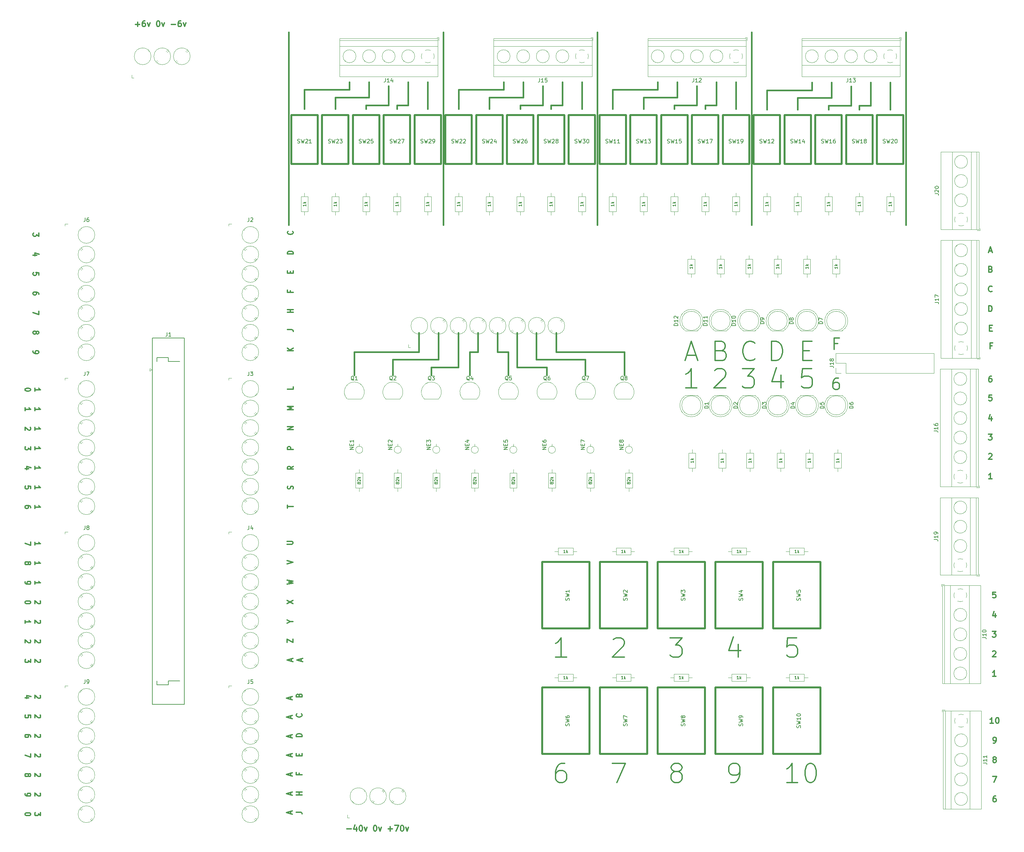
<source format=gbr>
G04 #@! TF.GenerationSoftware,KiCad,Pcbnew,(5.0.0)*
G04 #@! TF.CreationDate,2019-12-06T13:14:43+00:00*
G04 #@! TF.ProjectId,Board Tester,426F617264205465737465722E6B6963,rev?*
G04 #@! TF.SameCoordinates,Original*
G04 #@! TF.FileFunction,Legend,Top*
G04 #@! TF.FilePolarity,Positive*
%FSLAX46Y46*%
G04 Gerber Fmt 4.6, Leading zero omitted, Abs format (unit mm)*
G04 Created by KiCad (PCBNEW (5.0.0)) date 12/06/19 13:14:43*
%MOMM*%
%LPD*%
G01*
G04 APERTURE LIST*
%ADD10C,0.400000*%
%ADD11C,0.300000*%
%ADD12C,0.200000*%
%ADD13C,0.500000*%
%ADD14C,0.120000*%
%ADD15C,0.150000*%
%ADD16C,0.127000*%
G04 APERTURE END LIST*
D10*
X244000000Y-123000000D02*
X244000000Y-129000000D01*
X226300000Y-123000000D02*
X244000000Y-123000000D01*
X226300000Y-122900000D02*
X226300000Y-123000000D01*
X226300000Y-118000000D02*
X226300000Y-122900000D01*
X233900000Y-125000000D02*
X233900000Y-129000000D01*
X221200000Y-125000000D02*
X233900000Y-125000000D01*
X221200000Y-118000000D02*
X221200000Y-125000000D01*
X223900000Y-127000000D02*
X223900000Y-129000000D01*
X216200000Y-127000000D02*
X223900000Y-127000000D01*
X216200000Y-118000000D02*
X216200000Y-126900000D01*
X211100000Y-123000000D02*
X211100000Y-118000000D01*
X213900000Y-129000000D02*
X213900000Y-123000000D01*
X211100000Y-123000000D02*
X213900000Y-123000000D01*
X206000000Y-123000000D02*
X206000000Y-118000000D01*
X203900000Y-123000000D02*
X206000000Y-123000000D01*
X203900000Y-129000000D02*
X203900000Y-123000000D01*
X193900000Y-127000000D02*
X193900000Y-129000000D01*
X200900000Y-127000000D02*
X193900000Y-127000000D01*
X200900000Y-118000000D02*
X200900000Y-127000000D01*
X195800000Y-125000000D02*
X195800000Y-118000000D01*
X183900000Y-125000000D02*
X195800000Y-125000000D01*
X183900000Y-129000000D02*
X183900000Y-125000000D01*
X190700000Y-123000000D02*
X190700000Y-118000000D01*
X173900000Y-123000000D02*
X190700000Y-123000000D01*
X173900000Y-129000000D02*
X173900000Y-123000000D01*
D11*
X339428571Y-155978571D02*
X338571428Y-155978571D01*
X339000000Y-155978571D02*
X339000000Y-154478571D01*
X338857142Y-154692857D01*
X338714285Y-154835714D01*
X338571428Y-154907142D01*
X338571428Y-149521428D02*
X338642857Y-149450000D01*
X338785714Y-149378571D01*
X339142857Y-149378571D01*
X339285714Y-149450000D01*
X339357142Y-149521428D01*
X339428571Y-149664285D01*
X339428571Y-149807142D01*
X339357142Y-150021428D01*
X338500000Y-150878571D01*
X339428571Y-150878571D01*
X338500000Y-144378571D02*
X339428571Y-144378571D01*
X338928571Y-144950000D01*
X339142857Y-144950000D01*
X339285714Y-145021428D01*
X339357142Y-145092857D01*
X339428571Y-145235714D01*
X339428571Y-145592857D01*
X339357142Y-145735714D01*
X339285714Y-145807142D01*
X339142857Y-145878571D01*
X338714285Y-145878571D01*
X338571428Y-145807142D01*
X338500000Y-145735714D01*
X339285714Y-139878571D02*
X339285714Y-140878571D01*
X338928571Y-139307142D02*
X338571428Y-140378571D01*
X339500000Y-140378571D01*
X339357142Y-134178571D02*
X338642857Y-134178571D01*
X338571428Y-134892857D01*
X338642857Y-134821428D01*
X338785714Y-134750000D01*
X339142857Y-134750000D01*
X339285714Y-134821428D01*
X339357142Y-134892857D01*
X339428571Y-135035714D01*
X339428571Y-135392857D01*
X339357142Y-135535714D01*
X339285714Y-135607142D01*
X339142857Y-135678571D01*
X338785714Y-135678571D01*
X338642857Y-135607142D01*
X338571428Y-135535714D01*
X339285714Y-129278571D02*
X339000000Y-129278571D01*
X338857142Y-129350000D01*
X338785714Y-129421428D01*
X338642857Y-129635714D01*
X338571428Y-129921428D01*
X338571428Y-130492857D01*
X338642857Y-130635714D01*
X338714285Y-130707142D01*
X338857142Y-130778571D01*
X339142857Y-130778571D01*
X339285714Y-130707142D01*
X339357142Y-130635714D01*
X339428571Y-130492857D01*
X339428571Y-130135714D01*
X339357142Y-129992857D01*
X339285714Y-129921428D01*
X339142857Y-129850000D01*
X338857142Y-129850000D01*
X338714285Y-129921428D01*
X338642857Y-129992857D01*
X338571428Y-130135714D01*
X338642857Y-96750000D02*
X339357142Y-96750000D01*
X338500000Y-97178571D02*
X339000000Y-95678571D01*
X339500000Y-97178571D01*
X339107142Y-101492857D02*
X339321428Y-101564285D01*
X339392857Y-101635714D01*
X339464285Y-101778571D01*
X339464285Y-101992857D01*
X339392857Y-102135714D01*
X339321428Y-102207142D01*
X339178571Y-102278571D01*
X338607142Y-102278571D01*
X338607142Y-100778571D01*
X339107142Y-100778571D01*
X339250000Y-100850000D01*
X339321428Y-100921428D01*
X339392857Y-101064285D01*
X339392857Y-101207142D01*
X339321428Y-101350000D01*
X339250000Y-101421428D01*
X339107142Y-101492857D01*
X338607142Y-101492857D01*
X339464285Y-107235714D02*
X339392857Y-107307142D01*
X339178571Y-107378571D01*
X339035714Y-107378571D01*
X338821428Y-107307142D01*
X338678571Y-107164285D01*
X338607142Y-107021428D01*
X338535714Y-106735714D01*
X338535714Y-106521428D01*
X338607142Y-106235714D01*
X338678571Y-106092857D01*
X338821428Y-105950000D01*
X339035714Y-105878571D01*
X339178571Y-105878571D01*
X339392857Y-105950000D01*
X339464285Y-106021428D01*
X338607142Y-112478571D02*
X338607142Y-110978571D01*
X338964285Y-110978571D01*
X339178571Y-111050000D01*
X339321428Y-111192857D01*
X339392857Y-111335714D01*
X339464285Y-111621428D01*
X339464285Y-111835714D01*
X339392857Y-112121428D01*
X339321428Y-112264285D01*
X339178571Y-112407142D01*
X338964285Y-112478571D01*
X338607142Y-112478571D01*
X338778571Y-116792857D02*
X339278571Y-116792857D01*
X339492857Y-117578571D02*
X338778571Y-117578571D01*
X338778571Y-116078571D01*
X339492857Y-116078571D01*
X339414285Y-121392857D02*
X338914285Y-121392857D01*
X338914285Y-122178571D02*
X338914285Y-120678571D01*
X339628571Y-120678571D01*
X299571428Y-129757142D02*
X299000000Y-129757142D01*
X298714285Y-129900000D01*
X298571428Y-130042857D01*
X298285714Y-130471428D01*
X298142857Y-131042857D01*
X298142857Y-132185714D01*
X298285714Y-132471428D01*
X298428571Y-132614285D01*
X298714285Y-132757142D01*
X299285714Y-132757142D01*
X299571428Y-132614285D01*
X299714285Y-132471428D01*
X299857142Y-132185714D01*
X299857142Y-131471428D01*
X299714285Y-131185714D01*
X299571428Y-131042857D01*
X299285714Y-130900000D01*
X298714285Y-130900000D01*
X298428571Y-131042857D01*
X298285714Y-131185714D01*
X298142857Y-131471428D01*
X292590476Y-127361904D02*
X290209523Y-127361904D01*
X289971428Y-129742857D01*
X290209523Y-129504761D01*
X290685714Y-129266666D01*
X291876190Y-129266666D01*
X292352380Y-129504761D01*
X292590476Y-129742857D01*
X292828571Y-130219047D01*
X292828571Y-131409523D01*
X292590476Y-131885714D01*
X292352380Y-132123809D01*
X291876190Y-132361904D01*
X290685714Y-132361904D01*
X290209523Y-132123809D01*
X289971428Y-131885714D01*
X284652380Y-129028571D02*
X284652380Y-132361904D01*
X283461904Y-127123809D02*
X282271428Y-130695238D01*
X285366666Y-130695238D01*
X274633333Y-127361904D02*
X277728571Y-127361904D01*
X276061904Y-129266666D01*
X276776190Y-129266666D01*
X277252380Y-129504761D01*
X277490476Y-129742857D01*
X277728571Y-130219047D01*
X277728571Y-131409523D01*
X277490476Y-131885714D01*
X277252380Y-132123809D01*
X276776190Y-132361904D01*
X275347619Y-132361904D01*
X274871428Y-132123809D01*
X274633333Y-131885714D01*
X267471428Y-127838095D02*
X267709523Y-127600000D01*
X268185714Y-127361904D01*
X269376190Y-127361904D01*
X269852380Y-127600000D01*
X270090476Y-127838095D01*
X270328571Y-128314285D01*
X270328571Y-128790476D01*
X270090476Y-129504761D01*
X267233333Y-132361904D01*
X270328571Y-132361904D01*
X262828571Y-132361904D02*
X259971428Y-132361904D01*
X261400000Y-132361904D02*
X261400000Y-127361904D01*
X260923809Y-128076190D01*
X260447619Y-128552380D01*
X259971428Y-128790476D01*
X299428571Y-120785714D02*
X298428571Y-120785714D01*
X298428571Y-122357142D02*
X298428571Y-119357142D01*
X299857142Y-119357142D01*
X290328571Y-122642857D02*
X291995238Y-122642857D01*
X292709523Y-125261904D02*
X290328571Y-125261904D01*
X290328571Y-120261904D01*
X292709523Y-120261904D01*
X282190476Y-125261904D02*
X282190476Y-120261904D01*
X283380952Y-120261904D01*
X284095238Y-120500000D01*
X284571428Y-120976190D01*
X284809523Y-121452380D01*
X285047619Y-122404761D01*
X285047619Y-123119047D01*
X284809523Y-124071428D01*
X284571428Y-124547619D01*
X284095238Y-125023809D01*
X283380952Y-125261904D01*
X282190476Y-125261904D01*
X277847619Y-124785714D02*
X277609523Y-125023809D01*
X276895238Y-125261904D01*
X276419047Y-125261904D01*
X275704761Y-125023809D01*
X275228571Y-124547619D01*
X274990476Y-124071428D01*
X274752380Y-123119047D01*
X274752380Y-122404761D01*
X274990476Y-121452380D01*
X275228571Y-120976190D01*
X275704761Y-120500000D01*
X276419047Y-120261904D01*
X276895238Y-120261904D01*
X277609523Y-120500000D01*
X277847619Y-120738095D01*
X269257142Y-122642857D02*
X269971428Y-122880952D01*
X270209523Y-123119047D01*
X270447619Y-123595238D01*
X270447619Y-124309523D01*
X270209523Y-124785714D01*
X269971428Y-125023809D01*
X269495238Y-125261904D01*
X267590476Y-125261904D01*
X267590476Y-120261904D01*
X269257142Y-120261904D01*
X269733333Y-120500000D01*
X269971428Y-120738095D01*
X270209523Y-121214285D01*
X270209523Y-121690476D01*
X269971428Y-122166666D01*
X269733333Y-122404761D01*
X269257142Y-122642857D01*
X267590476Y-122642857D01*
X260209523Y-123833333D02*
X262590476Y-123833333D01*
X259733333Y-125261904D02*
X261400000Y-120261904D01*
X263066666Y-125261904D01*
X117100000Y-37907142D02*
X118242857Y-37907142D01*
X117671428Y-38478571D02*
X117671428Y-37335714D01*
X119600000Y-36978571D02*
X119314285Y-36978571D01*
X119171428Y-37050000D01*
X119100000Y-37121428D01*
X118957142Y-37335714D01*
X118885714Y-37621428D01*
X118885714Y-38192857D01*
X118957142Y-38335714D01*
X119028571Y-38407142D01*
X119171428Y-38478571D01*
X119457142Y-38478571D01*
X119600000Y-38407142D01*
X119671428Y-38335714D01*
X119742857Y-38192857D01*
X119742857Y-37835714D01*
X119671428Y-37692857D01*
X119600000Y-37621428D01*
X119457142Y-37550000D01*
X119171428Y-37550000D01*
X119028571Y-37621428D01*
X118957142Y-37692857D01*
X118885714Y-37835714D01*
X120242857Y-37478571D02*
X120600000Y-38478571D01*
X120957142Y-37478571D01*
X122957142Y-36978571D02*
X123100000Y-36978571D01*
X123242857Y-37050000D01*
X123314285Y-37121428D01*
X123385714Y-37264285D01*
X123457142Y-37550000D01*
X123457142Y-37907142D01*
X123385714Y-38192857D01*
X123314285Y-38335714D01*
X123242857Y-38407142D01*
X123100000Y-38478571D01*
X122957142Y-38478571D01*
X122814285Y-38407142D01*
X122742857Y-38335714D01*
X122671428Y-38192857D01*
X122600000Y-37907142D01*
X122600000Y-37550000D01*
X122671428Y-37264285D01*
X122742857Y-37121428D01*
X122814285Y-37050000D01*
X122957142Y-36978571D01*
X123957142Y-37478571D02*
X124314285Y-38478571D01*
X124671428Y-37478571D01*
X126385714Y-37907142D02*
X127528571Y-37907142D01*
X128885714Y-36978571D02*
X128600000Y-36978571D01*
X128457142Y-37050000D01*
X128385714Y-37121428D01*
X128242857Y-37335714D01*
X128171428Y-37621428D01*
X128171428Y-38192857D01*
X128242857Y-38335714D01*
X128314285Y-38407142D01*
X128457142Y-38478571D01*
X128742857Y-38478571D01*
X128885714Y-38407142D01*
X128957142Y-38335714D01*
X129028571Y-38192857D01*
X129028571Y-37835714D01*
X128957142Y-37692857D01*
X128885714Y-37621428D01*
X128742857Y-37550000D01*
X128457142Y-37550000D01*
X128314285Y-37621428D01*
X128242857Y-37692857D01*
X128171428Y-37835714D01*
X129528571Y-37478571D02*
X129885714Y-38478571D01*
X130242857Y-37478571D01*
D10*
X156900000Y-40000000D02*
X156900000Y-90000000D01*
X197000000Y-40000000D02*
X197000000Y-90000000D01*
X237000000Y-40000000D02*
X237000000Y-90000000D01*
X317100000Y-40000000D02*
X317100000Y-90000000D01*
X182840000Y-58900000D02*
X177000000Y-58900000D01*
X177760000Y-56900000D02*
X177760000Y-52900000D01*
X185000000Y-58900000D02*
X187920000Y-58900000D01*
X193000000Y-59900000D02*
X193000000Y-52900000D01*
X187920000Y-58900000D02*
X187920000Y-52900000D01*
X182840000Y-58900000D02*
X182840000Y-53900000D01*
X177000000Y-59900000D02*
X177000000Y-58900000D01*
X161000000Y-59900000D02*
X161000000Y-54900000D01*
X161000000Y-54900000D02*
X172680000Y-54900000D01*
X185000000Y-59900000D02*
X185000000Y-58900000D01*
X172680000Y-54900000D02*
X172680000Y-52900000D01*
X169000000Y-59900000D02*
X169000000Y-56900000D01*
X169000000Y-56900000D02*
X177760000Y-56900000D01*
X201000000Y-59900000D02*
X201000000Y-54900000D01*
X212680000Y-54900000D02*
X212680000Y-52900000D01*
X201000000Y-54900000D02*
X212680000Y-54900000D01*
X225000000Y-59900000D02*
X225000000Y-58900000D01*
X209000000Y-56900000D02*
X217760000Y-56900000D01*
X209000000Y-59900000D02*
X209000000Y-56900000D01*
X217760000Y-56900000D02*
X217760000Y-52900000D01*
X225000000Y-58900000D02*
X227920000Y-58900000D01*
X233000000Y-59900000D02*
X233000000Y-52900000D01*
X227920000Y-58900000D02*
X227920000Y-52900000D01*
X222840000Y-58900000D02*
X222840000Y-53900000D01*
X217000000Y-59900000D02*
X217000000Y-58900000D01*
X222840000Y-58900000D02*
X217000000Y-58900000D01*
X267920000Y-58900000D02*
X267920000Y-52900000D01*
X273000000Y-59900000D02*
X273000000Y-52900000D01*
X265000000Y-58900000D02*
X267920000Y-58900000D01*
X241000000Y-54900000D02*
X252680000Y-54900000D01*
X252680000Y-54900000D02*
X252680000Y-52900000D01*
X249000000Y-56900000D02*
X257760000Y-56900000D01*
X249000000Y-59900000D02*
X249000000Y-56900000D01*
X262840000Y-58900000D02*
X262840000Y-53900000D01*
X262840000Y-58900000D02*
X257000000Y-58900000D01*
X257000000Y-59900000D02*
X257000000Y-58900000D01*
X257760000Y-56900000D02*
X257760000Y-52900000D01*
X241000000Y-59900000D02*
X241000000Y-54900000D01*
X265000000Y-59900000D02*
X265000000Y-58900000D01*
X313000000Y-60000000D02*
X313000000Y-53000000D01*
X307920000Y-59000000D02*
X307920000Y-53000000D01*
X305000000Y-59000000D02*
X307920000Y-59000000D01*
X305000000Y-60000000D02*
X305000000Y-59000000D01*
X302840000Y-59000000D02*
X302840000Y-54000000D01*
X302840000Y-59000000D02*
X297000000Y-59000000D01*
X297000000Y-60000000D02*
X297000000Y-59000000D01*
X297760000Y-57000000D02*
X297760000Y-53000000D01*
X289000000Y-57000000D02*
X297760000Y-57000000D01*
X289000000Y-60000000D02*
X289000000Y-57000000D01*
D12*
X292700000Y-52800000D02*
X292600000Y-53100000D01*
D10*
X292680000Y-55000000D02*
X292680000Y-53000000D01*
X281000000Y-55000000D02*
X292680000Y-55000000D01*
X281000000Y-60000000D02*
X281000000Y-55000000D01*
X277000000Y-40000000D02*
X277000000Y-90000000D01*
D11*
X340357142Y-185378571D02*
X339642857Y-185378571D01*
X339571428Y-186092857D01*
X339642857Y-186021428D01*
X339785714Y-185950000D01*
X340142857Y-185950000D01*
X340285714Y-186021428D01*
X340357142Y-186092857D01*
X340428571Y-186235714D01*
X340428571Y-186592857D01*
X340357142Y-186735714D01*
X340285714Y-186807142D01*
X340142857Y-186878571D01*
X339785714Y-186878571D01*
X339642857Y-186807142D01*
X339571428Y-186735714D01*
X340285714Y-190978571D02*
X340285714Y-191978571D01*
X339928571Y-190407142D02*
X339571428Y-191478571D01*
X340500000Y-191478571D01*
X339500000Y-195578571D02*
X340428571Y-195578571D01*
X339928571Y-196150000D01*
X340142857Y-196150000D01*
X340285714Y-196221428D01*
X340357142Y-196292857D01*
X340428571Y-196435714D01*
X340428571Y-196792857D01*
X340357142Y-196935714D01*
X340285714Y-197007142D01*
X340142857Y-197078571D01*
X339714285Y-197078571D01*
X339571428Y-197007142D01*
X339500000Y-196935714D01*
X339571428Y-200821428D02*
X339642857Y-200750000D01*
X339785714Y-200678571D01*
X340142857Y-200678571D01*
X340285714Y-200750000D01*
X340357142Y-200821428D01*
X340428571Y-200964285D01*
X340428571Y-201107142D01*
X340357142Y-201321428D01*
X339500000Y-202178571D01*
X340428571Y-202178571D01*
X340428571Y-207278571D02*
X339571428Y-207278571D01*
X340000000Y-207278571D02*
X340000000Y-205778571D01*
X339857142Y-205992857D01*
X339714285Y-206135714D01*
X339571428Y-206207142D01*
X339814285Y-219478571D02*
X338957142Y-219478571D01*
X339385714Y-219478571D02*
X339385714Y-217978571D01*
X339242857Y-218192857D01*
X339100000Y-218335714D01*
X338957142Y-218407142D01*
X340742857Y-217978571D02*
X340885714Y-217978571D01*
X341028571Y-218050000D01*
X341100000Y-218121428D01*
X341171428Y-218264285D01*
X341242857Y-218550000D01*
X341242857Y-218907142D01*
X341171428Y-219192857D01*
X341100000Y-219335714D01*
X341028571Y-219407142D01*
X340885714Y-219478571D01*
X340742857Y-219478571D01*
X340600000Y-219407142D01*
X340528571Y-219335714D01*
X340457142Y-219192857D01*
X340385714Y-218907142D01*
X340385714Y-218550000D01*
X340457142Y-218264285D01*
X340528571Y-218121428D01*
X340600000Y-218050000D01*
X340742857Y-217978571D01*
X339814285Y-224578571D02*
X340100000Y-224578571D01*
X340242857Y-224507142D01*
X340314285Y-224435714D01*
X340457142Y-224221428D01*
X340528571Y-223935714D01*
X340528571Y-223364285D01*
X340457142Y-223221428D01*
X340385714Y-223150000D01*
X340242857Y-223078571D01*
X339957142Y-223078571D01*
X339814285Y-223150000D01*
X339742857Y-223221428D01*
X339671428Y-223364285D01*
X339671428Y-223721428D01*
X339742857Y-223864285D01*
X339814285Y-223935714D01*
X339957142Y-224007142D01*
X340242857Y-224007142D01*
X340385714Y-223935714D01*
X340457142Y-223864285D01*
X340528571Y-223721428D01*
X339957142Y-228821428D02*
X339814285Y-228750000D01*
X339742857Y-228678571D01*
X339671428Y-228535714D01*
X339671428Y-228464285D01*
X339742857Y-228321428D01*
X339814285Y-228250000D01*
X339957142Y-228178571D01*
X340242857Y-228178571D01*
X340385714Y-228250000D01*
X340457142Y-228321428D01*
X340528571Y-228464285D01*
X340528571Y-228535714D01*
X340457142Y-228678571D01*
X340385714Y-228750000D01*
X340242857Y-228821428D01*
X339957142Y-228821428D01*
X339814285Y-228892857D01*
X339742857Y-228964285D01*
X339671428Y-229107142D01*
X339671428Y-229392857D01*
X339742857Y-229535714D01*
X339814285Y-229607142D01*
X339957142Y-229678571D01*
X340242857Y-229678571D01*
X340385714Y-229607142D01*
X340457142Y-229535714D01*
X340528571Y-229392857D01*
X340528571Y-229107142D01*
X340457142Y-228964285D01*
X340385714Y-228892857D01*
X340242857Y-228821428D01*
X339600000Y-233278571D02*
X340600000Y-233278571D01*
X339957142Y-234778571D01*
X340385714Y-238378571D02*
X340100000Y-238378571D01*
X339957142Y-238450000D01*
X339885714Y-238521428D01*
X339742857Y-238735714D01*
X339671428Y-239021428D01*
X339671428Y-239592857D01*
X339742857Y-239735714D01*
X339814285Y-239807142D01*
X339957142Y-239878571D01*
X340242857Y-239878571D01*
X340385714Y-239807142D01*
X340457142Y-239735714D01*
X340528571Y-239592857D01*
X340528571Y-239235714D01*
X340457142Y-239092857D01*
X340385714Y-239021428D01*
X340242857Y-238950000D01*
X339957142Y-238950000D01*
X339814285Y-239021428D01*
X339742857Y-239092857D01*
X339671428Y-239235714D01*
X289004523Y-234861904D02*
X286147380Y-234861904D01*
X287575952Y-234861904D02*
X287575952Y-229861904D01*
X287099761Y-230576190D01*
X286623571Y-231052380D01*
X286147380Y-231290476D01*
X292099761Y-229861904D02*
X292575952Y-229861904D01*
X293052142Y-230100000D01*
X293290238Y-230338095D01*
X293528333Y-230814285D01*
X293766428Y-231766666D01*
X293766428Y-232957142D01*
X293528333Y-233909523D01*
X293290238Y-234385714D01*
X293052142Y-234623809D01*
X292575952Y-234861904D01*
X292099761Y-234861904D01*
X291623571Y-234623809D01*
X291385476Y-234385714D01*
X291147380Y-233909523D01*
X290909285Y-232957142D01*
X290909285Y-231766666D01*
X291147380Y-230814285D01*
X291385476Y-230338095D01*
X291623571Y-230100000D01*
X292099761Y-229861904D01*
X271623571Y-234861904D02*
X272575952Y-234861904D01*
X273052142Y-234623809D01*
X273290238Y-234385714D01*
X273766428Y-233671428D01*
X274004523Y-232719047D01*
X274004523Y-230814285D01*
X273766428Y-230338095D01*
X273528333Y-230100000D01*
X273052142Y-229861904D01*
X272099761Y-229861904D01*
X271623571Y-230100000D01*
X271385476Y-230338095D01*
X271147380Y-230814285D01*
X271147380Y-232004761D01*
X271385476Y-232480952D01*
X271623571Y-232719047D01*
X272099761Y-232957142D01*
X273052142Y-232957142D01*
X273528333Y-232719047D01*
X273766428Y-232480952D01*
X274004523Y-232004761D01*
X257099761Y-232004761D02*
X256623571Y-231766666D01*
X256385476Y-231528571D01*
X256147380Y-231052380D01*
X256147380Y-230814285D01*
X256385476Y-230338095D01*
X256623571Y-230100000D01*
X257099761Y-229861904D01*
X258052142Y-229861904D01*
X258528333Y-230100000D01*
X258766428Y-230338095D01*
X259004523Y-230814285D01*
X259004523Y-231052380D01*
X258766428Y-231528571D01*
X258528333Y-231766666D01*
X258052142Y-232004761D01*
X257099761Y-232004761D01*
X256623571Y-232242857D01*
X256385476Y-232480952D01*
X256147380Y-232957142D01*
X256147380Y-233909523D01*
X256385476Y-234385714D01*
X256623571Y-234623809D01*
X257099761Y-234861904D01*
X258052142Y-234861904D01*
X258528333Y-234623809D01*
X258766428Y-234385714D01*
X259004523Y-233909523D01*
X259004523Y-232957142D01*
X258766428Y-232480952D01*
X258528333Y-232242857D01*
X258052142Y-232004761D01*
X240909285Y-229861904D02*
X244242619Y-229861904D01*
X242099761Y-234861904D01*
X228528333Y-229861904D02*
X227575952Y-229861904D01*
X227099761Y-230100000D01*
X226861666Y-230338095D01*
X226385476Y-231052380D01*
X226147380Y-232004761D01*
X226147380Y-233909523D01*
X226385476Y-234385714D01*
X226623571Y-234623809D01*
X227099761Y-234861904D01*
X228052142Y-234861904D01*
X228528333Y-234623809D01*
X228766428Y-234385714D01*
X229004523Y-233909523D01*
X229004523Y-232719047D01*
X228766428Y-232242857D01*
X228528333Y-232004761D01*
X228052142Y-231766666D01*
X227099761Y-231766666D01*
X226623571Y-232004761D01*
X226385476Y-232242857D01*
X226147380Y-232719047D01*
X288766428Y-197261904D02*
X286385476Y-197261904D01*
X286147380Y-199642857D01*
X286385476Y-199404761D01*
X286861666Y-199166666D01*
X288052142Y-199166666D01*
X288528333Y-199404761D01*
X288766428Y-199642857D01*
X289004523Y-200119047D01*
X289004523Y-201309523D01*
X288766428Y-201785714D01*
X288528333Y-202023809D01*
X288052142Y-202261904D01*
X286861666Y-202261904D01*
X286385476Y-202023809D01*
X286147380Y-201785714D01*
X273528333Y-198928571D02*
X273528333Y-202261904D01*
X272337857Y-197023809D02*
X271147380Y-200595238D01*
X274242619Y-200595238D01*
X255909285Y-197261904D02*
X259004523Y-197261904D01*
X257337857Y-199166666D01*
X258052142Y-199166666D01*
X258528333Y-199404761D01*
X258766428Y-199642857D01*
X259004523Y-200119047D01*
X259004523Y-201309523D01*
X258766428Y-201785714D01*
X258528333Y-202023809D01*
X258052142Y-202261904D01*
X256623571Y-202261904D01*
X256147380Y-202023809D01*
X255909285Y-201785714D01*
X241147380Y-197738095D02*
X241385476Y-197500000D01*
X241861666Y-197261904D01*
X243052142Y-197261904D01*
X243528333Y-197500000D01*
X243766428Y-197738095D01*
X244004523Y-198214285D01*
X244004523Y-198690476D01*
X243766428Y-199404761D01*
X240909285Y-202261904D01*
X244004523Y-202261904D01*
X229004523Y-202261904D02*
X226147380Y-202261904D01*
X227575952Y-202261904D02*
X227575952Y-197261904D01*
X227099761Y-197976190D01*
X226623571Y-198452380D01*
X226147380Y-198690476D01*
X171971428Y-246907142D02*
X173114285Y-246907142D01*
X174471428Y-246478571D02*
X174471428Y-247478571D01*
X174114285Y-245907142D02*
X173757142Y-246978571D01*
X174685714Y-246978571D01*
X175542857Y-245978571D02*
X175685714Y-245978571D01*
X175828571Y-246050000D01*
X175900000Y-246121428D01*
X175971428Y-246264285D01*
X176042857Y-246550000D01*
X176042857Y-246907142D01*
X175971428Y-247192857D01*
X175900000Y-247335714D01*
X175828571Y-247407142D01*
X175685714Y-247478571D01*
X175542857Y-247478571D01*
X175400000Y-247407142D01*
X175328571Y-247335714D01*
X175257142Y-247192857D01*
X175185714Y-246907142D01*
X175185714Y-246550000D01*
X175257142Y-246264285D01*
X175328571Y-246121428D01*
X175400000Y-246050000D01*
X175542857Y-245978571D01*
X176542857Y-246478571D02*
X176900000Y-247478571D01*
X177257142Y-246478571D01*
X179257142Y-245978571D02*
X179400000Y-245978571D01*
X179542857Y-246050000D01*
X179614285Y-246121428D01*
X179685714Y-246264285D01*
X179757142Y-246550000D01*
X179757142Y-246907142D01*
X179685714Y-247192857D01*
X179614285Y-247335714D01*
X179542857Y-247407142D01*
X179400000Y-247478571D01*
X179257142Y-247478571D01*
X179114285Y-247407142D01*
X179042857Y-247335714D01*
X178971428Y-247192857D01*
X178900000Y-246907142D01*
X178900000Y-246550000D01*
X178971428Y-246264285D01*
X179042857Y-246121428D01*
X179114285Y-246050000D01*
X179257142Y-245978571D01*
X180257142Y-246478571D02*
X180614285Y-247478571D01*
X180971428Y-246478571D01*
X182685714Y-246907142D02*
X183828571Y-246907142D01*
X183257142Y-247478571D02*
X183257142Y-246335714D01*
X184400000Y-245978571D02*
X185400000Y-245978571D01*
X184757142Y-247478571D01*
X186257142Y-245978571D02*
X186400000Y-245978571D01*
X186542857Y-246050000D01*
X186614285Y-246121428D01*
X186685714Y-246264285D01*
X186757142Y-246550000D01*
X186757142Y-246907142D01*
X186685714Y-247192857D01*
X186614285Y-247335714D01*
X186542857Y-247407142D01*
X186400000Y-247478571D01*
X186257142Y-247478571D01*
X186114285Y-247407142D01*
X186042857Y-247335714D01*
X185971428Y-247192857D01*
X185900000Y-246907142D01*
X185900000Y-246550000D01*
X185971428Y-246264285D01*
X186042857Y-246121428D01*
X186114285Y-246050000D01*
X186257142Y-245978571D01*
X187257142Y-246478571D02*
X187614285Y-247478571D01*
X187971428Y-246478571D01*
X92353571Y-212236904D02*
X92425000Y-212297380D01*
X92496428Y-212418333D01*
X92496428Y-212720714D01*
X92425000Y-212841666D01*
X92353571Y-212902142D01*
X92210714Y-212962619D01*
X92067857Y-212962619D01*
X91853571Y-212902142D01*
X90996428Y-212176428D01*
X90996428Y-212962619D01*
X92353571Y-217316904D02*
X92425000Y-217377380D01*
X92496428Y-217498333D01*
X92496428Y-217800714D01*
X92425000Y-217921666D01*
X92353571Y-217982142D01*
X92210714Y-218042619D01*
X92067857Y-218042619D01*
X91853571Y-217982142D01*
X90996428Y-217256428D01*
X90996428Y-218042619D01*
X92353571Y-222396904D02*
X92425000Y-222457380D01*
X92496428Y-222578333D01*
X92496428Y-222880714D01*
X92425000Y-223001666D01*
X92353571Y-223062142D01*
X92210714Y-223122619D01*
X92067857Y-223122619D01*
X91853571Y-223062142D01*
X90996428Y-222336428D01*
X90996428Y-223122619D01*
X92353571Y-227476904D02*
X92425000Y-227537380D01*
X92496428Y-227658333D01*
X92496428Y-227960714D01*
X92425000Y-228081666D01*
X92353571Y-228142142D01*
X92210714Y-228202619D01*
X92067857Y-228202619D01*
X91853571Y-228142142D01*
X90996428Y-227416428D01*
X90996428Y-228202619D01*
X92353571Y-232556904D02*
X92425000Y-232617380D01*
X92496428Y-232738333D01*
X92496428Y-233040714D01*
X92425000Y-233161666D01*
X92353571Y-233222142D01*
X92210714Y-233282619D01*
X92067857Y-233282619D01*
X91853571Y-233222142D01*
X90996428Y-232496428D01*
X90996428Y-233282619D01*
X92353571Y-237636904D02*
X92425000Y-237697380D01*
X92496428Y-237818333D01*
X92496428Y-238120714D01*
X92425000Y-238241666D01*
X92353571Y-238302142D01*
X92210714Y-238362619D01*
X92067857Y-238362619D01*
X91853571Y-238302142D01*
X90996428Y-237576428D01*
X90996428Y-238362619D01*
X92496428Y-242656428D02*
X92496428Y-243442619D01*
X91925000Y-243019285D01*
X91925000Y-243200714D01*
X91853571Y-243321666D01*
X91782142Y-243382142D01*
X91639285Y-243442619D01*
X91282142Y-243442619D01*
X91139285Y-243382142D01*
X91067857Y-243321666D01*
X90996428Y-243200714D01*
X90996428Y-242837857D01*
X91067857Y-242716904D01*
X91139285Y-242656428D01*
X89446428Y-212841666D02*
X88446428Y-212841666D01*
X90017857Y-212539285D02*
X88946428Y-212236904D01*
X88946428Y-213023095D01*
X89946428Y-217982142D02*
X89946428Y-217377380D01*
X89232142Y-217316904D01*
X89303571Y-217377380D01*
X89375000Y-217498333D01*
X89375000Y-217800714D01*
X89303571Y-217921666D01*
X89232142Y-217982142D01*
X89089285Y-218042619D01*
X88732142Y-218042619D01*
X88589285Y-217982142D01*
X88517857Y-217921666D01*
X88446428Y-217800714D01*
X88446428Y-217498333D01*
X88517857Y-217377380D01*
X88589285Y-217316904D01*
X89946428Y-223001666D02*
X89946428Y-222759761D01*
X89875000Y-222638809D01*
X89803571Y-222578333D01*
X89589285Y-222457380D01*
X89303571Y-222396904D01*
X88732142Y-222396904D01*
X88589285Y-222457380D01*
X88517857Y-222517857D01*
X88446428Y-222638809D01*
X88446428Y-222880714D01*
X88517857Y-223001666D01*
X88589285Y-223062142D01*
X88732142Y-223122619D01*
X89089285Y-223122619D01*
X89232142Y-223062142D01*
X89303571Y-223001666D01*
X89375000Y-222880714D01*
X89375000Y-222638809D01*
X89303571Y-222517857D01*
X89232142Y-222457380D01*
X89089285Y-222396904D01*
X89946428Y-227416428D02*
X89946428Y-228263095D01*
X88446428Y-227718809D01*
X89303571Y-232798809D02*
X89375000Y-232677857D01*
X89446428Y-232617380D01*
X89589285Y-232556904D01*
X89660714Y-232556904D01*
X89803571Y-232617380D01*
X89875000Y-232677857D01*
X89946428Y-232798809D01*
X89946428Y-233040714D01*
X89875000Y-233161666D01*
X89803571Y-233222142D01*
X89660714Y-233282619D01*
X89589285Y-233282619D01*
X89446428Y-233222142D01*
X89375000Y-233161666D01*
X89303571Y-233040714D01*
X89303571Y-232798809D01*
X89232142Y-232677857D01*
X89160714Y-232617380D01*
X89017857Y-232556904D01*
X88732142Y-232556904D01*
X88589285Y-232617380D01*
X88517857Y-232677857D01*
X88446428Y-232798809D01*
X88446428Y-233040714D01*
X88517857Y-233161666D01*
X88589285Y-233222142D01*
X88732142Y-233282619D01*
X89017857Y-233282619D01*
X89160714Y-233222142D01*
X89232142Y-233161666D01*
X89303571Y-233040714D01*
X88446428Y-237757857D02*
X88446428Y-237999761D01*
X88517857Y-238120714D01*
X88589285Y-238181190D01*
X88803571Y-238302142D01*
X89089285Y-238362619D01*
X89660714Y-238362619D01*
X89803571Y-238302142D01*
X89875000Y-238241666D01*
X89946428Y-238120714D01*
X89946428Y-237878809D01*
X89875000Y-237757857D01*
X89803571Y-237697380D01*
X89660714Y-237636904D01*
X89303571Y-237636904D01*
X89160714Y-237697380D01*
X89089285Y-237757857D01*
X89017857Y-237878809D01*
X89017857Y-238120714D01*
X89089285Y-238241666D01*
X89160714Y-238302142D01*
X89303571Y-238362619D01*
X89946428Y-243019285D02*
X89946428Y-243140238D01*
X89875000Y-243261190D01*
X89803571Y-243321666D01*
X89660714Y-243382142D01*
X89375000Y-243442619D01*
X89017857Y-243442619D01*
X88732142Y-243382142D01*
X88589285Y-243321666D01*
X88517857Y-243261190D01*
X88446428Y-243140238D01*
X88446428Y-243019285D01*
X88517857Y-242898333D01*
X88589285Y-242837857D01*
X88732142Y-242777380D01*
X89017857Y-242716904D01*
X89375000Y-242716904D01*
X89660714Y-242777380D01*
X89803571Y-242837857D01*
X89875000Y-242898333D01*
X89946428Y-243019285D01*
X90996428Y-173162619D02*
X90996428Y-172436904D01*
X90996428Y-172799761D02*
X92496428Y-172799761D01*
X92282142Y-172678809D01*
X92139285Y-172557857D01*
X92067857Y-172436904D01*
X90996428Y-178242619D02*
X90996428Y-177516904D01*
X90996428Y-177879761D02*
X92496428Y-177879761D01*
X92282142Y-177758809D01*
X92139285Y-177637857D01*
X92067857Y-177516904D01*
X90996428Y-183322619D02*
X90996428Y-182596904D01*
X90996428Y-182959761D02*
X92496428Y-182959761D01*
X92282142Y-182838809D01*
X92139285Y-182717857D01*
X92067857Y-182596904D01*
X92353571Y-187676904D02*
X92425000Y-187737380D01*
X92496428Y-187858333D01*
X92496428Y-188160714D01*
X92425000Y-188281666D01*
X92353571Y-188342142D01*
X92210714Y-188402619D01*
X92067857Y-188402619D01*
X91853571Y-188342142D01*
X90996428Y-187616428D01*
X90996428Y-188402619D01*
X92353571Y-192756904D02*
X92425000Y-192817380D01*
X92496428Y-192938333D01*
X92496428Y-193240714D01*
X92425000Y-193361666D01*
X92353571Y-193422142D01*
X92210714Y-193482619D01*
X92067857Y-193482619D01*
X91853571Y-193422142D01*
X90996428Y-192696428D01*
X90996428Y-193482619D01*
X92353571Y-197836904D02*
X92425000Y-197897380D01*
X92496428Y-198018333D01*
X92496428Y-198320714D01*
X92425000Y-198441666D01*
X92353571Y-198502142D01*
X92210714Y-198562619D01*
X92067857Y-198562619D01*
X91853571Y-198502142D01*
X90996428Y-197776428D01*
X90996428Y-198562619D01*
X92353571Y-202916904D02*
X92425000Y-202977380D01*
X92496428Y-203098333D01*
X92496428Y-203400714D01*
X92425000Y-203521666D01*
X92353571Y-203582142D01*
X92210714Y-203642619D01*
X92067857Y-203642619D01*
X91853571Y-203582142D01*
X90996428Y-202856428D01*
X90996428Y-203642619D01*
X89946428Y-172376428D02*
X89946428Y-173223095D01*
X88446428Y-172678809D01*
X89303571Y-177758809D02*
X89375000Y-177637857D01*
X89446428Y-177577380D01*
X89589285Y-177516904D01*
X89660714Y-177516904D01*
X89803571Y-177577380D01*
X89875000Y-177637857D01*
X89946428Y-177758809D01*
X89946428Y-178000714D01*
X89875000Y-178121666D01*
X89803571Y-178182142D01*
X89660714Y-178242619D01*
X89589285Y-178242619D01*
X89446428Y-178182142D01*
X89375000Y-178121666D01*
X89303571Y-178000714D01*
X89303571Y-177758809D01*
X89232142Y-177637857D01*
X89160714Y-177577380D01*
X89017857Y-177516904D01*
X88732142Y-177516904D01*
X88589285Y-177577380D01*
X88517857Y-177637857D01*
X88446428Y-177758809D01*
X88446428Y-178000714D01*
X88517857Y-178121666D01*
X88589285Y-178182142D01*
X88732142Y-178242619D01*
X89017857Y-178242619D01*
X89160714Y-178182142D01*
X89232142Y-178121666D01*
X89303571Y-178000714D01*
X88446428Y-182717857D02*
X88446428Y-182959761D01*
X88517857Y-183080714D01*
X88589285Y-183141190D01*
X88803571Y-183262142D01*
X89089285Y-183322619D01*
X89660714Y-183322619D01*
X89803571Y-183262142D01*
X89875000Y-183201666D01*
X89946428Y-183080714D01*
X89946428Y-182838809D01*
X89875000Y-182717857D01*
X89803571Y-182657380D01*
X89660714Y-182596904D01*
X89303571Y-182596904D01*
X89160714Y-182657380D01*
X89089285Y-182717857D01*
X89017857Y-182838809D01*
X89017857Y-183080714D01*
X89089285Y-183201666D01*
X89160714Y-183262142D01*
X89303571Y-183322619D01*
X89946428Y-187979285D02*
X89946428Y-188100238D01*
X89875000Y-188221190D01*
X89803571Y-188281666D01*
X89660714Y-188342142D01*
X89375000Y-188402619D01*
X89017857Y-188402619D01*
X88732142Y-188342142D01*
X88589285Y-188281666D01*
X88517857Y-188221190D01*
X88446428Y-188100238D01*
X88446428Y-187979285D01*
X88517857Y-187858333D01*
X88589285Y-187797857D01*
X88732142Y-187737380D01*
X89017857Y-187676904D01*
X89375000Y-187676904D01*
X89660714Y-187737380D01*
X89803571Y-187797857D01*
X89875000Y-187858333D01*
X89946428Y-187979285D01*
X88446428Y-193482619D02*
X88446428Y-192756904D01*
X88446428Y-193119761D02*
X89946428Y-193119761D01*
X89732142Y-192998809D01*
X89589285Y-192877857D01*
X89517857Y-192756904D01*
X89803571Y-197836904D02*
X89875000Y-197897380D01*
X89946428Y-198018333D01*
X89946428Y-198320714D01*
X89875000Y-198441666D01*
X89803571Y-198502142D01*
X89660714Y-198562619D01*
X89517857Y-198562619D01*
X89303571Y-198502142D01*
X88446428Y-197776428D01*
X88446428Y-198562619D01*
X89946428Y-202856428D02*
X89946428Y-203642619D01*
X89375000Y-203219285D01*
X89375000Y-203400714D01*
X89303571Y-203521666D01*
X89232142Y-203582142D01*
X89089285Y-203642619D01*
X88732142Y-203642619D01*
X88589285Y-203582142D01*
X88517857Y-203521666D01*
X88446428Y-203400714D01*
X88446428Y-203037857D01*
X88517857Y-202916904D01*
X88589285Y-202856428D01*
X157375000Y-242963095D02*
X157375000Y-242358333D01*
X157803571Y-243084047D02*
X156303571Y-242660714D01*
X157803571Y-242237380D01*
X157375000Y-238004047D02*
X157375000Y-237399285D01*
X157803571Y-238125000D02*
X156303571Y-237701666D01*
X157803571Y-237278333D01*
X157375000Y-233045000D02*
X157375000Y-232440238D01*
X157803571Y-233165952D02*
X156303571Y-232742619D01*
X157803571Y-232319285D01*
X157375000Y-228085952D02*
X157375000Y-227481190D01*
X157803571Y-228206904D02*
X156303571Y-227783571D01*
X157803571Y-227360238D01*
X157375000Y-223126904D02*
X157375000Y-222522142D01*
X157803571Y-223247857D02*
X156303571Y-222824523D01*
X157803571Y-222401190D01*
X157375000Y-218167857D02*
X157375000Y-217563095D01*
X157803571Y-218288809D02*
X156303571Y-217865476D01*
X157803571Y-217442142D01*
X157375000Y-213208809D02*
X157375000Y-212604047D01*
X157803571Y-213329761D02*
X156303571Y-212906428D01*
X157803571Y-212483095D01*
X158853571Y-242539761D02*
X159925000Y-242539761D01*
X160139285Y-242600238D01*
X160282142Y-242721190D01*
X160353571Y-242902619D01*
X160353571Y-243023571D01*
X160353571Y-238064523D02*
X158853571Y-238064523D01*
X159567857Y-238064523D02*
X159567857Y-237338809D01*
X160353571Y-237338809D02*
X158853571Y-237338809D01*
X159567857Y-232440238D02*
X159567857Y-232863571D01*
X160353571Y-232863571D02*
X158853571Y-232863571D01*
X158853571Y-232258809D01*
X159567857Y-227904523D02*
X159567857Y-227481190D01*
X160353571Y-227299761D02*
X160353571Y-227904523D01*
X158853571Y-227904523D01*
X158853571Y-227299761D01*
X160353571Y-222885000D02*
X158853571Y-222885000D01*
X158853571Y-222582619D01*
X158925000Y-222401190D01*
X159067857Y-222280238D01*
X159210714Y-222219761D01*
X159496428Y-222159285D01*
X159710714Y-222159285D01*
X159996428Y-222219761D01*
X160139285Y-222280238D01*
X160282142Y-222401190D01*
X160353571Y-222582619D01*
X160353571Y-222885000D01*
X160210714Y-217018809D02*
X160282142Y-217079285D01*
X160353571Y-217260714D01*
X160353571Y-217381666D01*
X160282142Y-217563095D01*
X160139285Y-217684047D01*
X159996428Y-217744523D01*
X159710714Y-217805000D01*
X159496428Y-217805000D01*
X159210714Y-217744523D01*
X159067857Y-217684047D01*
X158925000Y-217563095D01*
X158853571Y-217381666D01*
X158853571Y-217260714D01*
X158925000Y-217079285D01*
X158996428Y-217018809D01*
X159567857Y-212180714D02*
X159639285Y-211999285D01*
X159710714Y-211938809D01*
X159853571Y-211878333D01*
X160067857Y-211878333D01*
X160210714Y-211938809D01*
X160282142Y-211999285D01*
X160353571Y-212120238D01*
X160353571Y-212604047D01*
X158853571Y-212604047D01*
X158853571Y-212180714D01*
X158925000Y-212059761D01*
X158996428Y-211999285D01*
X159139285Y-211938809D01*
X159282142Y-211938809D01*
X159425000Y-211999285D01*
X159496428Y-212059761D01*
X159567857Y-212180714D01*
X159567857Y-212604047D01*
X157575000Y-203363095D02*
X157575000Y-202758333D01*
X158003571Y-203484047D02*
X156503571Y-203060714D01*
X158003571Y-202637380D01*
X156503571Y-198464523D02*
X156503571Y-197617857D01*
X158003571Y-198464523D01*
X158003571Y-197617857D01*
X157289285Y-193021666D02*
X158003571Y-193021666D01*
X156503571Y-193445000D02*
X157289285Y-193021666D01*
X156503571Y-192598333D01*
X156503571Y-188425476D02*
X158003571Y-187578809D01*
X156503571Y-187578809D02*
X158003571Y-188425476D01*
X156503571Y-183345476D02*
X158003571Y-183043095D01*
X156932142Y-182801190D01*
X158003571Y-182559285D01*
X156503571Y-182256904D01*
X156503571Y-178084047D02*
X158003571Y-177660714D01*
X156503571Y-177237380D01*
X156503571Y-172943571D02*
X157717857Y-172943571D01*
X157860714Y-172883095D01*
X157932142Y-172822619D01*
X158003571Y-172701666D01*
X158003571Y-172459761D01*
X157932142Y-172338809D01*
X157860714Y-172278333D01*
X157717857Y-172217857D01*
X156503571Y-172217857D01*
X160125000Y-203363095D02*
X160125000Y-202758333D01*
X160553571Y-203484047D02*
X159053571Y-203060714D01*
X160553571Y-202637380D01*
X156578571Y-163554047D02*
X156578571Y-162828333D01*
X158078571Y-163191190D02*
X156578571Y-163191190D01*
X158007142Y-158595000D02*
X158078571Y-158413571D01*
X158078571Y-158111190D01*
X158007142Y-157990238D01*
X157935714Y-157929761D01*
X157792857Y-157869285D01*
X157650000Y-157869285D01*
X157507142Y-157929761D01*
X157435714Y-157990238D01*
X157364285Y-158111190D01*
X157292857Y-158353095D01*
X157221428Y-158474047D01*
X157150000Y-158534523D01*
X157007142Y-158595000D01*
X156864285Y-158595000D01*
X156721428Y-158534523D01*
X156650000Y-158474047D01*
X156578571Y-158353095D01*
X156578571Y-158050714D01*
X156650000Y-157869285D01*
X158078571Y-152728809D02*
X157364285Y-153152142D01*
X158078571Y-153454523D02*
X156578571Y-153454523D01*
X156578571Y-152970714D01*
X156650000Y-152849761D01*
X156721428Y-152789285D01*
X156864285Y-152728809D01*
X157078571Y-152728809D01*
X157221428Y-152789285D01*
X157292857Y-152849761D01*
X157364285Y-152970714D01*
X157364285Y-153454523D01*
X158078571Y-148314047D02*
X156578571Y-148314047D01*
X156578571Y-147830238D01*
X156650000Y-147709285D01*
X156721428Y-147648809D01*
X156864285Y-147588333D01*
X157078571Y-147588333D01*
X157221428Y-147648809D01*
X157292857Y-147709285D01*
X157364285Y-147830238D01*
X157364285Y-148314047D01*
X158078571Y-143173571D02*
X156578571Y-143173571D01*
X158078571Y-142447857D01*
X156578571Y-142447857D01*
X158078571Y-137972619D02*
X156578571Y-137972619D01*
X157650000Y-137549285D01*
X156578571Y-137125952D01*
X158078571Y-137125952D01*
X158078571Y-132045952D02*
X158078571Y-132650714D01*
X156578571Y-132650714D01*
X158078571Y-122702619D02*
X156578571Y-122702619D01*
X158078571Y-121976904D02*
X157221428Y-122521190D01*
X156578571Y-121976904D02*
X157435714Y-122702619D01*
X156578571Y-117199285D02*
X157650000Y-117199285D01*
X157864285Y-117259761D01*
X158007142Y-117380714D01*
X158078571Y-117562142D01*
X158078571Y-117683095D01*
X158078571Y-112724047D02*
X156578571Y-112724047D01*
X157292857Y-112724047D02*
X157292857Y-111998333D01*
X158078571Y-111998333D02*
X156578571Y-111998333D01*
X157292857Y-107099761D02*
X157292857Y-107523095D01*
X158078571Y-107523095D02*
X156578571Y-107523095D01*
X156578571Y-106918333D01*
X157292857Y-102564047D02*
X157292857Y-102140714D01*
X158078571Y-101959285D02*
X158078571Y-102564047D01*
X156578571Y-102564047D01*
X156578571Y-101959285D01*
X158078571Y-97544523D02*
X156578571Y-97544523D01*
X156578571Y-97242142D01*
X156650000Y-97060714D01*
X156792857Y-96939761D01*
X156935714Y-96879285D01*
X157221428Y-96818809D01*
X157435714Y-96818809D01*
X157721428Y-96879285D01*
X157864285Y-96939761D01*
X158007142Y-97060714D01*
X158078571Y-97242142D01*
X158078571Y-97544523D01*
X157935714Y-91678333D02*
X158007142Y-91738809D01*
X158078571Y-91920238D01*
X158078571Y-92041190D01*
X158007142Y-92222619D01*
X157864285Y-92343571D01*
X157721428Y-92404047D01*
X157435714Y-92464523D01*
X157221428Y-92464523D01*
X156935714Y-92404047D01*
X156792857Y-92343571D01*
X156650000Y-92222619D01*
X156578571Y-92041190D01*
X156578571Y-91920238D01*
X156650000Y-91738809D01*
X156721428Y-91678333D01*
X90996428Y-133162619D02*
X90996428Y-132436904D01*
X90996428Y-132799761D02*
X92496428Y-132799761D01*
X92282142Y-132678809D01*
X92139285Y-132557857D01*
X92067857Y-132436904D01*
X90996428Y-138242619D02*
X90996428Y-137516904D01*
X90996428Y-137879761D02*
X92496428Y-137879761D01*
X92282142Y-137758809D01*
X92139285Y-137637857D01*
X92067857Y-137516904D01*
X90996428Y-143322619D02*
X90996428Y-142596904D01*
X90996428Y-142959761D02*
X92496428Y-142959761D01*
X92282142Y-142838809D01*
X92139285Y-142717857D01*
X92067857Y-142596904D01*
X90996428Y-148402619D02*
X90996428Y-147676904D01*
X90996428Y-148039761D02*
X92496428Y-148039761D01*
X92282142Y-147918809D01*
X92139285Y-147797857D01*
X92067857Y-147676904D01*
X90996428Y-153482619D02*
X90996428Y-152756904D01*
X90996428Y-153119761D02*
X92496428Y-153119761D01*
X92282142Y-152998809D01*
X92139285Y-152877857D01*
X92067857Y-152756904D01*
X90996428Y-158562619D02*
X90996428Y-157836904D01*
X90996428Y-158199761D02*
X92496428Y-158199761D01*
X92282142Y-158078809D01*
X92139285Y-157957857D01*
X92067857Y-157836904D01*
X90996428Y-163642619D02*
X90996428Y-162916904D01*
X90996428Y-163279761D02*
X92496428Y-163279761D01*
X92282142Y-163158809D01*
X92139285Y-163037857D01*
X92067857Y-162916904D01*
X89946428Y-132739285D02*
X89946428Y-132860238D01*
X89875000Y-132981190D01*
X89803571Y-133041666D01*
X89660714Y-133102142D01*
X89375000Y-133162619D01*
X89017857Y-133162619D01*
X88732142Y-133102142D01*
X88589285Y-133041666D01*
X88517857Y-132981190D01*
X88446428Y-132860238D01*
X88446428Y-132739285D01*
X88517857Y-132618333D01*
X88589285Y-132557857D01*
X88732142Y-132497380D01*
X89017857Y-132436904D01*
X89375000Y-132436904D01*
X89660714Y-132497380D01*
X89803571Y-132557857D01*
X89875000Y-132618333D01*
X89946428Y-132739285D01*
X88446428Y-138242619D02*
X88446428Y-137516904D01*
X88446428Y-137879761D02*
X89946428Y-137879761D01*
X89732142Y-137758809D01*
X89589285Y-137637857D01*
X89517857Y-137516904D01*
X89803571Y-142596904D02*
X89875000Y-142657380D01*
X89946428Y-142778333D01*
X89946428Y-143080714D01*
X89875000Y-143201666D01*
X89803571Y-143262142D01*
X89660714Y-143322619D01*
X89517857Y-143322619D01*
X89303571Y-143262142D01*
X88446428Y-142536428D01*
X88446428Y-143322619D01*
X89946428Y-147616428D02*
X89946428Y-148402619D01*
X89375000Y-147979285D01*
X89375000Y-148160714D01*
X89303571Y-148281666D01*
X89232142Y-148342142D01*
X89089285Y-148402619D01*
X88732142Y-148402619D01*
X88589285Y-148342142D01*
X88517857Y-148281666D01*
X88446428Y-148160714D01*
X88446428Y-147797857D01*
X88517857Y-147676904D01*
X88589285Y-147616428D01*
X89446428Y-153361666D02*
X88446428Y-153361666D01*
X90017857Y-153059285D02*
X88946428Y-152756904D01*
X88946428Y-153543095D01*
X89946428Y-158502142D02*
X89946428Y-157897380D01*
X89232142Y-157836904D01*
X89303571Y-157897380D01*
X89375000Y-158018333D01*
X89375000Y-158320714D01*
X89303571Y-158441666D01*
X89232142Y-158502142D01*
X89089285Y-158562619D01*
X88732142Y-158562619D01*
X88589285Y-158502142D01*
X88517857Y-158441666D01*
X88446428Y-158320714D01*
X88446428Y-158018333D01*
X88517857Y-157897380D01*
X88589285Y-157836904D01*
X89946428Y-163521666D02*
X89946428Y-163279761D01*
X89875000Y-163158809D01*
X89803571Y-163098333D01*
X89589285Y-162977380D01*
X89303571Y-162916904D01*
X88732142Y-162916904D01*
X88589285Y-162977380D01*
X88517857Y-163037857D01*
X88446428Y-163158809D01*
X88446428Y-163400714D01*
X88517857Y-163521666D01*
X88589285Y-163582142D01*
X88732142Y-163642619D01*
X89089285Y-163642619D01*
X89232142Y-163582142D01*
X89303571Y-163521666D01*
X89375000Y-163400714D01*
X89375000Y-163158809D01*
X89303571Y-163037857D01*
X89232142Y-162977380D01*
X89089285Y-162916904D01*
X92021428Y-92136666D02*
X92021428Y-92922857D01*
X91450000Y-92499523D01*
X91450000Y-92680952D01*
X91378571Y-92801904D01*
X91307142Y-92862380D01*
X91164285Y-92922857D01*
X90807142Y-92922857D01*
X90664285Y-92862380D01*
X90592857Y-92801904D01*
X90521428Y-92680952D01*
X90521428Y-92318095D01*
X90592857Y-92197142D01*
X90664285Y-92136666D01*
X91521428Y-97881904D02*
X90521428Y-97881904D01*
X92092857Y-97579523D02*
X91021428Y-97277142D01*
X91021428Y-98063333D01*
X92021428Y-103022380D02*
X92021428Y-102417619D01*
X91307142Y-102357142D01*
X91378571Y-102417619D01*
X91450000Y-102538571D01*
X91450000Y-102840952D01*
X91378571Y-102961904D01*
X91307142Y-103022380D01*
X91164285Y-103082857D01*
X90807142Y-103082857D01*
X90664285Y-103022380D01*
X90592857Y-102961904D01*
X90521428Y-102840952D01*
X90521428Y-102538571D01*
X90592857Y-102417619D01*
X90664285Y-102357142D01*
X92021428Y-108041904D02*
X92021428Y-107800000D01*
X91950000Y-107679047D01*
X91878571Y-107618571D01*
X91664285Y-107497619D01*
X91378571Y-107437142D01*
X90807142Y-107437142D01*
X90664285Y-107497619D01*
X90592857Y-107558095D01*
X90521428Y-107679047D01*
X90521428Y-107920952D01*
X90592857Y-108041904D01*
X90664285Y-108102380D01*
X90807142Y-108162857D01*
X91164285Y-108162857D01*
X91307142Y-108102380D01*
X91378571Y-108041904D01*
X91450000Y-107920952D01*
X91450000Y-107679047D01*
X91378571Y-107558095D01*
X91307142Y-107497619D01*
X91164285Y-107437142D01*
X92021428Y-112456666D02*
X92021428Y-113303333D01*
X90521428Y-112759047D01*
X91378571Y-117839047D02*
X91450000Y-117718095D01*
X91521428Y-117657619D01*
X91664285Y-117597142D01*
X91735714Y-117597142D01*
X91878571Y-117657619D01*
X91950000Y-117718095D01*
X92021428Y-117839047D01*
X92021428Y-118080952D01*
X91950000Y-118201904D01*
X91878571Y-118262380D01*
X91735714Y-118322857D01*
X91664285Y-118322857D01*
X91521428Y-118262380D01*
X91450000Y-118201904D01*
X91378571Y-118080952D01*
X91378571Y-117839047D01*
X91307142Y-117718095D01*
X91235714Y-117657619D01*
X91092857Y-117597142D01*
X90807142Y-117597142D01*
X90664285Y-117657619D01*
X90592857Y-117718095D01*
X90521428Y-117839047D01*
X90521428Y-118080952D01*
X90592857Y-118201904D01*
X90664285Y-118262380D01*
X90807142Y-118322857D01*
X91092857Y-118322857D01*
X91235714Y-118262380D01*
X91307142Y-118201904D01*
X91378571Y-118080952D01*
X90521428Y-122798095D02*
X90521428Y-123040000D01*
X90592857Y-123160952D01*
X90664285Y-123221428D01*
X90878571Y-123342380D01*
X91164285Y-123402857D01*
X91735714Y-123402857D01*
X91878571Y-123342380D01*
X91950000Y-123281904D01*
X92021428Y-123160952D01*
X92021428Y-122919047D01*
X91950000Y-122798095D01*
X91878571Y-122737619D01*
X91735714Y-122677142D01*
X91378571Y-122677142D01*
X91235714Y-122737619D01*
X91164285Y-122798095D01*
X91092857Y-122919047D01*
X91092857Y-123160952D01*
X91164285Y-123281904D01*
X91235714Y-123342380D01*
X91378571Y-123402857D01*
D13*
G04 #@! TO.C,SW1*
X222653200Y-194836000D02*
X222653200Y-177564000D01*
X222653200Y-177564000D02*
X234946800Y-177564000D01*
X234946800Y-177564000D02*
X234946800Y-194836000D01*
X234946800Y-194836000D02*
X222653200Y-194836000D01*
G04 #@! TO.C,SW2*
X237653200Y-194836000D02*
X237653200Y-177564000D01*
X237653200Y-177564000D02*
X249946800Y-177564000D01*
X249946800Y-177564000D02*
X249946800Y-194836000D01*
X249946800Y-194836000D02*
X237653200Y-194836000D01*
G04 #@! TO.C,SW3*
X252653200Y-194836000D02*
X252653200Y-177564000D01*
X252653200Y-177564000D02*
X264946800Y-177564000D01*
X264946800Y-177564000D02*
X264946800Y-194836000D01*
X264946800Y-194836000D02*
X252653200Y-194836000D01*
G04 #@! TO.C,SW4*
X267653200Y-194836000D02*
X267653200Y-177564000D01*
X267653200Y-177564000D02*
X279946800Y-177564000D01*
X279946800Y-177564000D02*
X279946800Y-194836000D01*
X279946800Y-194836000D02*
X267653200Y-194836000D01*
G04 #@! TO.C,SW5*
X282653200Y-194836000D02*
X282653200Y-177564000D01*
X282653200Y-177564000D02*
X294946800Y-177564000D01*
X294946800Y-177564000D02*
X294946800Y-194836000D01*
X294946800Y-194836000D02*
X282653200Y-194836000D01*
G04 #@! TO.C,SW6*
X222653200Y-227436000D02*
X222653200Y-210164000D01*
X222653200Y-210164000D02*
X234946800Y-210164000D01*
X234946800Y-210164000D02*
X234946800Y-227436000D01*
X234946800Y-227436000D02*
X222653200Y-227436000D01*
G04 #@! TO.C,SW7*
X237653200Y-227436000D02*
X237653200Y-210164000D01*
X237653200Y-210164000D02*
X249946800Y-210164000D01*
X249946800Y-210164000D02*
X249946800Y-227436000D01*
X249946800Y-227436000D02*
X237653200Y-227436000D01*
G04 #@! TO.C,SW8*
X252653200Y-227436000D02*
X252653200Y-210164000D01*
X252653200Y-210164000D02*
X264946800Y-210164000D01*
X264946800Y-210164000D02*
X264946800Y-227436000D01*
X264946800Y-227436000D02*
X252653200Y-227436000D01*
G04 #@! TO.C,SW9*
X267653200Y-227436000D02*
X267653200Y-210164000D01*
X267653200Y-210164000D02*
X279946800Y-210164000D01*
X279946800Y-210164000D02*
X279946800Y-227436000D01*
X279946800Y-227436000D02*
X267653200Y-227436000D01*
G04 #@! TO.C,SW10*
X282653200Y-227436000D02*
X282653200Y-210164000D01*
X282653200Y-210164000D02*
X294946800Y-210164000D01*
X294946800Y-210164000D02*
X294946800Y-227436000D01*
X294946800Y-227436000D02*
X282653200Y-227436000D01*
D14*
G04 #@! TO.C,J21*
X192980000Y-116200000D02*
G75*
G03X192980000Y-116200000I-2180000J0D01*
G01*
X198060000Y-116200000D02*
G75*
G03X198060000Y-116200000I-2180000J0D01*
G01*
X203140000Y-116200000D02*
G75*
G03X203140000Y-116200000I-2180000J0D01*
G01*
X208220000Y-116200000D02*
G75*
G03X208220000Y-116200000I-2180000J0D01*
G01*
X213300000Y-116200000D02*
G75*
G03X213300000Y-116200000I-2180000J0D01*
G01*
X218380000Y-116200000D02*
G75*
G03X218380000Y-116200000I-2180000J0D01*
G01*
X223460000Y-116200000D02*
G75*
G03X223460000Y-116200000I-2180000J0D01*
G01*
X228540000Y-116200000D02*
G75*
G03X228540000Y-116200000I-2180000J0D01*
G01*
X192454000Y-114812000D02*
X192347000Y-114919000D01*
X189518000Y-117747000D02*
X189412000Y-117854000D01*
X192188000Y-114546000D02*
X192081000Y-114653000D01*
X189252000Y-117481000D02*
X189146000Y-117588000D01*
X197534000Y-114812000D02*
X197139000Y-115208000D01*
X194873000Y-117474000D02*
X194493000Y-117854000D01*
X197268000Y-114546000D02*
X196888000Y-114926000D01*
X194622000Y-117192000D02*
X194227000Y-117588000D01*
X202614000Y-114812000D02*
X202219000Y-115208000D01*
X199953000Y-117474000D02*
X199573000Y-117854000D01*
X202348000Y-114546000D02*
X201968000Y-114926000D01*
X199702000Y-117192000D02*
X199307000Y-117588000D01*
X207694000Y-114812000D02*
X207299000Y-115208000D01*
X205033000Y-117474000D02*
X204653000Y-117854000D01*
X207428000Y-114546000D02*
X207048000Y-114926000D01*
X204782000Y-117192000D02*
X204387000Y-117588000D01*
X212774000Y-114812000D02*
X212379000Y-115208000D01*
X210113000Y-117474000D02*
X209733000Y-117854000D01*
X212508000Y-114546000D02*
X212128000Y-114926000D01*
X209862000Y-117192000D02*
X209467000Y-117588000D01*
X217854000Y-114812000D02*
X217459000Y-115208000D01*
X215193000Y-117474000D02*
X214813000Y-117854000D01*
X217588000Y-114546000D02*
X217208000Y-114926000D01*
X214942000Y-117192000D02*
X214547000Y-117588000D01*
X222934000Y-114812000D02*
X222539000Y-115208000D01*
X220273000Y-117474000D02*
X219893000Y-117854000D01*
X222668000Y-114546000D02*
X222288000Y-114926000D01*
X220022000Y-117192000D02*
X219627000Y-117588000D01*
X228014000Y-114812000D02*
X227619000Y-115208000D01*
X225353000Y-117474000D02*
X224973000Y-117854000D01*
X227748000Y-114546000D02*
X227368000Y-114926000D01*
X225102000Y-117192000D02*
X224707000Y-117588000D01*
X187960000Y-121060000D02*
X187960000Y-121800000D01*
X187960000Y-121800000D02*
X188460000Y-121800000D01*
G04 #@! TO.C,J18*
X298870000Y-128530000D02*
X298870000Y-127200000D01*
X300200000Y-128530000D02*
X298870000Y-128530000D01*
X298870000Y-125930000D02*
X298870000Y-123330000D01*
X301470000Y-125930000D02*
X298870000Y-125930000D01*
X301470000Y-128530000D02*
X301470000Y-125930000D01*
X298870000Y-123330000D02*
X324390000Y-123330000D01*
X301470000Y-128530000D02*
X324390000Y-128530000D01*
X324390000Y-128530000D02*
X324390000Y-123330000D01*
G04 #@! TO.C,D1*
X261399538Y-139860000D02*
G75*
G03X262944830Y-134310000I462J2990000D01*
G01*
X261400462Y-139860000D02*
G75*
G02X259855170Y-134310000I-462J2990000D01*
G01*
X263900000Y-136870000D02*
G75*
G03X263900000Y-136870000I-2500000J0D01*
G01*
X262945000Y-134310000D02*
X259855000Y-134310000D01*
G04 #@! TO.C,D2*
X270545000Y-134310000D02*
X267455000Y-134310000D01*
X271500000Y-136870000D02*
G75*
G03X271500000Y-136870000I-2500000J0D01*
G01*
X269000462Y-139860000D02*
G75*
G02X267455170Y-134310000I-462J2990000D01*
G01*
X268999538Y-139860000D02*
G75*
G03X270544830Y-134310000I462J2990000D01*
G01*
G04 #@! TO.C,D3*
X277945000Y-134310000D02*
X274855000Y-134310000D01*
X278900000Y-136870000D02*
G75*
G03X278900000Y-136870000I-2500000J0D01*
G01*
X276400462Y-139860000D02*
G75*
G02X274855170Y-134310000I-462J2990000D01*
G01*
X276399538Y-139860000D02*
G75*
G03X277944830Y-134310000I462J2990000D01*
G01*
G04 #@! TO.C,D4*
X285345000Y-134310000D02*
X282255000Y-134310000D01*
X286300000Y-136870000D02*
G75*
G03X286300000Y-136870000I-2500000J0D01*
G01*
X283800462Y-139860000D02*
G75*
G02X282255170Y-134310000I-462J2990000D01*
G01*
X283799538Y-139860000D02*
G75*
G03X285344830Y-134310000I462J2990000D01*
G01*
G04 #@! TO.C,D5*
X291399538Y-139860000D02*
G75*
G03X292944830Y-134310000I462J2990000D01*
G01*
X291400462Y-139860000D02*
G75*
G02X289855170Y-134310000I-462J2990000D01*
G01*
X293900000Y-136870000D02*
G75*
G03X293900000Y-136870000I-2500000J0D01*
G01*
X292945000Y-134310000D02*
X289855000Y-134310000D01*
G04 #@! TO.C,D6*
X298999538Y-139860000D02*
G75*
G03X300544830Y-134310000I462J2990000D01*
G01*
X299000462Y-139860000D02*
G75*
G02X297455170Y-134310000I-462J2990000D01*
G01*
X301500000Y-136870000D02*
G75*
G03X301500000Y-136870000I-2500000J0D01*
G01*
X300545000Y-134310000D02*
X297455000Y-134310000D01*
G04 #@! TO.C,D7*
X297455000Y-117490000D02*
X300545000Y-117490000D01*
X301500000Y-114930000D02*
G75*
G03X301500000Y-114930000I-2500000J0D01*
G01*
X298999538Y-111940000D02*
G75*
G02X300544830Y-117490000I462J-2990000D01*
G01*
X299000462Y-111940000D02*
G75*
G03X297455170Y-117490000I-462J-2990000D01*
G01*
G04 #@! TO.C,D8*
X291400462Y-111940000D02*
G75*
G03X289855170Y-117490000I-462J-2990000D01*
G01*
X291399538Y-111940000D02*
G75*
G02X292944830Y-117490000I462J-2990000D01*
G01*
X293900000Y-114930000D02*
G75*
G03X293900000Y-114930000I-2500000J0D01*
G01*
X289855000Y-117490000D02*
X292945000Y-117490000D01*
G04 #@! TO.C,D9*
X283800462Y-111940000D02*
G75*
G03X282255170Y-117490000I-462J-2990000D01*
G01*
X283799538Y-111940000D02*
G75*
G02X285344830Y-117490000I462J-2990000D01*
G01*
X286300000Y-114930000D02*
G75*
G03X286300000Y-114930000I-2500000J0D01*
G01*
X282255000Y-117490000D02*
X285345000Y-117490000D01*
G04 #@! TO.C,D10*
X274855000Y-117490000D02*
X277945000Y-117490000D01*
X278900000Y-114930000D02*
G75*
G03X278900000Y-114930000I-2500000J0D01*
G01*
X276399538Y-111940000D02*
G75*
G02X277944830Y-117490000I462J-2990000D01*
G01*
X276400462Y-111940000D02*
G75*
G03X274855170Y-117490000I-462J-2990000D01*
G01*
G04 #@! TO.C,D11*
X269000462Y-111940000D02*
G75*
G03X267455170Y-117490000I-462J-2990000D01*
G01*
X268999538Y-111940000D02*
G75*
G02X270544830Y-117490000I462J-2990000D01*
G01*
X271500000Y-114930000D02*
G75*
G03X271500000Y-114930000I-2500000J0D01*
G01*
X267455000Y-117490000D02*
X270545000Y-117490000D01*
G04 #@! TO.C,D12*
X259855000Y-117490000D02*
X262945000Y-117490000D01*
X263900000Y-114930000D02*
G75*
G03X263900000Y-114930000I-2500000J0D01*
G01*
X261399538Y-111940000D02*
G75*
G02X262944830Y-117490000I462J-2990000D01*
G01*
X261400462Y-111940000D02*
G75*
G03X259855170Y-117490000I-462J-2990000D01*
G01*
G04 #@! TO.C,J0*
X116160000Y-51800000D02*
X116660000Y-51800000D01*
X116160000Y-51060000D02*
X116160000Y-51800000D01*
X127902000Y-47192000D02*
X127507000Y-47588000D01*
X130548000Y-44546000D02*
X130168000Y-44926000D01*
X128153000Y-47474000D02*
X127773000Y-47854000D01*
X130814000Y-44812000D02*
X130419000Y-45208000D01*
X122822000Y-47192000D02*
X122427000Y-47588000D01*
X125468000Y-44546000D02*
X125088000Y-44926000D01*
X123073000Y-47474000D02*
X122693000Y-47854000D01*
X125734000Y-44812000D02*
X125339000Y-45208000D01*
X117452000Y-47481000D02*
X117346000Y-47588000D01*
X120388000Y-44546000D02*
X120281000Y-44653000D01*
X117718000Y-47747000D02*
X117612000Y-47854000D01*
X120654000Y-44812000D02*
X120547000Y-44919000D01*
X131340000Y-46200000D02*
G75*
G03X131340000Y-46200000I-2180000J0D01*
G01*
X126260000Y-46200000D02*
G75*
G03X126260000Y-46200000I-2180000J0D01*
G01*
X121180000Y-46200000D02*
G75*
G03X121180000Y-46200000I-2180000J0D01*
G01*
D15*
G04 #@! TO.C,J1*
X121520000Y-119370000D02*
X121520000Y-214570000D01*
X121520000Y-214570000D02*
X129820000Y-214570000D01*
X129820000Y-214570000D02*
X129820000Y-119370000D01*
X129820000Y-119370000D02*
X121520000Y-119370000D01*
X122695000Y-125470000D02*
X122695000Y-124470000D01*
X122695000Y-124470000D02*
X125645000Y-124470000D01*
X125645000Y-124470000D02*
X125645000Y-125470000D01*
X125645000Y-125470000D02*
X128645000Y-125470000D01*
X128645000Y-208470000D02*
X125645000Y-208470000D01*
X125645000Y-208470000D02*
X125645000Y-209470000D01*
X125645000Y-209470000D02*
X122695000Y-209470000D01*
X122695000Y-209470000D02*
X122695000Y-208470000D01*
D14*
X121420000Y-127600000D02*
X120820000Y-127300000D01*
X120820000Y-127300000D02*
X120820000Y-127900000D01*
X120820000Y-127900000D02*
X121420000Y-127600000D01*
G04 #@! TO.C,J2*
X149120000Y-92600000D02*
G75*
G03X149120000Y-92600000I-2180000J0D01*
G01*
X149120000Y-97680000D02*
G75*
G03X149120000Y-97680000I-2180000J0D01*
G01*
X149120000Y-102760000D02*
G75*
G03X149120000Y-102760000I-2180000J0D01*
G01*
X149120000Y-107840000D02*
G75*
G03X149120000Y-107840000I-2180000J0D01*
G01*
X149120000Y-112920000D02*
G75*
G03X149120000Y-112920000I-2180000J0D01*
G01*
X149120000Y-118000000D02*
G75*
G03X149120000Y-118000000I-2180000J0D01*
G01*
X149120000Y-123080000D02*
G75*
G03X149120000Y-123080000I-2180000J0D01*
G01*
X148328000Y-94254000D02*
X148221000Y-94147000D01*
X145393000Y-91318000D02*
X145286000Y-91212000D01*
X148594000Y-93988000D02*
X148487000Y-93881000D01*
X145659000Y-91052000D02*
X145552000Y-90946000D01*
X148328000Y-99334000D02*
X147932000Y-98939000D01*
X145666000Y-96673000D02*
X145286000Y-96293000D01*
X148594000Y-99068000D02*
X148214000Y-98688000D01*
X145948000Y-96422000D02*
X145552000Y-96027000D01*
X148328000Y-104414000D02*
X147932000Y-104019000D01*
X145666000Y-101753000D02*
X145286000Y-101373000D01*
X148594000Y-104148000D02*
X148214000Y-103768000D01*
X145948000Y-101502000D02*
X145552000Y-101107000D01*
X148328000Y-109494000D02*
X147932000Y-109099000D01*
X145666000Y-106833000D02*
X145286000Y-106453000D01*
X148594000Y-109228000D02*
X148214000Y-108848000D01*
X145948000Y-106582000D02*
X145552000Y-106187000D01*
X148328000Y-114574000D02*
X147932000Y-114179000D01*
X145666000Y-111913000D02*
X145286000Y-111533000D01*
X148594000Y-114308000D02*
X148214000Y-113928000D01*
X145948000Y-111662000D02*
X145552000Y-111267000D01*
X148328000Y-119654000D02*
X147932000Y-119259000D01*
X145666000Y-116993000D02*
X145286000Y-116613000D01*
X148594000Y-119388000D02*
X148214000Y-119008000D01*
X145948000Y-116742000D02*
X145552000Y-116347000D01*
X148328000Y-124734000D02*
X147932000Y-124339000D01*
X145666000Y-122073000D02*
X145286000Y-121693000D01*
X148594000Y-124468000D02*
X148214000Y-124088000D01*
X145948000Y-121822000D02*
X145552000Y-121427000D01*
X142080000Y-89760000D02*
X141340000Y-89760000D01*
X141340000Y-89760000D02*
X141340000Y-90260000D01*
G04 #@! TO.C,J3*
X141340000Y-129760000D02*
X141340000Y-130260000D01*
X142080000Y-129760000D02*
X141340000Y-129760000D01*
X145948000Y-161822000D02*
X145552000Y-161427000D01*
X148594000Y-164468000D02*
X148214000Y-164088000D01*
X145666000Y-162073000D02*
X145286000Y-161693000D01*
X148328000Y-164734000D02*
X147932000Y-164339000D01*
X145948000Y-156742000D02*
X145552000Y-156347000D01*
X148594000Y-159388000D02*
X148214000Y-159008000D01*
X145666000Y-156993000D02*
X145286000Y-156613000D01*
X148328000Y-159654000D02*
X147932000Y-159259000D01*
X145948000Y-151662000D02*
X145552000Y-151267000D01*
X148594000Y-154308000D02*
X148214000Y-153928000D01*
X145666000Y-151913000D02*
X145286000Y-151533000D01*
X148328000Y-154574000D02*
X147932000Y-154179000D01*
X145948000Y-146582000D02*
X145552000Y-146187000D01*
X148594000Y-149228000D02*
X148214000Y-148848000D01*
X145666000Y-146833000D02*
X145286000Y-146453000D01*
X148328000Y-149494000D02*
X147932000Y-149099000D01*
X145948000Y-141502000D02*
X145552000Y-141107000D01*
X148594000Y-144148000D02*
X148214000Y-143768000D01*
X145666000Y-141753000D02*
X145286000Y-141373000D01*
X148328000Y-144414000D02*
X147932000Y-144019000D01*
X145948000Y-136422000D02*
X145552000Y-136027000D01*
X148594000Y-139068000D02*
X148214000Y-138688000D01*
X145666000Y-136673000D02*
X145286000Y-136293000D01*
X148328000Y-139334000D02*
X147932000Y-138939000D01*
X145659000Y-131052000D02*
X145552000Y-130946000D01*
X148594000Y-133988000D02*
X148487000Y-133881000D01*
X145393000Y-131318000D02*
X145286000Y-131212000D01*
X148328000Y-134254000D02*
X148221000Y-134147000D01*
X149120000Y-163080000D02*
G75*
G03X149120000Y-163080000I-2180000J0D01*
G01*
X149120000Y-158000000D02*
G75*
G03X149120000Y-158000000I-2180000J0D01*
G01*
X149120000Y-152920000D02*
G75*
G03X149120000Y-152920000I-2180000J0D01*
G01*
X149120000Y-147840000D02*
G75*
G03X149120000Y-147840000I-2180000J0D01*
G01*
X149120000Y-142760000D02*
G75*
G03X149120000Y-142760000I-2180000J0D01*
G01*
X149120000Y-137680000D02*
G75*
G03X149120000Y-137680000I-2180000J0D01*
G01*
X149120000Y-132600000D02*
G75*
G03X149120000Y-132600000I-2180000J0D01*
G01*
G04 #@! TO.C,J4*
X149120000Y-172600000D02*
G75*
G03X149120000Y-172600000I-2180000J0D01*
G01*
X149120000Y-177680000D02*
G75*
G03X149120000Y-177680000I-2180000J0D01*
G01*
X149120000Y-182760000D02*
G75*
G03X149120000Y-182760000I-2180000J0D01*
G01*
X149120000Y-187840000D02*
G75*
G03X149120000Y-187840000I-2180000J0D01*
G01*
X149120000Y-192920000D02*
G75*
G03X149120000Y-192920000I-2180000J0D01*
G01*
X149120000Y-198000000D02*
G75*
G03X149120000Y-198000000I-2180000J0D01*
G01*
X149120000Y-203080000D02*
G75*
G03X149120000Y-203080000I-2180000J0D01*
G01*
X148328000Y-174254000D02*
X148221000Y-174147000D01*
X145393000Y-171318000D02*
X145286000Y-171212000D01*
X148594000Y-173988000D02*
X148487000Y-173881000D01*
X145659000Y-171052000D02*
X145552000Y-170946000D01*
X148328000Y-179334000D02*
X147932000Y-178939000D01*
X145666000Y-176673000D02*
X145286000Y-176293000D01*
X148594000Y-179068000D02*
X148214000Y-178688000D01*
X145948000Y-176422000D02*
X145552000Y-176027000D01*
X148328000Y-184414000D02*
X147932000Y-184019000D01*
X145666000Y-181753000D02*
X145286000Y-181373000D01*
X148594000Y-184148000D02*
X148214000Y-183768000D01*
X145948000Y-181502000D02*
X145552000Y-181107000D01*
X148328000Y-189494000D02*
X147932000Y-189099000D01*
X145666000Y-186833000D02*
X145286000Y-186453000D01*
X148594000Y-189228000D02*
X148214000Y-188848000D01*
X145948000Y-186582000D02*
X145552000Y-186187000D01*
X148328000Y-194574000D02*
X147932000Y-194179000D01*
X145666000Y-191913000D02*
X145286000Y-191533000D01*
X148594000Y-194308000D02*
X148214000Y-193928000D01*
X145948000Y-191662000D02*
X145552000Y-191267000D01*
X148328000Y-199654000D02*
X147932000Y-199259000D01*
X145666000Y-196993000D02*
X145286000Y-196613000D01*
X148594000Y-199388000D02*
X148214000Y-199008000D01*
X145948000Y-196742000D02*
X145552000Y-196347000D01*
X148328000Y-204734000D02*
X147932000Y-204339000D01*
X145666000Y-202073000D02*
X145286000Y-201693000D01*
X148594000Y-204468000D02*
X148214000Y-204088000D01*
X145948000Y-201822000D02*
X145552000Y-201427000D01*
X142080000Y-169760000D02*
X141340000Y-169760000D01*
X141340000Y-169760000D02*
X141340000Y-170260000D01*
G04 #@! TO.C,J5*
X141340000Y-209760000D02*
X141340000Y-210260000D01*
X142080000Y-209760000D02*
X141340000Y-209760000D01*
X145948000Y-241822000D02*
X145552000Y-241427000D01*
X148594000Y-244468000D02*
X148214000Y-244088000D01*
X145666000Y-242073000D02*
X145286000Y-241693000D01*
X148328000Y-244734000D02*
X147932000Y-244339000D01*
X145948000Y-236742000D02*
X145552000Y-236347000D01*
X148594000Y-239388000D02*
X148214000Y-239008000D01*
X145666000Y-236993000D02*
X145286000Y-236613000D01*
X148328000Y-239654000D02*
X147932000Y-239259000D01*
X145948000Y-231662000D02*
X145552000Y-231267000D01*
X148594000Y-234308000D02*
X148214000Y-233928000D01*
X145666000Y-231913000D02*
X145286000Y-231533000D01*
X148328000Y-234574000D02*
X147932000Y-234179000D01*
X145948000Y-226582000D02*
X145552000Y-226187000D01*
X148594000Y-229228000D02*
X148214000Y-228848000D01*
X145666000Y-226833000D02*
X145286000Y-226453000D01*
X148328000Y-229494000D02*
X147932000Y-229099000D01*
X145948000Y-221502000D02*
X145552000Y-221107000D01*
X148594000Y-224148000D02*
X148214000Y-223768000D01*
X145666000Y-221753000D02*
X145286000Y-221373000D01*
X148328000Y-224414000D02*
X147932000Y-224019000D01*
X145948000Y-216422000D02*
X145552000Y-216027000D01*
X148594000Y-219068000D02*
X148214000Y-218688000D01*
X145666000Y-216673000D02*
X145286000Y-216293000D01*
X148328000Y-219334000D02*
X147932000Y-218939000D01*
X145659000Y-211052000D02*
X145552000Y-210946000D01*
X148594000Y-213988000D02*
X148487000Y-213881000D01*
X145393000Y-211318000D02*
X145286000Y-211212000D01*
X148328000Y-214254000D02*
X148221000Y-214147000D01*
X149120000Y-243080000D02*
G75*
G03X149120000Y-243080000I-2180000J0D01*
G01*
X149120000Y-238000000D02*
G75*
G03X149120000Y-238000000I-2180000J0D01*
G01*
X149120000Y-232920000D02*
G75*
G03X149120000Y-232920000I-2180000J0D01*
G01*
X149120000Y-227840000D02*
G75*
G03X149120000Y-227840000I-2180000J0D01*
G01*
X149120000Y-222760000D02*
G75*
G03X149120000Y-222760000I-2180000J0D01*
G01*
X149120000Y-217680000D02*
G75*
G03X149120000Y-217680000I-2180000J0D01*
G01*
X149120000Y-212600000D02*
G75*
G03X149120000Y-212600000I-2180000J0D01*
G01*
G04 #@! TO.C,J6*
X106580000Y-92600000D02*
G75*
G03X106580000Y-92600000I-2180000J0D01*
G01*
X106580000Y-97680000D02*
G75*
G03X106580000Y-97680000I-2180000J0D01*
G01*
X106580000Y-102760000D02*
G75*
G03X106580000Y-102760000I-2180000J0D01*
G01*
X106580000Y-107840000D02*
G75*
G03X106580000Y-107840000I-2180000J0D01*
G01*
X106580000Y-112920000D02*
G75*
G03X106580000Y-112920000I-2180000J0D01*
G01*
X106580000Y-118000000D02*
G75*
G03X106580000Y-118000000I-2180000J0D01*
G01*
X106580000Y-123080000D02*
G75*
G03X106580000Y-123080000I-2180000J0D01*
G01*
X105788000Y-94254000D02*
X105681000Y-94147000D01*
X102853000Y-91318000D02*
X102746000Y-91212000D01*
X106054000Y-93988000D02*
X105947000Y-93881000D01*
X103119000Y-91052000D02*
X103012000Y-90946000D01*
X105788000Y-99334000D02*
X105392000Y-98939000D01*
X103126000Y-96673000D02*
X102746000Y-96293000D01*
X106054000Y-99068000D02*
X105674000Y-98688000D01*
X103408000Y-96422000D02*
X103012000Y-96027000D01*
X105788000Y-104414000D02*
X105392000Y-104019000D01*
X103126000Y-101753000D02*
X102746000Y-101373000D01*
X106054000Y-104148000D02*
X105674000Y-103768000D01*
X103408000Y-101502000D02*
X103012000Y-101107000D01*
X105788000Y-109494000D02*
X105392000Y-109099000D01*
X103126000Y-106833000D02*
X102746000Y-106453000D01*
X106054000Y-109228000D02*
X105674000Y-108848000D01*
X103408000Y-106582000D02*
X103012000Y-106187000D01*
X105788000Y-114574000D02*
X105392000Y-114179000D01*
X103126000Y-111913000D02*
X102746000Y-111533000D01*
X106054000Y-114308000D02*
X105674000Y-113928000D01*
X103408000Y-111662000D02*
X103012000Y-111267000D01*
X105788000Y-119654000D02*
X105392000Y-119259000D01*
X103126000Y-116993000D02*
X102746000Y-116613000D01*
X106054000Y-119388000D02*
X105674000Y-119008000D01*
X103408000Y-116742000D02*
X103012000Y-116347000D01*
X105788000Y-124734000D02*
X105392000Y-124339000D01*
X103126000Y-122073000D02*
X102746000Y-121693000D01*
X106054000Y-124468000D02*
X105674000Y-124088000D01*
X103408000Y-121822000D02*
X103012000Y-121427000D01*
X99540000Y-89760000D02*
X98800000Y-89760000D01*
X98800000Y-89760000D02*
X98800000Y-90260000D01*
G04 #@! TO.C,J7*
X106580000Y-132600000D02*
G75*
G03X106580000Y-132600000I-2180000J0D01*
G01*
X106580000Y-137680000D02*
G75*
G03X106580000Y-137680000I-2180000J0D01*
G01*
X106580000Y-142760000D02*
G75*
G03X106580000Y-142760000I-2180000J0D01*
G01*
X106580000Y-147840000D02*
G75*
G03X106580000Y-147840000I-2180000J0D01*
G01*
X106580000Y-152920000D02*
G75*
G03X106580000Y-152920000I-2180000J0D01*
G01*
X106580000Y-158000000D02*
G75*
G03X106580000Y-158000000I-2180000J0D01*
G01*
X106580000Y-163080000D02*
G75*
G03X106580000Y-163080000I-2180000J0D01*
G01*
X105788000Y-134254000D02*
X105681000Y-134147000D01*
X102853000Y-131318000D02*
X102746000Y-131212000D01*
X106054000Y-133988000D02*
X105947000Y-133881000D01*
X103119000Y-131052000D02*
X103012000Y-130946000D01*
X105788000Y-139334000D02*
X105392000Y-138939000D01*
X103126000Y-136673000D02*
X102746000Y-136293000D01*
X106054000Y-139068000D02*
X105674000Y-138688000D01*
X103408000Y-136422000D02*
X103012000Y-136027000D01*
X105788000Y-144414000D02*
X105392000Y-144019000D01*
X103126000Y-141753000D02*
X102746000Y-141373000D01*
X106054000Y-144148000D02*
X105674000Y-143768000D01*
X103408000Y-141502000D02*
X103012000Y-141107000D01*
X105788000Y-149494000D02*
X105392000Y-149099000D01*
X103126000Y-146833000D02*
X102746000Y-146453000D01*
X106054000Y-149228000D02*
X105674000Y-148848000D01*
X103408000Y-146582000D02*
X103012000Y-146187000D01*
X105788000Y-154574000D02*
X105392000Y-154179000D01*
X103126000Y-151913000D02*
X102746000Y-151533000D01*
X106054000Y-154308000D02*
X105674000Y-153928000D01*
X103408000Y-151662000D02*
X103012000Y-151267000D01*
X105788000Y-159654000D02*
X105392000Y-159259000D01*
X103126000Y-156993000D02*
X102746000Y-156613000D01*
X106054000Y-159388000D02*
X105674000Y-159008000D01*
X103408000Y-156742000D02*
X103012000Y-156347000D01*
X105788000Y-164734000D02*
X105392000Y-164339000D01*
X103126000Y-162073000D02*
X102746000Y-161693000D01*
X106054000Y-164468000D02*
X105674000Y-164088000D01*
X103408000Y-161822000D02*
X103012000Y-161427000D01*
X99540000Y-129760000D02*
X98800000Y-129760000D01*
X98800000Y-129760000D02*
X98800000Y-130260000D01*
G04 #@! TO.C,J8*
X98800000Y-169760000D02*
X98800000Y-170260000D01*
X99540000Y-169760000D02*
X98800000Y-169760000D01*
X103408000Y-201822000D02*
X103012000Y-201427000D01*
X106054000Y-204468000D02*
X105674000Y-204088000D01*
X103126000Y-202073000D02*
X102746000Y-201693000D01*
X105788000Y-204734000D02*
X105392000Y-204339000D01*
X103408000Y-196742000D02*
X103012000Y-196347000D01*
X106054000Y-199388000D02*
X105674000Y-199008000D01*
X103126000Y-196993000D02*
X102746000Y-196613000D01*
X105788000Y-199654000D02*
X105392000Y-199259000D01*
X103408000Y-191662000D02*
X103012000Y-191267000D01*
X106054000Y-194308000D02*
X105674000Y-193928000D01*
X103126000Y-191913000D02*
X102746000Y-191533000D01*
X105788000Y-194574000D02*
X105392000Y-194179000D01*
X103408000Y-186582000D02*
X103012000Y-186187000D01*
X106054000Y-189228000D02*
X105674000Y-188848000D01*
X103126000Y-186833000D02*
X102746000Y-186453000D01*
X105788000Y-189494000D02*
X105392000Y-189099000D01*
X103408000Y-181502000D02*
X103012000Y-181107000D01*
X106054000Y-184148000D02*
X105674000Y-183768000D01*
X103126000Y-181753000D02*
X102746000Y-181373000D01*
X105788000Y-184414000D02*
X105392000Y-184019000D01*
X103408000Y-176422000D02*
X103012000Y-176027000D01*
X106054000Y-179068000D02*
X105674000Y-178688000D01*
X103126000Y-176673000D02*
X102746000Y-176293000D01*
X105788000Y-179334000D02*
X105392000Y-178939000D01*
X103119000Y-171052000D02*
X103012000Y-170946000D01*
X106054000Y-173988000D02*
X105947000Y-173881000D01*
X102853000Y-171318000D02*
X102746000Y-171212000D01*
X105788000Y-174254000D02*
X105681000Y-174147000D01*
X106580000Y-203080000D02*
G75*
G03X106580000Y-203080000I-2180000J0D01*
G01*
X106580000Y-198000000D02*
G75*
G03X106580000Y-198000000I-2180000J0D01*
G01*
X106580000Y-192920000D02*
G75*
G03X106580000Y-192920000I-2180000J0D01*
G01*
X106580000Y-187840000D02*
G75*
G03X106580000Y-187840000I-2180000J0D01*
G01*
X106580000Y-182760000D02*
G75*
G03X106580000Y-182760000I-2180000J0D01*
G01*
X106580000Y-177680000D02*
G75*
G03X106580000Y-177680000I-2180000J0D01*
G01*
X106580000Y-172600000D02*
G75*
G03X106580000Y-172600000I-2180000J0D01*
G01*
G04 #@! TO.C,J9*
X98800000Y-209760000D02*
X98800000Y-210260000D01*
X99540000Y-209760000D02*
X98800000Y-209760000D01*
X103408000Y-241822000D02*
X103012000Y-241427000D01*
X106054000Y-244468000D02*
X105674000Y-244088000D01*
X103126000Y-242073000D02*
X102746000Y-241693000D01*
X105788000Y-244734000D02*
X105392000Y-244339000D01*
X103408000Y-236742000D02*
X103012000Y-236347000D01*
X106054000Y-239388000D02*
X105674000Y-239008000D01*
X103126000Y-236993000D02*
X102746000Y-236613000D01*
X105788000Y-239654000D02*
X105392000Y-239259000D01*
X103408000Y-231662000D02*
X103012000Y-231267000D01*
X106054000Y-234308000D02*
X105674000Y-233928000D01*
X103126000Y-231913000D02*
X102746000Y-231533000D01*
X105788000Y-234574000D02*
X105392000Y-234179000D01*
X103408000Y-226582000D02*
X103012000Y-226187000D01*
X106054000Y-229228000D02*
X105674000Y-228848000D01*
X103126000Y-226833000D02*
X102746000Y-226453000D01*
X105788000Y-229494000D02*
X105392000Y-229099000D01*
X103408000Y-221502000D02*
X103012000Y-221107000D01*
X106054000Y-224148000D02*
X105674000Y-223768000D01*
X103126000Y-221753000D02*
X102746000Y-221373000D01*
X105788000Y-224414000D02*
X105392000Y-224019000D01*
X103408000Y-216422000D02*
X103012000Y-216027000D01*
X106054000Y-219068000D02*
X105674000Y-218688000D01*
X103126000Y-216673000D02*
X102746000Y-216293000D01*
X105788000Y-219334000D02*
X105392000Y-218939000D01*
X103119000Y-211052000D02*
X103012000Y-210946000D01*
X106054000Y-213988000D02*
X105947000Y-213881000D01*
X102853000Y-211318000D02*
X102746000Y-211212000D01*
X105788000Y-214254000D02*
X105681000Y-214147000D01*
X106580000Y-243080000D02*
G75*
G03X106580000Y-243080000I-2180000J0D01*
G01*
X106580000Y-238000000D02*
G75*
G03X106580000Y-238000000I-2180000J0D01*
G01*
X106580000Y-232920000D02*
G75*
G03X106580000Y-232920000I-2180000J0D01*
G01*
X106580000Y-227840000D02*
G75*
G03X106580000Y-227840000I-2180000J0D01*
G01*
X106580000Y-222760000D02*
G75*
G03X106580000Y-222760000I-2180000J0D01*
G01*
X106580000Y-217680000D02*
G75*
G03X106580000Y-217680000I-2180000J0D01*
G01*
X106580000Y-212600000D02*
G75*
G03X106580000Y-212600000I-2180000J0D01*
G01*
G04 #@! TO.C,R1*
X230710000Y-175720000D02*
X230710000Y-173880000D01*
X230710000Y-173880000D02*
X226870000Y-173880000D01*
X226870000Y-173880000D02*
X226870000Y-175720000D01*
X226870000Y-175720000D02*
X230710000Y-175720000D01*
X231660000Y-174800000D02*
X230710000Y-174800000D01*
X225920000Y-174800000D02*
X226870000Y-174800000D01*
G04 #@! TO.C,R2*
X240920000Y-174800000D02*
X241870000Y-174800000D01*
X246660000Y-174800000D02*
X245710000Y-174800000D01*
X241870000Y-175720000D02*
X245710000Y-175720000D01*
X241870000Y-173880000D02*
X241870000Y-175720000D01*
X245710000Y-173880000D02*
X241870000Y-173880000D01*
X245710000Y-175720000D02*
X245710000Y-173880000D01*
G04 #@! TO.C,R3*
X260710000Y-175720000D02*
X260710000Y-173880000D01*
X260710000Y-173880000D02*
X256870000Y-173880000D01*
X256870000Y-173880000D02*
X256870000Y-175720000D01*
X256870000Y-175720000D02*
X260710000Y-175720000D01*
X261660000Y-174800000D02*
X260710000Y-174800000D01*
X255920000Y-174800000D02*
X256870000Y-174800000D01*
G04 #@! TO.C,R4*
X270920000Y-174800000D02*
X271870000Y-174800000D01*
X276660000Y-174800000D02*
X275710000Y-174800000D01*
X271870000Y-175720000D02*
X275710000Y-175720000D01*
X271870000Y-173880000D02*
X271870000Y-175720000D01*
X275710000Y-173880000D02*
X271870000Y-173880000D01*
X275710000Y-175720000D02*
X275710000Y-173880000D01*
G04 #@! TO.C,R5*
X290710000Y-175720000D02*
X290710000Y-173880000D01*
X290710000Y-173880000D02*
X286870000Y-173880000D01*
X286870000Y-173880000D02*
X286870000Y-175720000D01*
X286870000Y-175720000D02*
X290710000Y-175720000D01*
X291660000Y-174800000D02*
X290710000Y-174800000D01*
X285920000Y-174800000D02*
X286870000Y-174800000D01*
G04 #@! TO.C,R6*
X225920000Y-207600000D02*
X226870000Y-207600000D01*
X231660000Y-207600000D02*
X230710000Y-207600000D01*
X226870000Y-208520000D02*
X230710000Y-208520000D01*
X226870000Y-206680000D02*
X226870000Y-208520000D01*
X230710000Y-206680000D02*
X226870000Y-206680000D01*
X230710000Y-208520000D02*
X230710000Y-206680000D01*
G04 #@! TO.C,R7*
X245710000Y-208520000D02*
X245710000Y-206680000D01*
X245710000Y-206680000D02*
X241870000Y-206680000D01*
X241870000Y-206680000D02*
X241870000Y-208520000D01*
X241870000Y-208520000D02*
X245710000Y-208520000D01*
X246660000Y-207600000D02*
X245710000Y-207600000D01*
X240920000Y-207600000D02*
X241870000Y-207600000D01*
G04 #@! TO.C,R8*
X255920000Y-207600000D02*
X256870000Y-207600000D01*
X261660000Y-207600000D02*
X260710000Y-207600000D01*
X256870000Y-208520000D02*
X260710000Y-208520000D01*
X256870000Y-206680000D02*
X256870000Y-208520000D01*
X260710000Y-206680000D02*
X256870000Y-206680000D01*
X260710000Y-208520000D02*
X260710000Y-206680000D01*
G04 #@! TO.C,R9*
X275710000Y-208520000D02*
X275710000Y-206680000D01*
X275710000Y-206680000D02*
X271870000Y-206680000D01*
X271870000Y-206680000D02*
X271870000Y-208520000D01*
X271870000Y-208520000D02*
X275710000Y-208520000D01*
X276660000Y-207600000D02*
X275710000Y-207600000D01*
X270920000Y-207600000D02*
X271870000Y-207600000D01*
G04 #@! TO.C,R10*
X285920000Y-207600000D02*
X286870000Y-207600000D01*
X291660000Y-207600000D02*
X290710000Y-207600000D01*
X286870000Y-208520000D02*
X290710000Y-208520000D01*
X286870000Y-206680000D02*
X286870000Y-208520000D01*
X290710000Y-206680000D02*
X286870000Y-206680000D01*
X290710000Y-208520000D02*
X290710000Y-206680000D01*
G04 #@! TO.C,R11*
X241000000Y-81720000D02*
X241000000Y-82670000D01*
X241000000Y-87460000D02*
X241000000Y-86510000D01*
X240080000Y-82670000D02*
X240080000Y-86510000D01*
X241920000Y-82670000D02*
X240080000Y-82670000D01*
X241920000Y-86510000D02*
X241920000Y-82670000D01*
X240080000Y-86510000D02*
X241920000Y-86510000D01*
G04 #@! TO.C,R12*
X281000000Y-81720000D02*
X281000000Y-82670000D01*
X281000000Y-87460000D02*
X281000000Y-86510000D01*
X280080000Y-82670000D02*
X280080000Y-86510000D01*
X281920000Y-82670000D02*
X280080000Y-82670000D01*
X281920000Y-86510000D02*
X281920000Y-82670000D01*
X280080000Y-86510000D02*
X281920000Y-86510000D01*
G04 #@! TO.C,R13*
X248080000Y-86510000D02*
X249920000Y-86510000D01*
X249920000Y-86510000D02*
X249920000Y-82670000D01*
X249920000Y-82670000D02*
X248080000Y-82670000D01*
X248080000Y-82670000D02*
X248080000Y-86510000D01*
X249000000Y-87460000D02*
X249000000Y-86510000D01*
X249000000Y-81720000D02*
X249000000Y-82670000D01*
G04 #@! TO.C,R14*
X288080000Y-86510000D02*
X289920000Y-86510000D01*
X289920000Y-86510000D02*
X289920000Y-82670000D01*
X289920000Y-82670000D02*
X288080000Y-82670000D01*
X288080000Y-82670000D02*
X288080000Y-86510000D01*
X289000000Y-87460000D02*
X289000000Y-86510000D01*
X289000000Y-81720000D02*
X289000000Y-82670000D01*
G04 #@! TO.C,R15*
X257000000Y-81720000D02*
X257000000Y-82670000D01*
X257000000Y-87460000D02*
X257000000Y-86510000D01*
X256080000Y-82670000D02*
X256080000Y-86510000D01*
X257920000Y-82670000D02*
X256080000Y-82670000D01*
X257920000Y-86510000D02*
X257920000Y-82670000D01*
X256080000Y-86510000D02*
X257920000Y-86510000D01*
G04 #@! TO.C,R16*
X297000000Y-81720000D02*
X297000000Y-82670000D01*
X297000000Y-87460000D02*
X297000000Y-86510000D01*
X296080000Y-82670000D02*
X296080000Y-86510000D01*
X297920000Y-82670000D02*
X296080000Y-82670000D01*
X297920000Y-86510000D02*
X297920000Y-82670000D01*
X296080000Y-86510000D02*
X297920000Y-86510000D01*
G04 #@! TO.C,R17*
X264080000Y-86510000D02*
X265920000Y-86510000D01*
X265920000Y-86510000D02*
X265920000Y-82670000D01*
X265920000Y-82670000D02*
X264080000Y-82670000D01*
X264080000Y-82670000D02*
X264080000Y-86510000D01*
X265000000Y-87460000D02*
X265000000Y-86510000D01*
X265000000Y-81720000D02*
X265000000Y-82670000D01*
G04 #@! TO.C,R18*
X304080000Y-86510000D02*
X305920000Y-86510000D01*
X305920000Y-86510000D02*
X305920000Y-82670000D01*
X305920000Y-82670000D02*
X304080000Y-82670000D01*
X304080000Y-82670000D02*
X304080000Y-86510000D01*
X305000000Y-87460000D02*
X305000000Y-86510000D01*
X305000000Y-81720000D02*
X305000000Y-82670000D01*
G04 #@! TO.C,R19*
X273000000Y-81720000D02*
X273000000Y-82670000D01*
X273000000Y-87460000D02*
X273000000Y-86510000D01*
X272080000Y-82670000D02*
X272080000Y-86510000D01*
X273920000Y-82670000D02*
X272080000Y-82670000D01*
X273920000Y-86510000D02*
X273920000Y-82670000D01*
X272080000Y-86510000D02*
X273920000Y-86510000D01*
G04 #@! TO.C,R20*
X312080000Y-86510000D02*
X313920000Y-86510000D01*
X313920000Y-86510000D02*
X313920000Y-82670000D01*
X313920000Y-82670000D02*
X312080000Y-82670000D01*
X312080000Y-82670000D02*
X312080000Y-86510000D01*
X313000000Y-87460000D02*
X313000000Y-86510000D01*
X313000000Y-81720000D02*
X313000000Y-82670000D01*
G04 #@! TO.C,R21*
X160080000Y-86510000D02*
X161920000Y-86510000D01*
X161920000Y-86510000D02*
X161920000Y-82670000D01*
X161920000Y-82670000D02*
X160080000Y-82670000D01*
X160080000Y-82670000D02*
X160080000Y-86510000D01*
X161000000Y-87460000D02*
X161000000Y-86510000D01*
X161000000Y-81720000D02*
X161000000Y-82670000D01*
G04 #@! TO.C,R22*
X200080000Y-86510000D02*
X201920000Y-86510000D01*
X201920000Y-86510000D02*
X201920000Y-82670000D01*
X201920000Y-82670000D02*
X200080000Y-82670000D01*
X200080000Y-82670000D02*
X200080000Y-86510000D01*
X201000000Y-87460000D02*
X201000000Y-86510000D01*
X201000000Y-81720000D02*
X201000000Y-82670000D01*
G04 #@! TO.C,R23*
X169000000Y-81720000D02*
X169000000Y-82670000D01*
X169000000Y-87460000D02*
X169000000Y-86510000D01*
X168080000Y-82670000D02*
X168080000Y-86510000D01*
X169920000Y-82670000D02*
X168080000Y-82670000D01*
X169920000Y-86510000D02*
X169920000Y-82670000D01*
X168080000Y-86510000D02*
X169920000Y-86510000D01*
G04 #@! TO.C,R24*
X209000000Y-81720000D02*
X209000000Y-82670000D01*
X209000000Y-87460000D02*
X209000000Y-86510000D01*
X208080000Y-82670000D02*
X208080000Y-86510000D01*
X209920000Y-82670000D02*
X208080000Y-82670000D01*
X209920000Y-86510000D02*
X209920000Y-82670000D01*
X208080000Y-86510000D02*
X209920000Y-86510000D01*
G04 #@! TO.C,R25*
X176080000Y-86510000D02*
X177920000Y-86510000D01*
X177920000Y-86510000D02*
X177920000Y-82670000D01*
X177920000Y-82670000D02*
X176080000Y-82670000D01*
X176080000Y-82670000D02*
X176080000Y-86510000D01*
X177000000Y-87460000D02*
X177000000Y-86510000D01*
X177000000Y-81720000D02*
X177000000Y-82670000D01*
G04 #@! TO.C,R26*
X216080000Y-86510000D02*
X217920000Y-86510000D01*
X217920000Y-86510000D02*
X217920000Y-82670000D01*
X217920000Y-82670000D02*
X216080000Y-82670000D01*
X216080000Y-82670000D02*
X216080000Y-86510000D01*
X217000000Y-87460000D02*
X217000000Y-86510000D01*
X217000000Y-81720000D02*
X217000000Y-82670000D01*
G04 #@! TO.C,R27*
X185000000Y-81720000D02*
X185000000Y-82670000D01*
X185000000Y-87460000D02*
X185000000Y-86510000D01*
X184080000Y-82670000D02*
X184080000Y-86510000D01*
X185920000Y-82670000D02*
X184080000Y-82670000D01*
X185920000Y-86510000D02*
X185920000Y-82670000D01*
X184080000Y-86510000D02*
X185920000Y-86510000D01*
G04 #@! TO.C,R28*
X225000000Y-81720000D02*
X225000000Y-82670000D01*
X225000000Y-87460000D02*
X225000000Y-86510000D01*
X224080000Y-82670000D02*
X224080000Y-86510000D01*
X225920000Y-82670000D02*
X224080000Y-82670000D01*
X225920000Y-86510000D02*
X225920000Y-82670000D01*
X224080000Y-86510000D02*
X225920000Y-86510000D01*
G04 #@! TO.C,R29*
X192080000Y-86510000D02*
X193920000Y-86510000D01*
X193920000Y-86510000D02*
X193920000Y-82670000D01*
X193920000Y-82670000D02*
X192080000Y-82670000D01*
X192080000Y-82670000D02*
X192080000Y-86510000D01*
X193000000Y-87460000D02*
X193000000Y-86510000D01*
X193000000Y-81720000D02*
X193000000Y-82670000D01*
G04 #@! TO.C,R30*
X232080000Y-86510000D02*
X233920000Y-86510000D01*
X233920000Y-86510000D02*
X233920000Y-82670000D01*
X233920000Y-82670000D02*
X232080000Y-82670000D01*
X232080000Y-82670000D02*
X232080000Y-86510000D01*
X233000000Y-87460000D02*
X233000000Y-86510000D01*
X233000000Y-81720000D02*
X233000000Y-82670000D01*
G04 #@! TO.C,R31*
X262520000Y-149290000D02*
X260680000Y-149290000D01*
X260680000Y-149290000D02*
X260680000Y-153130000D01*
X260680000Y-153130000D02*
X262520000Y-153130000D01*
X262520000Y-153130000D02*
X262520000Y-149290000D01*
X261600000Y-148340000D02*
X261600000Y-149290000D01*
X261600000Y-154080000D02*
X261600000Y-153130000D01*
G04 #@! TO.C,R32*
X269400000Y-154080000D02*
X269400000Y-153130000D01*
X269400000Y-148340000D02*
X269400000Y-149290000D01*
X270320000Y-153130000D02*
X270320000Y-149290000D01*
X268480000Y-153130000D02*
X270320000Y-153130000D01*
X268480000Y-149290000D02*
X268480000Y-153130000D01*
X270320000Y-149290000D02*
X268480000Y-149290000D01*
G04 #@! TO.C,R33*
X277520000Y-149290000D02*
X275680000Y-149290000D01*
X275680000Y-149290000D02*
X275680000Y-153130000D01*
X275680000Y-153130000D02*
X277520000Y-153130000D01*
X277520000Y-153130000D02*
X277520000Y-149290000D01*
X276600000Y-148340000D02*
X276600000Y-149290000D01*
X276600000Y-154080000D02*
X276600000Y-153130000D01*
G04 #@! TO.C,R34*
X284600000Y-154080000D02*
X284600000Y-153130000D01*
X284600000Y-148340000D02*
X284600000Y-149290000D01*
X285520000Y-153130000D02*
X285520000Y-149290000D01*
X283680000Y-153130000D02*
X285520000Y-153130000D01*
X283680000Y-149290000D02*
X283680000Y-153130000D01*
X285520000Y-149290000D02*
X283680000Y-149290000D01*
G04 #@! TO.C,R35*
X292920000Y-149290000D02*
X291080000Y-149290000D01*
X291080000Y-149290000D02*
X291080000Y-153130000D01*
X291080000Y-153130000D02*
X292920000Y-153130000D01*
X292920000Y-153130000D02*
X292920000Y-149290000D01*
X292000000Y-148340000D02*
X292000000Y-149290000D01*
X292000000Y-154080000D02*
X292000000Y-153130000D01*
G04 #@! TO.C,R36*
X299400000Y-154080000D02*
X299400000Y-153130000D01*
X299400000Y-148340000D02*
X299400000Y-149290000D01*
X300320000Y-153130000D02*
X300320000Y-149290000D01*
X298480000Y-153130000D02*
X300320000Y-153130000D01*
X298480000Y-149290000D02*
X298480000Y-153130000D01*
X300320000Y-149290000D02*
X298480000Y-149290000D01*
G04 #@! TO.C,R37*
X298080000Y-102710000D02*
X299920000Y-102710000D01*
X299920000Y-102710000D02*
X299920000Y-98870000D01*
X299920000Y-98870000D02*
X298080000Y-98870000D01*
X298080000Y-98870000D02*
X298080000Y-102710000D01*
X299000000Y-103660000D02*
X299000000Y-102710000D01*
X299000000Y-97920000D02*
X299000000Y-98870000D01*
G04 #@! TO.C,R38*
X291400000Y-97920000D02*
X291400000Y-98870000D01*
X291400000Y-103660000D02*
X291400000Y-102710000D01*
X290480000Y-98870000D02*
X290480000Y-102710000D01*
X292320000Y-98870000D02*
X290480000Y-98870000D01*
X292320000Y-102710000D02*
X292320000Y-98870000D01*
X290480000Y-102710000D02*
X292320000Y-102710000D01*
G04 #@! TO.C,R39*
X282880000Y-102710000D02*
X284720000Y-102710000D01*
X284720000Y-102710000D02*
X284720000Y-98870000D01*
X284720000Y-98870000D02*
X282880000Y-98870000D01*
X282880000Y-98870000D02*
X282880000Y-102710000D01*
X283800000Y-103660000D02*
X283800000Y-102710000D01*
X283800000Y-97920000D02*
X283800000Y-98870000D01*
G04 #@! TO.C,R40*
X276400000Y-97920000D02*
X276400000Y-98870000D01*
X276400000Y-103660000D02*
X276400000Y-102710000D01*
X275480000Y-98870000D02*
X275480000Y-102710000D01*
X277320000Y-98870000D02*
X275480000Y-98870000D01*
X277320000Y-102710000D02*
X277320000Y-98870000D01*
X275480000Y-102710000D02*
X277320000Y-102710000D01*
G04 #@! TO.C,R41*
X269000000Y-97920000D02*
X269000000Y-98870000D01*
X269000000Y-103660000D02*
X269000000Y-102710000D01*
X268080000Y-98870000D02*
X268080000Y-102710000D01*
X269920000Y-98870000D02*
X268080000Y-98870000D01*
X269920000Y-102710000D02*
X269920000Y-98870000D01*
X268080000Y-102710000D02*
X269920000Y-102710000D01*
G04 #@! TO.C,R42*
X261400000Y-97920000D02*
X261400000Y-98870000D01*
X261400000Y-103660000D02*
X261400000Y-102710000D01*
X260480000Y-98870000D02*
X260480000Y-102710000D01*
X262320000Y-98870000D02*
X260480000Y-98870000D01*
X262320000Y-102710000D02*
X262320000Y-98870000D01*
X260480000Y-102710000D02*
X262320000Y-102710000D01*
D13*
G04 #@! TO.C,SW11*
X244429000Y-74150000D02*
X244429000Y-61450000D01*
X237571000Y-74150000D02*
X244429000Y-74150000D01*
X237571000Y-61450000D02*
X237571000Y-74150000D01*
X244429000Y-61450000D02*
X237571000Y-61450000D01*
G04 #@! TO.C,SW12*
X284429000Y-61450000D02*
X277571000Y-61450000D01*
X277571000Y-61450000D02*
X277571000Y-74150000D01*
X277571000Y-74150000D02*
X284429000Y-74150000D01*
X284429000Y-74150000D02*
X284429000Y-61450000D01*
G04 #@! TO.C,SW13*
X252429000Y-61450000D02*
X245571000Y-61450000D01*
X245571000Y-61450000D02*
X245571000Y-74150000D01*
X245571000Y-74150000D02*
X252429000Y-74150000D01*
X252429000Y-74150000D02*
X252429000Y-61450000D01*
G04 #@! TO.C,SW14*
X292429000Y-74150000D02*
X292429000Y-61450000D01*
X285571000Y-74150000D02*
X292429000Y-74150000D01*
X285571000Y-61450000D02*
X285571000Y-74150000D01*
X292429000Y-61450000D02*
X285571000Y-61450000D01*
G04 #@! TO.C,SW15*
X260429000Y-74150000D02*
X260429000Y-61450000D01*
X253571000Y-74150000D02*
X260429000Y-74150000D01*
X253571000Y-61450000D02*
X253571000Y-74150000D01*
X260429000Y-61450000D02*
X253571000Y-61450000D01*
G04 #@! TO.C,SW16*
X300429000Y-74150000D02*
X300429000Y-61450000D01*
X293571000Y-74150000D02*
X300429000Y-74150000D01*
X293571000Y-61450000D02*
X293571000Y-74150000D01*
X300429000Y-61450000D02*
X293571000Y-61450000D01*
G04 #@! TO.C,SW17*
X268429000Y-61450000D02*
X261571000Y-61450000D01*
X261571000Y-61450000D02*
X261571000Y-74150000D01*
X261571000Y-74150000D02*
X268429000Y-74150000D01*
X268429000Y-74150000D02*
X268429000Y-61450000D01*
G04 #@! TO.C,SW18*
X308429000Y-61450000D02*
X301571000Y-61450000D01*
X301571000Y-61450000D02*
X301571000Y-74150000D01*
X301571000Y-74150000D02*
X308429000Y-74150000D01*
X308429000Y-74150000D02*
X308429000Y-61450000D01*
G04 #@! TO.C,SW19*
X276429000Y-74150000D02*
X276429000Y-61450000D01*
X269571000Y-74150000D02*
X276429000Y-74150000D01*
X269571000Y-61450000D02*
X269571000Y-74150000D01*
X276429000Y-61450000D02*
X269571000Y-61450000D01*
G04 #@! TO.C,SW20*
X316429000Y-61450000D02*
X309571000Y-61450000D01*
X309571000Y-61450000D02*
X309571000Y-74150000D01*
X309571000Y-74150000D02*
X316429000Y-74150000D01*
X316429000Y-74150000D02*
X316429000Y-61450000D01*
G04 #@! TO.C,SW21*
X164429000Y-61450000D02*
X157571000Y-61450000D01*
X157571000Y-61450000D02*
X157571000Y-74150000D01*
X157571000Y-74150000D02*
X164429000Y-74150000D01*
X164429000Y-74150000D02*
X164429000Y-61450000D01*
G04 #@! TO.C,SW22*
X204429000Y-74150000D02*
X204429000Y-61450000D01*
X197571000Y-74150000D02*
X204429000Y-74150000D01*
X197571000Y-61450000D02*
X197571000Y-74150000D01*
X204429000Y-61450000D02*
X197571000Y-61450000D01*
G04 #@! TO.C,SW23*
X172429000Y-74150000D02*
X172429000Y-61450000D01*
X165571000Y-74150000D02*
X172429000Y-74150000D01*
X165571000Y-61450000D02*
X165571000Y-74150000D01*
X172429000Y-61450000D02*
X165571000Y-61450000D01*
G04 #@! TO.C,SW24*
X212429000Y-61450000D02*
X205571000Y-61450000D01*
X205571000Y-61450000D02*
X205571000Y-74150000D01*
X205571000Y-74150000D02*
X212429000Y-74150000D01*
X212429000Y-74150000D02*
X212429000Y-61450000D01*
G04 #@! TO.C,SW25*
X180429000Y-61450000D02*
X173571000Y-61450000D01*
X173571000Y-61450000D02*
X173571000Y-74150000D01*
X173571000Y-74150000D02*
X180429000Y-74150000D01*
X180429000Y-74150000D02*
X180429000Y-61450000D01*
G04 #@! TO.C,SW26*
X220429000Y-74150000D02*
X220429000Y-61450000D01*
X213571000Y-74150000D02*
X220429000Y-74150000D01*
X213571000Y-61450000D02*
X213571000Y-74150000D01*
X220429000Y-61450000D02*
X213571000Y-61450000D01*
G04 #@! TO.C,SW27*
X188429000Y-61450000D02*
X181571000Y-61450000D01*
X181571000Y-61450000D02*
X181571000Y-74150000D01*
X181571000Y-74150000D02*
X188429000Y-74150000D01*
X188429000Y-74150000D02*
X188429000Y-61450000D01*
G04 #@! TO.C,SW28*
X228429000Y-61450000D02*
X221571000Y-61450000D01*
X221571000Y-61450000D02*
X221571000Y-74150000D01*
X221571000Y-74150000D02*
X228429000Y-74150000D01*
X228429000Y-74150000D02*
X228429000Y-61450000D01*
G04 #@! TO.C,SW29*
X196429000Y-74150000D02*
X196429000Y-61450000D01*
X189571000Y-74150000D02*
X196429000Y-74150000D01*
X189571000Y-61450000D02*
X189571000Y-74150000D01*
X196429000Y-61450000D02*
X189571000Y-61450000D01*
G04 #@! TO.C,SW30*
X236429000Y-74150000D02*
X236429000Y-61450000D01*
X229571000Y-74150000D02*
X236429000Y-74150000D01*
X229571000Y-61450000D02*
X229571000Y-74150000D01*
X236429000Y-61450000D02*
X229571000Y-61450000D01*
D14*
G04 #@! TO.C,J10*
X326300000Y-183360000D02*
X326300000Y-183860000D01*
X327040000Y-183360000D02*
X326300000Y-183360000D01*
X330177000Y-205293000D02*
X330131000Y-205246000D01*
X332475000Y-207590000D02*
X332439000Y-207555000D01*
X329961000Y-205486000D02*
X329926000Y-205451000D01*
X332269000Y-207795000D02*
X332223000Y-207748000D01*
X330177000Y-200213000D02*
X330131000Y-200166000D01*
X332475000Y-202510000D02*
X332439000Y-202475000D01*
X329961000Y-200406000D02*
X329926000Y-200371000D01*
X332269000Y-202715000D02*
X332223000Y-202668000D01*
X330177000Y-195133000D02*
X330131000Y-195086000D01*
X332475000Y-197430000D02*
X332439000Y-197395000D01*
X329961000Y-195326000D02*
X329926000Y-195291000D01*
X332269000Y-197635000D02*
X332223000Y-197588000D01*
X330177000Y-190053000D02*
X330131000Y-190006000D01*
X332475000Y-192350000D02*
X332439000Y-192315000D01*
X329961000Y-190246000D02*
X329926000Y-190211000D01*
X332269000Y-192555000D02*
X332223000Y-192508000D01*
X336461000Y-209120000D02*
X326540000Y-209120000D01*
X336461000Y-183600000D02*
X326540000Y-183600000D01*
X326540000Y-183600000D02*
X326540000Y-209120000D01*
X336461000Y-183600000D02*
X336461000Y-209120000D01*
X333501000Y-183600000D02*
X333501000Y-209120000D01*
X328600000Y-183600000D02*
X328600000Y-209120000D01*
X327100000Y-183600000D02*
X327100000Y-209120000D01*
X332880000Y-206520000D02*
G75*
G03X332880000Y-206520000I-1680000J0D01*
G01*
X332880000Y-201440000D02*
G75*
G03X332880000Y-201440000I-1680000J0D01*
G01*
X332880000Y-196360000D02*
G75*
G03X332880000Y-196360000I-1680000J0D01*
G01*
X332880000Y-191280000D02*
G75*
G03X332880000Y-191280000I-1680000J0D01*
G01*
X329519747Y-186228805D02*
G75*
G02X329665000Y-185516000I1680253J28805D01*
G01*
X330516958Y-184664574D02*
G75*
G02X331884000Y-184665000I683042J-1535426D01*
G01*
X332735426Y-185516958D02*
G75*
G02X332735000Y-186884000I-1535426J-683042D01*
G01*
X331883042Y-187735426D02*
G75*
G02X330516000Y-187735000I-683042J1535426D01*
G01*
X329665244Y-186883318D02*
G75*
G02X329520000Y-186200000I1534756J683318D01*
G01*
G04 #@! TO.C,J11*
X329865244Y-219483318D02*
G75*
G02X329720000Y-218800000I1534756J683318D01*
G01*
X332083042Y-220335426D02*
G75*
G02X330716000Y-220335000I-683042J1535426D01*
G01*
X332935426Y-218116958D02*
G75*
G02X332935000Y-219484000I-1535426J-683042D01*
G01*
X330716958Y-217264574D02*
G75*
G02X332084000Y-217265000I683042J-1535426D01*
G01*
X329719747Y-218828805D02*
G75*
G02X329865000Y-218116000I1680253J28805D01*
G01*
X333080000Y-223880000D02*
G75*
G03X333080000Y-223880000I-1680000J0D01*
G01*
X333080000Y-228960000D02*
G75*
G03X333080000Y-228960000I-1680000J0D01*
G01*
X333080000Y-234040000D02*
G75*
G03X333080000Y-234040000I-1680000J0D01*
G01*
X333080000Y-239120000D02*
G75*
G03X333080000Y-239120000I-1680000J0D01*
G01*
X327300000Y-216200000D02*
X327300000Y-241720000D01*
X328800000Y-216200000D02*
X328800000Y-241720000D01*
X333701000Y-216200000D02*
X333701000Y-241720000D01*
X336661000Y-216200000D02*
X336661000Y-241720000D01*
X326740000Y-216200000D02*
X326740000Y-241720000D01*
X336661000Y-216200000D02*
X326740000Y-216200000D01*
X336661000Y-241720000D02*
X326740000Y-241720000D01*
X332469000Y-225155000D02*
X332423000Y-225108000D01*
X330161000Y-222846000D02*
X330126000Y-222811000D01*
X332675000Y-224950000D02*
X332639000Y-224915000D01*
X330377000Y-222653000D02*
X330331000Y-222606000D01*
X332469000Y-230235000D02*
X332423000Y-230188000D01*
X330161000Y-227926000D02*
X330126000Y-227891000D01*
X332675000Y-230030000D02*
X332639000Y-229995000D01*
X330377000Y-227733000D02*
X330331000Y-227686000D01*
X332469000Y-235315000D02*
X332423000Y-235268000D01*
X330161000Y-233006000D02*
X330126000Y-232971000D01*
X332675000Y-235110000D02*
X332639000Y-235075000D01*
X330377000Y-232813000D02*
X330331000Y-232766000D01*
X332469000Y-240395000D02*
X332423000Y-240348000D01*
X330161000Y-238086000D02*
X330126000Y-238051000D01*
X332675000Y-240190000D02*
X332639000Y-240155000D01*
X330377000Y-237893000D02*
X330331000Y-237846000D01*
X327240000Y-215960000D02*
X326500000Y-215960000D01*
X326500000Y-215960000D02*
X326500000Y-216460000D01*
G04 #@! TO.C,J12*
X275840000Y-41300000D02*
X275340000Y-41300000D01*
X275840000Y-42040000D02*
X275840000Y-41300000D01*
X253907000Y-45177000D02*
X253954000Y-45131000D01*
X251610000Y-47475000D02*
X251645000Y-47439000D01*
X253714000Y-44961000D02*
X253749000Y-44926000D01*
X251405000Y-47269000D02*
X251452000Y-47223000D01*
X258987000Y-45177000D02*
X259034000Y-45131000D01*
X256690000Y-47475000D02*
X256725000Y-47439000D01*
X258794000Y-44961000D02*
X258829000Y-44926000D01*
X256485000Y-47269000D02*
X256532000Y-47223000D01*
X264067000Y-45177000D02*
X264114000Y-45131000D01*
X261770000Y-47475000D02*
X261805000Y-47439000D01*
X263874000Y-44961000D02*
X263909000Y-44926000D01*
X261565000Y-47269000D02*
X261612000Y-47223000D01*
X269147000Y-45177000D02*
X269194000Y-45131000D01*
X266850000Y-47475000D02*
X266885000Y-47439000D01*
X268954000Y-44961000D02*
X268989000Y-44926000D01*
X266645000Y-47269000D02*
X266692000Y-47223000D01*
X250080000Y-51461000D02*
X250080000Y-41540000D01*
X275600000Y-51461000D02*
X275600000Y-41540000D01*
X275600000Y-41540000D02*
X250080000Y-41540000D01*
X275600000Y-51461000D02*
X250080000Y-51461000D01*
X275600000Y-48501000D02*
X250080000Y-48501000D01*
X275600000Y-43600000D02*
X250080000Y-43600000D01*
X275600000Y-42100000D02*
X250080000Y-42100000D01*
X254360000Y-46200000D02*
G75*
G03X254360000Y-46200000I-1680000J0D01*
G01*
X259440000Y-46200000D02*
G75*
G03X259440000Y-46200000I-1680000J0D01*
G01*
X264520000Y-46200000D02*
G75*
G03X264520000Y-46200000I-1680000J0D01*
G01*
X269600000Y-46200000D02*
G75*
G03X269600000Y-46200000I-1680000J0D01*
G01*
X272971195Y-44519747D02*
G75*
G02X273684000Y-44665000I28805J-1680253D01*
G01*
X274535426Y-45516958D02*
G75*
G02X274535000Y-46884000I-1535426J-683042D01*
G01*
X273683042Y-47735426D02*
G75*
G02X272316000Y-47735000I-683042J1535426D01*
G01*
X271464574Y-46883042D02*
G75*
G02X271465000Y-45516000I1535426J683042D01*
G01*
X272316682Y-44665244D02*
G75*
G02X273000000Y-44520000I683318J-1534756D01*
G01*
G04 #@! TO.C,J13*
X315840000Y-41300000D02*
X315340000Y-41300000D01*
X315840000Y-42040000D02*
X315840000Y-41300000D01*
X293907000Y-45177000D02*
X293954000Y-45131000D01*
X291610000Y-47475000D02*
X291645000Y-47439000D01*
X293714000Y-44961000D02*
X293749000Y-44926000D01*
X291405000Y-47269000D02*
X291452000Y-47223000D01*
X298987000Y-45177000D02*
X299034000Y-45131000D01*
X296690000Y-47475000D02*
X296725000Y-47439000D01*
X298794000Y-44961000D02*
X298829000Y-44926000D01*
X296485000Y-47269000D02*
X296532000Y-47223000D01*
X304067000Y-45177000D02*
X304114000Y-45131000D01*
X301770000Y-47475000D02*
X301805000Y-47439000D01*
X303874000Y-44961000D02*
X303909000Y-44926000D01*
X301565000Y-47269000D02*
X301612000Y-47223000D01*
X309147000Y-45177000D02*
X309194000Y-45131000D01*
X306850000Y-47475000D02*
X306885000Y-47439000D01*
X308954000Y-44961000D02*
X308989000Y-44926000D01*
X306645000Y-47269000D02*
X306692000Y-47223000D01*
X290080000Y-51461000D02*
X290080000Y-41540000D01*
X315600000Y-51461000D02*
X315600000Y-41540000D01*
X315600000Y-41540000D02*
X290080000Y-41540000D01*
X315600000Y-51461000D02*
X290080000Y-51461000D01*
X315600000Y-48501000D02*
X290080000Y-48501000D01*
X315600000Y-43600000D02*
X290080000Y-43600000D01*
X315600000Y-42100000D02*
X290080000Y-42100000D01*
X294360000Y-46200000D02*
G75*
G03X294360000Y-46200000I-1680000J0D01*
G01*
X299440000Y-46200000D02*
G75*
G03X299440000Y-46200000I-1680000J0D01*
G01*
X304520000Y-46200000D02*
G75*
G03X304520000Y-46200000I-1680000J0D01*
G01*
X309600000Y-46200000D02*
G75*
G03X309600000Y-46200000I-1680000J0D01*
G01*
X312971195Y-44519747D02*
G75*
G02X313684000Y-44665000I28805J-1680253D01*
G01*
X314535426Y-45516958D02*
G75*
G02X314535000Y-46884000I-1535426J-683042D01*
G01*
X313683042Y-47735426D02*
G75*
G02X312316000Y-47735000I-683042J1535426D01*
G01*
X311464574Y-46883042D02*
G75*
G02X311465000Y-45516000I1535426J683042D01*
G01*
X312316682Y-44665244D02*
G75*
G02X313000000Y-44520000I683318J-1534756D01*
G01*
G04 #@! TO.C,J14*
X192316682Y-44665244D02*
G75*
G02X193000000Y-44520000I683318J-1534756D01*
G01*
X191464574Y-46883042D02*
G75*
G02X191465000Y-45516000I1535426J683042D01*
G01*
X193683042Y-47735426D02*
G75*
G02X192316000Y-47735000I-683042J1535426D01*
G01*
X194535426Y-45516958D02*
G75*
G02X194535000Y-46884000I-1535426J-683042D01*
G01*
X192971195Y-44519747D02*
G75*
G02X193684000Y-44665000I28805J-1680253D01*
G01*
X189600000Y-46200000D02*
G75*
G03X189600000Y-46200000I-1680000J0D01*
G01*
X184520000Y-46200000D02*
G75*
G03X184520000Y-46200000I-1680000J0D01*
G01*
X179440000Y-46200000D02*
G75*
G03X179440000Y-46200000I-1680000J0D01*
G01*
X174360000Y-46200000D02*
G75*
G03X174360000Y-46200000I-1680000J0D01*
G01*
X195600000Y-42100000D02*
X170080000Y-42100000D01*
X195600000Y-43600000D02*
X170080000Y-43600000D01*
X195600000Y-48501000D02*
X170080000Y-48501000D01*
X195600000Y-51461000D02*
X170080000Y-51461000D01*
X195600000Y-41540000D02*
X170080000Y-41540000D01*
X195600000Y-51461000D02*
X195600000Y-41540000D01*
X170080000Y-51461000D02*
X170080000Y-41540000D01*
X186645000Y-47269000D02*
X186692000Y-47223000D01*
X188954000Y-44961000D02*
X188989000Y-44926000D01*
X186850000Y-47475000D02*
X186885000Y-47439000D01*
X189147000Y-45177000D02*
X189194000Y-45131000D01*
X181565000Y-47269000D02*
X181612000Y-47223000D01*
X183874000Y-44961000D02*
X183909000Y-44926000D01*
X181770000Y-47475000D02*
X181805000Y-47439000D01*
X184067000Y-45177000D02*
X184114000Y-45131000D01*
X176485000Y-47269000D02*
X176532000Y-47223000D01*
X178794000Y-44961000D02*
X178829000Y-44926000D01*
X176690000Y-47475000D02*
X176725000Y-47439000D01*
X178987000Y-45177000D02*
X179034000Y-45131000D01*
X171405000Y-47269000D02*
X171452000Y-47223000D01*
X173714000Y-44961000D02*
X173749000Y-44926000D01*
X171610000Y-47475000D02*
X171645000Y-47439000D01*
X173907000Y-45177000D02*
X173954000Y-45131000D01*
X195840000Y-42040000D02*
X195840000Y-41300000D01*
X195840000Y-41300000D02*
X195340000Y-41300000D01*
G04 #@! TO.C,J15*
X232316682Y-44665244D02*
G75*
G02X233000000Y-44520000I683318J-1534756D01*
G01*
X231464574Y-46883042D02*
G75*
G02X231465000Y-45516000I1535426J683042D01*
G01*
X233683042Y-47735426D02*
G75*
G02X232316000Y-47735000I-683042J1535426D01*
G01*
X234535426Y-45516958D02*
G75*
G02X234535000Y-46884000I-1535426J-683042D01*
G01*
X232971195Y-44519747D02*
G75*
G02X233684000Y-44665000I28805J-1680253D01*
G01*
X229600000Y-46200000D02*
G75*
G03X229600000Y-46200000I-1680000J0D01*
G01*
X224520000Y-46200000D02*
G75*
G03X224520000Y-46200000I-1680000J0D01*
G01*
X219440000Y-46200000D02*
G75*
G03X219440000Y-46200000I-1680000J0D01*
G01*
X214360000Y-46200000D02*
G75*
G03X214360000Y-46200000I-1680000J0D01*
G01*
X235600000Y-42100000D02*
X210080000Y-42100000D01*
X235600000Y-43600000D02*
X210080000Y-43600000D01*
X235600000Y-48501000D02*
X210080000Y-48501000D01*
X235600000Y-51461000D02*
X210080000Y-51461000D01*
X235600000Y-41540000D02*
X210080000Y-41540000D01*
X235600000Y-51461000D02*
X235600000Y-41540000D01*
X210080000Y-51461000D02*
X210080000Y-41540000D01*
X226645000Y-47269000D02*
X226692000Y-47223000D01*
X228954000Y-44961000D02*
X228989000Y-44926000D01*
X226850000Y-47475000D02*
X226885000Y-47439000D01*
X229147000Y-45177000D02*
X229194000Y-45131000D01*
X221565000Y-47269000D02*
X221612000Y-47223000D01*
X223874000Y-44961000D02*
X223909000Y-44926000D01*
X221770000Y-47475000D02*
X221805000Y-47439000D01*
X224067000Y-45177000D02*
X224114000Y-45131000D01*
X216485000Y-47269000D02*
X216532000Y-47223000D01*
X218794000Y-44961000D02*
X218829000Y-44926000D01*
X216690000Y-47475000D02*
X216725000Y-47439000D01*
X218987000Y-45177000D02*
X219034000Y-45131000D01*
X211405000Y-47269000D02*
X211452000Y-47223000D01*
X213714000Y-44961000D02*
X213749000Y-44926000D01*
X211610000Y-47475000D02*
X211645000Y-47439000D01*
X213907000Y-45177000D02*
X213954000Y-45131000D01*
X235840000Y-42040000D02*
X235840000Y-41300000D01*
X235840000Y-41300000D02*
X235340000Y-41300000D01*
G04 #@! TO.C,J16*
X336100000Y-158240000D02*
X336100000Y-157740000D01*
X335360000Y-158240000D02*
X336100000Y-158240000D01*
X332223000Y-131227000D02*
X332269000Y-131274000D01*
X329925000Y-128930000D02*
X329961000Y-128965000D01*
X332439000Y-131034000D02*
X332474000Y-131069000D01*
X330131000Y-128725000D02*
X330177000Y-128772000D01*
X332223000Y-136307000D02*
X332269000Y-136354000D01*
X329925000Y-134010000D02*
X329961000Y-134045000D01*
X332439000Y-136114000D02*
X332474000Y-136149000D01*
X330131000Y-133805000D02*
X330177000Y-133852000D01*
X332223000Y-141387000D02*
X332269000Y-141434000D01*
X329925000Y-139090000D02*
X329961000Y-139125000D01*
X332439000Y-141194000D02*
X332474000Y-141229000D01*
X330131000Y-138885000D02*
X330177000Y-138932000D01*
X332223000Y-146467000D02*
X332269000Y-146514000D01*
X329925000Y-144170000D02*
X329961000Y-144205000D01*
X332439000Y-146274000D02*
X332474000Y-146309000D01*
X330131000Y-143965000D02*
X330177000Y-144012000D01*
X332223000Y-151547000D02*
X332269000Y-151594000D01*
X329925000Y-149250000D02*
X329961000Y-149285000D01*
X332439000Y-151354000D02*
X332474000Y-151389000D01*
X330131000Y-149045000D02*
X330177000Y-149092000D01*
X325939000Y-127400000D02*
X335860000Y-127400000D01*
X325939000Y-158000000D02*
X335860000Y-158000000D01*
X335860000Y-158000000D02*
X335860000Y-127400000D01*
X325939000Y-158000000D02*
X325939000Y-127400000D01*
X328899000Y-158000000D02*
X328899000Y-127400000D01*
X333800000Y-158000000D02*
X333800000Y-127400000D01*
X335300000Y-158000000D02*
X335300000Y-127400000D01*
X332880000Y-130000000D02*
G75*
G03X332880000Y-130000000I-1680000J0D01*
G01*
X332880000Y-135080000D02*
G75*
G03X332880000Y-135080000I-1680000J0D01*
G01*
X332880000Y-140160000D02*
G75*
G03X332880000Y-140160000I-1680000J0D01*
G01*
X332880000Y-145240000D02*
G75*
G03X332880000Y-145240000I-1680000J0D01*
G01*
X332880000Y-150320000D02*
G75*
G03X332880000Y-150320000I-1680000J0D01*
G01*
X332880253Y-155371195D02*
G75*
G02X332735000Y-156084000I-1680253J-28805D01*
G01*
X331883042Y-156935426D02*
G75*
G02X330516000Y-156935000I-683042J1535426D01*
G01*
X329664574Y-156083042D02*
G75*
G02X329665000Y-154716000I1535426J683042D01*
G01*
X330516958Y-153864574D02*
G75*
G02X331884000Y-153865000I683042J-1535426D01*
G01*
X332734756Y-154716682D02*
G75*
G02X332880000Y-155400000I-1534756J-683318D01*
G01*
G04 #@! TO.C,J17*
X332934756Y-121316682D02*
G75*
G02X333080000Y-122000000I-1534756J-683318D01*
G01*
X330716958Y-120464574D02*
G75*
G02X332084000Y-120465000I683042J-1535426D01*
G01*
X329864574Y-122683042D02*
G75*
G02X329865000Y-121316000I1535426J683042D01*
G01*
X332083042Y-123535426D02*
G75*
G02X330716000Y-123535000I-683042J1535426D01*
G01*
X333080253Y-121971195D02*
G75*
G02X332935000Y-122684000I-1680253J-28805D01*
G01*
X333080000Y-116920000D02*
G75*
G03X333080000Y-116920000I-1680000J0D01*
G01*
X333080000Y-111840000D02*
G75*
G03X333080000Y-111840000I-1680000J0D01*
G01*
X333080000Y-106760000D02*
G75*
G03X333080000Y-106760000I-1680000J0D01*
G01*
X333080000Y-101680000D02*
G75*
G03X333080000Y-101680000I-1680000J0D01*
G01*
X333080000Y-96600000D02*
G75*
G03X333080000Y-96600000I-1680000J0D01*
G01*
X335500000Y-124600000D02*
X335500000Y-94000000D01*
X334000000Y-124600000D02*
X334000000Y-94000000D01*
X329099000Y-124600000D02*
X329099000Y-94000000D01*
X326139000Y-124600000D02*
X326139000Y-94000000D01*
X336060000Y-124600000D02*
X336060000Y-94000000D01*
X326139000Y-124600000D02*
X336060000Y-124600000D01*
X326139000Y-94000000D02*
X336060000Y-94000000D01*
X330331000Y-115645000D02*
X330377000Y-115692000D01*
X332639000Y-117954000D02*
X332674000Y-117989000D01*
X330125000Y-115850000D02*
X330161000Y-115885000D01*
X332423000Y-118147000D02*
X332469000Y-118194000D01*
X330331000Y-110565000D02*
X330377000Y-110612000D01*
X332639000Y-112874000D02*
X332674000Y-112909000D01*
X330125000Y-110770000D02*
X330161000Y-110805000D01*
X332423000Y-113067000D02*
X332469000Y-113114000D01*
X330331000Y-105485000D02*
X330377000Y-105532000D01*
X332639000Y-107794000D02*
X332674000Y-107829000D01*
X330125000Y-105690000D02*
X330161000Y-105725000D01*
X332423000Y-107987000D02*
X332469000Y-108034000D01*
X330331000Y-100405000D02*
X330377000Y-100452000D01*
X332639000Y-102714000D02*
X332674000Y-102749000D01*
X330125000Y-100610000D02*
X330161000Y-100645000D01*
X332423000Y-102907000D02*
X332469000Y-102954000D01*
X330331000Y-95325000D02*
X330377000Y-95372000D01*
X332639000Y-97634000D02*
X332674000Y-97669000D01*
X330125000Y-95530000D02*
X330161000Y-95565000D01*
X332423000Y-97827000D02*
X332469000Y-97874000D01*
X335560000Y-124840000D02*
X336300000Y-124840000D01*
X336300000Y-124840000D02*
X336300000Y-124340000D01*
G04 #@! TO.C,J19*
X332734756Y-177716682D02*
G75*
G02X332880000Y-178400000I-1534756J-683318D01*
G01*
X330516958Y-176864574D02*
G75*
G02X331884000Y-176865000I683042J-1535426D01*
G01*
X329664574Y-179083042D02*
G75*
G02X329665000Y-177716000I1535426J683042D01*
G01*
X331883042Y-179935426D02*
G75*
G02X330516000Y-179935000I-683042J1535426D01*
G01*
X332880253Y-178371195D02*
G75*
G02X332735000Y-179084000I-1680253J-28805D01*
G01*
X332880000Y-173400000D02*
G75*
G03X332880000Y-173400000I-1680000J0D01*
G01*
X332880000Y-168400000D02*
G75*
G03X332880000Y-168400000I-1680000J0D01*
G01*
X332880000Y-163400000D02*
G75*
G03X332880000Y-163400000I-1680000J0D01*
G01*
X335300000Y-180960000D02*
X335300000Y-160839000D01*
X333800000Y-180960000D02*
X333800000Y-160839000D01*
X328899000Y-180960000D02*
X328899000Y-160839000D01*
X325939000Y-180960000D02*
X325939000Y-160839000D01*
X335860000Y-180960000D02*
X335860000Y-160839000D01*
X325939000Y-180960000D02*
X335860000Y-180960000D01*
X325939000Y-160839000D02*
X335860000Y-160839000D01*
X330131000Y-172125000D02*
X330177000Y-172172000D01*
X332439000Y-174434000D02*
X332474000Y-174469000D01*
X329925000Y-172330000D02*
X329961000Y-172365000D01*
X332223000Y-174627000D02*
X332269000Y-174674000D01*
X330131000Y-167125000D02*
X330177000Y-167172000D01*
X332439000Y-169434000D02*
X332474000Y-169469000D01*
X329925000Y-167330000D02*
X329961000Y-167365000D01*
X332223000Y-169627000D02*
X332269000Y-169674000D01*
X330131000Y-162125000D02*
X330177000Y-162172000D01*
X332439000Y-164434000D02*
X332474000Y-164469000D01*
X329925000Y-162330000D02*
X329961000Y-162365000D01*
X332223000Y-164627000D02*
X332269000Y-164674000D01*
X335360000Y-181200000D02*
X336100000Y-181200000D01*
X336100000Y-181200000D02*
X336100000Y-180700000D01*
G04 #@! TO.C,J20*
X332934756Y-87916682D02*
G75*
G02X333080000Y-88600000I-1534756J-683318D01*
G01*
X330716958Y-87064574D02*
G75*
G02X332084000Y-87065000I683042J-1535426D01*
G01*
X329864574Y-89283042D02*
G75*
G02X329865000Y-87916000I1535426J683042D01*
G01*
X332083042Y-90135426D02*
G75*
G02X330716000Y-90135000I-683042J1535426D01*
G01*
X333080253Y-88571195D02*
G75*
G02X332935000Y-89284000I-1680253J-28805D01*
G01*
X333080000Y-83600000D02*
G75*
G03X333080000Y-83600000I-1680000J0D01*
G01*
X333080000Y-78600000D02*
G75*
G03X333080000Y-78600000I-1680000J0D01*
G01*
X333080000Y-73600000D02*
G75*
G03X333080000Y-73600000I-1680000J0D01*
G01*
X335500000Y-91160000D02*
X335500000Y-71039000D01*
X334000000Y-91160000D02*
X334000000Y-71039000D01*
X329099000Y-91160000D02*
X329099000Y-71039000D01*
X326139000Y-91160000D02*
X326139000Y-71039000D01*
X336060000Y-91160000D02*
X336060000Y-71039000D01*
X326139000Y-91160000D02*
X336060000Y-91160000D01*
X326139000Y-71039000D02*
X336060000Y-71039000D01*
X330331000Y-82325000D02*
X330377000Y-82372000D01*
X332639000Y-84634000D02*
X332674000Y-84669000D01*
X330125000Y-82530000D02*
X330161000Y-82565000D01*
X332423000Y-84827000D02*
X332469000Y-84874000D01*
X330331000Y-77325000D02*
X330377000Y-77372000D01*
X332639000Y-79634000D02*
X332674000Y-79669000D01*
X330125000Y-77530000D02*
X330161000Y-77565000D01*
X332423000Y-79827000D02*
X332469000Y-79874000D01*
X330331000Y-72325000D02*
X330377000Y-72372000D01*
X332639000Y-74634000D02*
X332674000Y-74669000D01*
X330125000Y-72530000D02*
X330161000Y-72565000D01*
X332423000Y-74827000D02*
X332469000Y-74874000D01*
X335560000Y-91400000D02*
X336300000Y-91400000D01*
X336300000Y-91400000D02*
X336300000Y-90900000D01*
G04 #@! TO.C,J22*
X172160000Y-244000000D02*
X172660000Y-244000000D01*
X172160000Y-243260000D02*
X172160000Y-244000000D01*
X183902000Y-239392000D02*
X183507000Y-239788000D01*
X186548000Y-236746000D02*
X186168000Y-237126000D01*
X184153000Y-239674000D02*
X183773000Y-240054000D01*
X186814000Y-237012000D02*
X186419000Y-237408000D01*
X178822000Y-239392000D02*
X178427000Y-239788000D01*
X181468000Y-236746000D02*
X181088000Y-237126000D01*
X179073000Y-239674000D02*
X178693000Y-240054000D01*
X181734000Y-237012000D02*
X181339000Y-237408000D01*
X173452000Y-239681000D02*
X173346000Y-239788000D01*
X176388000Y-236746000D02*
X176281000Y-236853000D01*
X173718000Y-239947000D02*
X173612000Y-240054000D01*
X176654000Y-237012000D02*
X176547000Y-237119000D01*
X187340000Y-238400000D02*
G75*
G03X187340000Y-238400000I-2180000J0D01*
G01*
X182260000Y-238400000D02*
G75*
G03X182260000Y-238400000I-2180000J0D01*
G01*
X177180000Y-238400000D02*
G75*
G03X177180000Y-238400000I-2180000J0D01*
G01*
G04 #@! TO.C,NE1*
X175200000Y-147480000D02*
X175200000Y-146860000D01*
X176120000Y-148400000D02*
G75*
G03X176120000Y-148400000I-920000J0D01*
G01*
G04 #@! TO.C,NE2*
X186120000Y-148400000D02*
G75*
G03X186120000Y-148400000I-920000J0D01*
G01*
X185200000Y-147480000D02*
X185200000Y-146860000D01*
G04 #@! TO.C,NE3*
X195200000Y-147480000D02*
X195200000Y-146860000D01*
X196120000Y-148400000D02*
G75*
G03X196120000Y-148400000I-920000J0D01*
G01*
G04 #@! TO.C,NE4*
X206120000Y-148400000D02*
G75*
G03X206120000Y-148400000I-920000J0D01*
G01*
X205200000Y-147480000D02*
X205200000Y-146860000D01*
G04 #@! TO.C,NE5*
X216120000Y-148400000D02*
G75*
G03X216120000Y-148400000I-920000J0D01*
G01*
X215200000Y-147480000D02*
X215200000Y-146860000D01*
G04 #@! TO.C,NE6*
X225200000Y-147480000D02*
X225200000Y-146860000D01*
X226120000Y-148400000D02*
G75*
G03X226120000Y-148400000I-920000J0D01*
G01*
G04 #@! TO.C,NE7*
X235200000Y-147480000D02*
X235200000Y-146860000D01*
X236120000Y-148400000D02*
G75*
G03X236120000Y-148400000I-920000J0D01*
G01*
G04 #@! TO.C,NE8*
X246120000Y-148400000D02*
G75*
G03X246120000Y-148400000I-920000J0D01*
G01*
X245200000Y-147480000D02*
X245200000Y-146860000D01*
G04 #@! TO.C,Q1*
X172130000Y-135250000D02*
X175730000Y-135250000D01*
X172091522Y-135238478D02*
G75*
G02X173930000Y-130800000I1838478J1838478D01*
G01*
X175768478Y-135238478D02*
G75*
G03X173930000Y-130800000I-1838478J1838478D01*
G01*
G04 #@! TO.C,Q2*
X182130000Y-135250000D02*
X185730000Y-135250000D01*
X182091522Y-135238478D02*
G75*
G02X183930000Y-130800000I1838478J1838478D01*
G01*
X185768478Y-135238478D02*
G75*
G03X183930000Y-130800000I-1838478J1838478D01*
G01*
G04 #@! TO.C,Q3*
X195768478Y-135238478D02*
G75*
G03X193930000Y-130800000I-1838478J1838478D01*
G01*
X192091522Y-135238478D02*
G75*
G02X193930000Y-130800000I1838478J1838478D01*
G01*
X192130000Y-135250000D02*
X195730000Y-135250000D01*
G04 #@! TO.C,Q4*
X205768478Y-135238478D02*
G75*
G03X203930000Y-130800000I-1838478J1838478D01*
G01*
X202091522Y-135238478D02*
G75*
G02X203930000Y-130800000I1838478J1838478D01*
G01*
X202130000Y-135250000D02*
X205730000Y-135250000D01*
G04 #@! TO.C,Q5*
X212130000Y-135250000D02*
X215730000Y-135250000D01*
X212091522Y-135238478D02*
G75*
G02X213930000Y-130800000I1838478J1838478D01*
G01*
X215768478Y-135238478D02*
G75*
G03X213930000Y-130800000I-1838478J1838478D01*
G01*
G04 #@! TO.C,Q6*
X225768478Y-135238478D02*
G75*
G03X223930000Y-130800000I-1838478J1838478D01*
G01*
X222091522Y-135238478D02*
G75*
G02X223930000Y-130800000I1838478J1838478D01*
G01*
X222130000Y-135250000D02*
X225730000Y-135250000D01*
G04 #@! TO.C,Q7*
X232130000Y-135250000D02*
X235730000Y-135250000D01*
X232091522Y-135238478D02*
G75*
G02X233930000Y-130800000I1838478J1838478D01*
G01*
X235768478Y-135238478D02*
G75*
G03X233930000Y-130800000I-1838478J1838478D01*
G01*
G04 #@! TO.C,Q8*
X245768478Y-135238478D02*
G75*
G03X243930000Y-130800000I-1838478J1838478D01*
G01*
X242091522Y-135238478D02*
G75*
G02X243930000Y-130800000I1838478J1838478D01*
G01*
X242130000Y-135250000D02*
X245730000Y-135250000D01*
G04 #@! TO.C,R43*
X175200000Y-153520000D02*
X175200000Y-154470000D01*
X175200000Y-159260000D02*
X175200000Y-158310000D01*
X174280000Y-154470000D02*
X174280000Y-158310000D01*
X176120000Y-154470000D02*
X174280000Y-154470000D01*
X176120000Y-158310000D02*
X176120000Y-154470000D01*
X174280000Y-158310000D02*
X176120000Y-158310000D01*
G04 #@! TO.C,R44*
X185200000Y-153520000D02*
X185200000Y-154470000D01*
X185200000Y-159260000D02*
X185200000Y-158310000D01*
X184280000Y-154470000D02*
X184280000Y-158310000D01*
X186120000Y-154470000D02*
X184280000Y-154470000D01*
X186120000Y-158310000D02*
X186120000Y-154470000D01*
X184280000Y-158310000D02*
X186120000Y-158310000D01*
G04 #@! TO.C,R45*
X194280000Y-158310000D02*
X196120000Y-158310000D01*
X196120000Y-158310000D02*
X196120000Y-154470000D01*
X196120000Y-154470000D02*
X194280000Y-154470000D01*
X194280000Y-154470000D02*
X194280000Y-158310000D01*
X195200000Y-159260000D02*
X195200000Y-158310000D01*
X195200000Y-153520000D02*
X195200000Y-154470000D01*
G04 #@! TO.C,R46*
X204280000Y-158310000D02*
X206120000Y-158310000D01*
X206120000Y-158310000D02*
X206120000Y-154470000D01*
X206120000Y-154470000D02*
X204280000Y-154470000D01*
X204280000Y-154470000D02*
X204280000Y-158310000D01*
X205200000Y-159260000D02*
X205200000Y-158310000D01*
X205200000Y-153520000D02*
X205200000Y-154470000D01*
G04 #@! TO.C,R47*
X215200000Y-153520000D02*
X215200000Y-154470000D01*
X215200000Y-159260000D02*
X215200000Y-158310000D01*
X214280000Y-154470000D02*
X214280000Y-158310000D01*
X216120000Y-154470000D02*
X214280000Y-154470000D01*
X216120000Y-158310000D02*
X216120000Y-154470000D01*
X214280000Y-158310000D02*
X216120000Y-158310000D01*
G04 #@! TO.C,R48*
X224280000Y-158310000D02*
X226120000Y-158310000D01*
X226120000Y-158310000D02*
X226120000Y-154470000D01*
X226120000Y-154470000D02*
X224280000Y-154470000D01*
X224280000Y-154470000D02*
X224280000Y-158310000D01*
X225200000Y-159260000D02*
X225200000Y-158310000D01*
X225200000Y-153520000D02*
X225200000Y-154470000D01*
G04 #@! TO.C,R49*
X235200000Y-153520000D02*
X235200000Y-154470000D01*
X235200000Y-159260000D02*
X235200000Y-158310000D01*
X234280000Y-154470000D02*
X234280000Y-158310000D01*
X236120000Y-154470000D02*
X234280000Y-154470000D01*
X236120000Y-158310000D02*
X236120000Y-154470000D01*
X234280000Y-158310000D02*
X236120000Y-158310000D01*
G04 #@! TO.C,R50*
X244280000Y-158310000D02*
X246120000Y-158310000D01*
X246120000Y-158310000D02*
X246120000Y-154470000D01*
X246120000Y-154470000D02*
X244280000Y-154470000D01*
X244280000Y-154470000D02*
X244280000Y-158310000D01*
X245200000Y-159260000D02*
X245200000Y-158310000D01*
X245200000Y-153520000D02*
X245200000Y-154470000D01*
G04 #@! TO.C,SW1*
D15*
X229704761Y-187533333D02*
X229752380Y-187390476D01*
X229752380Y-187152380D01*
X229704761Y-187057142D01*
X229657142Y-187009523D01*
X229561904Y-186961904D01*
X229466666Y-186961904D01*
X229371428Y-187009523D01*
X229323809Y-187057142D01*
X229276190Y-187152380D01*
X229228571Y-187342857D01*
X229180952Y-187438095D01*
X229133333Y-187485714D01*
X229038095Y-187533333D01*
X228942857Y-187533333D01*
X228847619Y-187485714D01*
X228800000Y-187438095D01*
X228752380Y-187342857D01*
X228752380Y-187104761D01*
X228800000Y-186961904D01*
X228752380Y-186628571D02*
X229752380Y-186390476D01*
X229038095Y-186200000D01*
X229752380Y-186009523D01*
X228752380Y-185771428D01*
X229752380Y-184866666D02*
X229752380Y-185438095D01*
X229752380Y-185152380D02*
X228752380Y-185152380D01*
X228895238Y-185247619D01*
X228990476Y-185342857D01*
X229038095Y-185438095D01*
G04 #@! TO.C,SW2*
X244704761Y-187533333D02*
X244752380Y-187390476D01*
X244752380Y-187152380D01*
X244704761Y-187057142D01*
X244657142Y-187009523D01*
X244561904Y-186961904D01*
X244466666Y-186961904D01*
X244371428Y-187009523D01*
X244323809Y-187057142D01*
X244276190Y-187152380D01*
X244228571Y-187342857D01*
X244180952Y-187438095D01*
X244133333Y-187485714D01*
X244038095Y-187533333D01*
X243942857Y-187533333D01*
X243847619Y-187485714D01*
X243800000Y-187438095D01*
X243752380Y-187342857D01*
X243752380Y-187104761D01*
X243800000Y-186961904D01*
X243752380Y-186628571D02*
X244752380Y-186390476D01*
X244038095Y-186200000D01*
X244752380Y-186009523D01*
X243752380Y-185771428D01*
X243847619Y-185438095D02*
X243800000Y-185390476D01*
X243752380Y-185295238D01*
X243752380Y-185057142D01*
X243800000Y-184961904D01*
X243847619Y-184914285D01*
X243942857Y-184866666D01*
X244038095Y-184866666D01*
X244180952Y-184914285D01*
X244752380Y-185485714D01*
X244752380Y-184866666D01*
G04 #@! TO.C,SW3*
X259704761Y-187533333D02*
X259752380Y-187390476D01*
X259752380Y-187152380D01*
X259704761Y-187057142D01*
X259657142Y-187009523D01*
X259561904Y-186961904D01*
X259466666Y-186961904D01*
X259371428Y-187009523D01*
X259323809Y-187057142D01*
X259276190Y-187152380D01*
X259228571Y-187342857D01*
X259180952Y-187438095D01*
X259133333Y-187485714D01*
X259038095Y-187533333D01*
X258942857Y-187533333D01*
X258847619Y-187485714D01*
X258800000Y-187438095D01*
X258752380Y-187342857D01*
X258752380Y-187104761D01*
X258800000Y-186961904D01*
X258752380Y-186628571D02*
X259752380Y-186390476D01*
X259038095Y-186200000D01*
X259752380Y-186009523D01*
X258752380Y-185771428D01*
X258752380Y-185485714D02*
X258752380Y-184866666D01*
X259133333Y-185200000D01*
X259133333Y-185057142D01*
X259180952Y-184961904D01*
X259228571Y-184914285D01*
X259323809Y-184866666D01*
X259561904Y-184866666D01*
X259657142Y-184914285D01*
X259704761Y-184961904D01*
X259752380Y-185057142D01*
X259752380Y-185342857D01*
X259704761Y-185438095D01*
X259657142Y-185485714D01*
G04 #@! TO.C,SW4*
X274704761Y-187533333D02*
X274752380Y-187390476D01*
X274752380Y-187152380D01*
X274704761Y-187057142D01*
X274657142Y-187009523D01*
X274561904Y-186961904D01*
X274466666Y-186961904D01*
X274371428Y-187009523D01*
X274323809Y-187057142D01*
X274276190Y-187152380D01*
X274228571Y-187342857D01*
X274180952Y-187438095D01*
X274133333Y-187485714D01*
X274038095Y-187533333D01*
X273942857Y-187533333D01*
X273847619Y-187485714D01*
X273800000Y-187438095D01*
X273752380Y-187342857D01*
X273752380Y-187104761D01*
X273800000Y-186961904D01*
X273752380Y-186628571D02*
X274752380Y-186390476D01*
X274038095Y-186200000D01*
X274752380Y-186009523D01*
X273752380Y-185771428D01*
X274085714Y-184961904D02*
X274752380Y-184961904D01*
X273704761Y-185200000D02*
X274419047Y-185438095D01*
X274419047Y-184819047D01*
G04 #@! TO.C,SW5*
X289704761Y-187533333D02*
X289752380Y-187390476D01*
X289752380Y-187152380D01*
X289704761Y-187057142D01*
X289657142Y-187009523D01*
X289561904Y-186961904D01*
X289466666Y-186961904D01*
X289371428Y-187009523D01*
X289323809Y-187057142D01*
X289276190Y-187152380D01*
X289228571Y-187342857D01*
X289180952Y-187438095D01*
X289133333Y-187485714D01*
X289038095Y-187533333D01*
X288942857Y-187533333D01*
X288847619Y-187485714D01*
X288800000Y-187438095D01*
X288752380Y-187342857D01*
X288752380Y-187104761D01*
X288800000Y-186961904D01*
X288752380Y-186628571D02*
X289752380Y-186390476D01*
X289038095Y-186200000D01*
X289752380Y-186009523D01*
X288752380Y-185771428D01*
X288752380Y-184914285D02*
X288752380Y-185390476D01*
X289228571Y-185438095D01*
X289180952Y-185390476D01*
X289133333Y-185295238D01*
X289133333Y-185057142D01*
X289180952Y-184961904D01*
X289228571Y-184914285D01*
X289323809Y-184866666D01*
X289561904Y-184866666D01*
X289657142Y-184914285D01*
X289704761Y-184961904D01*
X289752380Y-185057142D01*
X289752380Y-185295238D01*
X289704761Y-185390476D01*
X289657142Y-185438095D01*
G04 #@! TO.C,SW6*
X229704761Y-220133333D02*
X229752380Y-219990476D01*
X229752380Y-219752380D01*
X229704761Y-219657142D01*
X229657142Y-219609523D01*
X229561904Y-219561904D01*
X229466666Y-219561904D01*
X229371428Y-219609523D01*
X229323809Y-219657142D01*
X229276190Y-219752380D01*
X229228571Y-219942857D01*
X229180952Y-220038095D01*
X229133333Y-220085714D01*
X229038095Y-220133333D01*
X228942857Y-220133333D01*
X228847619Y-220085714D01*
X228800000Y-220038095D01*
X228752380Y-219942857D01*
X228752380Y-219704761D01*
X228800000Y-219561904D01*
X228752380Y-219228571D02*
X229752380Y-218990476D01*
X229038095Y-218800000D01*
X229752380Y-218609523D01*
X228752380Y-218371428D01*
X228752380Y-217561904D02*
X228752380Y-217752380D01*
X228800000Y-217847619D01*
X228847619Y-217895238D01*
X228990476Y-217990476D01*
X229180952Y-218038095D01*
X229561904Y-218038095D01*
X229657142Y-217990476D01*
X229704761Y-217942857D01*
X229752380Y-217847619D01*
X229752380Y-217657142D01*
X229704761Y-217561904D01*
X229657142Y-217514285D01*
X229561904Y-217466666D01*
X229323809Y-217466666D01*
X229228571Y-217514285D01*
X229180952Y-217561904D01*
X229133333Y-217657142D01*
X229133333Y-217847619D01*
X229180952Y-217942857D01*
X229228571Y-217990476D01*
X229323809Y-218038095D01*
G04 #@! TO.C,SW7*
X244704761Y-220133333D02*
X244752380Y-219990476D01*
X244752380Y-219752380D01*
X244704761Y-219657142D01*
X244657142Y-219609523D01*
X244561904Y-219561904D01*
X244466666Y-219561904D01*
X244371428Y-219609523D01*
X244323809Y-219657142D01*
X244276190Y-219752380D01*
X244228571Y-219942857D01*
X244180952Y-220038095D01*
X244133333Y-220085714D01*
X244038095Y-220133333D01*
X243942857Y-220133333D01*
X243847619Y-220085714D01*
X243800000Y-220038095D01*
X243752380Y-219942857D01*
X243752380Y-219704761D01*
X243800000Y-219561904D01*
X243752380Y-219228571D02*
X244752380Y-218990476D01*
X244038095Y-218800000D01*
X244752380Y-218609523D01*
X243752380Y-218371428D01*
X243752380Y-218085714D02*
X243752380Y-217419047D01*
X244752380Y-217847619D01*
G04 #@! TO.C,SW8*
X259704761Y-220133333D02*
X259752380Y-219990476D01*
X259752380Y-219752380D01*
X259704761Y-219657142D01*
X259657142Y-219609523D01*
X259561904Y-219561904D01*
X259466666Y-219561904D01*
X259371428Y-219609523D01*
X259323809Y-219657142D01*
X259276190Y-219752380D01*
X259228571Y-219942857D01*
X259180952Y-220038095D01*
X259133333Y-220085714D01*
X259038095Y-220133333D01*
X258942857Y-220133333D01*
X258847619Y-220085714D01*
X258800000Y-220038095D01*
X258752380Y-219942857D01*
X258752380Y-219704761D01*
X258800000Y-219561904D01*
X258752380Y-219228571D02*
X259752380Y-218990476D01*
X259038095Y-218800000D01*
X259752380Y-218609523D01*
X258752380Y-218371428D01*
X259180952Y-217847619D02*
X259133333Y-217942857D01*
X259085714Y-217990476D01*
X258990476Y-218038095D01*
X258942857Y-218038095D01*
X258847619Y-217990476D01*
X258800000Y-217942857D01*
X258752380Y-217847619D01*
X258752380Y-217657142D01*
X258800000Y-217561904D01*
X258847619Y-217514285D01*
X258942857Y-217466666D01*
X258990476Y-217466666D01*
X259085714Y-217514285D01*
X259133333Y-217561904D01*
X259180952Y-217657142D01*
X259180952Y-217847619D01*
X259228571Y-217942857D01*
X259276190Y-217990476D01*
X259371428Y-218038095D01*
X259561904Y-218038095D01*
X259657142Y-217990476D01*
X259704761Y-217942857D01*
X259752380Y-217847619D01*
X259752380Y-217657142D01*
X259704761Y-217561904D01*
X259657142Y-217514285D01*
X259561904Y-217466666D01*
X259371428Y-217466666D01*
X259276190Y-217514285D01*
X259228571Y-217561904D01*
X259180952Y-217657142D01*
G04 #@! TO.C,SW9*
X274704761Y-220133333D02*
X274752380Y-219990476D01*
X274752380Y-219752380D01*
X274704761Y-219657142D01*
X274657142Y-219609523D01*
X274561904Y-219561904D01*
X274466666Y-219561904D01*
X274371428Y-219609523D01*
X274323809Y-219657142D01*
X274276190Y-219752380D01*
X274228571Y-219942857D01*
X274180952Y-220038095D01*
X274133333Y-220085714D01*
X274038095Y-220133333D01*
X273942857Y-220133333D01*
X273847619Y-220085714D01*
X273800000Y-220038095D01*
X273752380Y-219942857D01*
X273752380Y-219704761D01*
X273800000Y-219561904D01*
X273752380Y-219228571D02*
X274752380Y-218990476D01*
X274038095Y-218800000D01*
X274752380Y-218609523D01*
X273752380Y-218371428D01*
X274752380Y-217942857D02*
X274752380Y-217752380D01*
X274704761Y-217657142D01*
X274657142Y-217609523D01*
X274514285Y-217514285D01*
X274323809Y-217466666D01*
X273942857Y-217466666D01*
X273847619Y-217514285D01*
X273800000Y-217561904D01*
X273752380Y-217657142D01*
X273752380Y-217847619D01*
X273800000Y-217942857D01*
X273847619Y-217990476D01*
X273942857Y-218038095D01*
X274180952Y-218038095D01*
X274276190Y-217990476D01*
X274323809Y-217942857D01*
X274371428Y-217847619D01*
X274371428Y-217657142D01*
X274323809Y-217561904D01*
X274276190Y-217514285D01*
X274180952Y-217466666D01*
G04 #@! TO.C,SW10*
X289704761Y-220609523D02*
X289752380Y-220466666D01*
X289752380Y-220228571D01*
X289704761Y-220133333D01*
X289657142Y-220085714D01*
X289561904Y-220038095D01*
X289466666Y-220038095D01*
X289371428Y-220085714D01*
X289323809Y-220133333D01*
X289276190Y-220228571D01*
X289228571Y-220419047D01*
X289180952Y-220514285D01*
X289133333Y-220561904D01*
X289038095Y-220609523D01*
X288942857Y-220609523D01*
X288847619Y-220561904D01*
X288800000Y-220514285D01*
X288752380Y-220419047D01*
X288752380Y-220180952D01*
X288800000Y-220038095D01*
X288752380Y-219704761D02*
X289752380Y-219466666D01*
X289038095Y-219276190D01*
X289752380Y-219085714D01*
X288752380Y-218847619D01*
X289752380Y-217942857D02*
X289752380Y-218514285D01*
X289752380Y-218228571D02*
X288752380Y-218228571D01*
X288895238Y-218323809D01*
X288990476Y-218419047D01*
X289038095Y-218514285D01*
X288752380Y-217323809D02*
X288752380Y-217228571D01*
X288800000Y-217133333D01*
X288847619Y-217085714D01*
X288942857Y-217038095D01*
X289133333Y-216990476D01*
X289371428Y-216990476D01*
X289561904Y-217038095D01*
X289657142Y-217085714D01*
X289704761Y-217133333D01*
X289752380Y-217228571D01*
X289752380Y-217323809D01*
X289704761Y-217419047D01*
X289657142Y-217466666D01*
X289561904Y-217514285D01*
X289371428Y-217561904D01*
X289133333Y-217561904D01*
X288942857Y-217514285D01*
X288847619Y-217466666D01*
X288800000Y-217419047D01*
X288752380Y-217323809D01*
G04 #@! TO.C,J18*
X297322380Y-126739523D02*
X298036666Y-126739523D01*
X298179523Y-126787142D01*
X298274761Y-126882380D01*
X298322380Y-127025238D01*
X298322380Y-127120476D01*
X298322380Y-125739523D02*
X298322380Y-126310952D01*
X298322380Y-126025238D02*
X297322380Y-126025238D01*
X297465238Y-126120476D01*
X297560476Y-126215714D01*
X297608095Y-126310952D01*
X297750952Y-125168095D02*
X297703333Y-125263333D01*
X297655714Y-125310952D01*
X297560476Y-125358571D01*
X297512857Y-125358571D01*
X297417619Y-125310952D01*
X297370000Y-125263333D01*
X297322380Y-125168095D01*
X297322380Y-124977619D01*
X297370000Y-124882380D01*
X297417619Y-124834761D01*
X297512857Y-124787142D01*
X297560476Y-124787142D01*
X297655714Y-124834761D01*
X297703333Y-124882380D01*
X297750952Y-124977619D01*
X297750952Y-125168095D01*
X297798571Y-125263333D01*
X297846190Y-125310952D01*
X297941428Y-125358571D01*
X298131904Y-125358571D01*
X298227142Y-125310952D01*
X298274761Y-125263333D01*
X298322380Y-125168095D01*
X298322380Y-124977619D01*
X298274761Y-124882380D01*
X298227142Y-124834761D01*
X298131904Y-124787142D01*
X297941428Y-124787142D01*
X297846190Y-124834761D01*
X297798571Y-124882380D01*
X297750952Y-124977619D01*
G04 #@! TO.C,D1*
X265812380Y-137608095D02*
X264812380Y-137608095D01*
X264812380Y-137370000D01*
X264860000Y-137227142D01*
X264955238Y-137131904D01*
X265050476Y-137084285D01*
X265240952Y-137036666D01*
X265383809Y-137036666D01*
X265574285Y-137084285D01*
X265669523Y-137131904D01*
X265764761Y-137227142D01*
X265812380Y-137370000D01*
X265812380Y-137608095D01*
X265812380Y-136084285D02*
X265812380Y-136655714D01*
X265812380Y-136370000D02*
X264812380Y-136370000D01*
X264955238Y-136465238D01*
X265050476Y-136560476D01*
X265098095Y-136655714D01*
G04 #@! TO.C,D2*
X273412380Y-137608095D02*
X272412380Y-137608095D01*
X272412380Y-137370000D01*
X272460000Y-137227142D01*
X272555238Y-137131904D01*
X272650476Y-137084285D01*
X272840952Y-137036666D01*
X272983809Y-137036666D01*
X273174285Y-137084285D01*
X273269523Y-137131904D01*
X273364761Y-137227142D01*
X273412380Y-137370000D01*
X273412380Y-137608095D01*
X272507619Y-136655714D02*
X272460000Y-136608095D01*
X272412380Y-136512857D01*
X272412380Y-136274761D01*
X272460000Y-136179523D01*
X272507619Y-136131904D01*
X272602857Y-136084285D01*
X272698095Y-136084285D01*
X272840952Y-136131904D01*
X273412380Y-136703333D01*
X273412380Y-136084285D01*
G04 #@! TO.C,D3*
X280812380Y-137608095D02*
X279812380Y-137608095D01*
X279812380Y-137370000D01*
X279860000Y-137227142D01*
X279955238Y-137131904D01*
X280050476Y-137084285D01*
X280240952Y-137036666D01*
X280383809Y-137036666D01*
X280574285Y-137084285D01*
X280669523Y-137131904D01*
X280764761Y-137227142D01*
X280812380Y-137370000D01*
X280812380Y-137608095D01*
X279812380Y-136703333D02*
X279812380Y-136084285D01*
X280193333Y-136417619D01*
X280193333Y-136274761D01*
X280240952Y-136179523D01*
X280288571Y-136131904D01*
X280383809Y-136084285D01*
X280621904Y-136084285D01*
X280717142Y-136131904D01*
X280764761Y-136179523D01*
X280812380Y-136274761D01*
X280812380Y-136560476D01*
X280764761Y-136655714D01*
X280717142Y-136703333D01*
G04 #@! TO.C,D4*
X288212380Y-137608095D02*
X287212380Y-137608095D01*
X287212380Y-137370000D01*
X287260000Y-137227142D01*
X287355238Y-137131904D01*
X287450476Y-137084285D01*
X287640952Y-137036666D01*
X287783809Y-137036666D01*
X287974285Y-137084285D01*
X288069523Y-137131904D01*
X288164761Y-137227142D01*
X288212380Y-137370000D01*
X288212380Y-137608095D01*
X287545714Y-136179523D02*
X288212380Y-136179523D01*
X287164761Y-136417619D02*
X287879047Y-136655714D01*
X287879047Y-136036666D01*
G04 #@! TO.C,D5*
X295812380Y-137608095D02*
X294812380Y-137608095D01*
X294812380Y-137370000D01*
X294860000Y-137227142D01*
X294955238Y-137131904D01*
X295050476Y-137084285D01*
X295240952Y-137036666D01*
X295383809Y-137036666D01*
X295574285Y-137084285D01*
X295669523Y-137131904D01*
X295764761Y-137227142D01*
X295812380Y-137370000D01*
X295812380Y-137608095D01*
X294812380Y-136131904D02*
X294812380Y-136608095D01*
X295288571Y-136655714D01*
X295240952Y-136608095D01*
X295193333Y-136512857D01*
X295193333Y-136274761D01*
X295240952Y-136179523D01*
X295288571Y-136131904D01*
X295383809Y-136084285D01*
X295621904Y-136084285D01*
X295717142Y-136131904D01*
X295764761Y-136179523D01*
X295812380Y-136274761D01*
X295812380Y-136512857D01*
X295764761Y-136608095D01*
X295717142Y-136655714D01*
G04 #@! TO.C,D6*
X303412380Y-137608095D02*
X302412380Y-137608095D01*
X302412380Y-137370000D01*
X302460000Y-137227142D01*
X302555238Y-137131904D01*
X302650476Y-137084285D01*
X302840952Y-137036666D01*
X302983809Y-137036666D01*
X303174285Y-137084285D01*
X303269523Y-137131904D01*
X303364761Y-137227142D01*
X303412380Y-137370000D01*
X303412380Y-137608095D01*
X302412380Y-136179523D02*
X302412380Y-136370000D01*
X302460000Y-136465238D01*
X302507619Y-136512857D01*
X302650476Y-136608095D01*
X302840952Y-136655714D01*
X303221904Y-136655714D01*
X303317142Y-136608095D01*
X303364761Y-136560476D01*
X303412380Y-136465238D01*
X303412380Y-136274761D01*
X303364761Y-136179523D01*
X303317142Y-136131904D01*
X303221904Y-136084285D01*
X302983809Y-136084285D01*
X302888571Y-136131904D01*
X302840952Y-136179523D01*
X302793333Y-136274761D01*
X302793333Y-136465238D01*
X302840952Y-136560476D01*
X302888571Y-136608095D01*
X302983809Y-136655714D01*
G04 #@! TO.C,D7*
X295492380Y-115668095D02*
X294492380Y-115668095D01*
X294492380Y-115430000D01*
X294540000Y-115287142D01*
X294635238Y-115191904D01*
X294730476Y-115144285D01*
X294920952Y-115096666D01*
X295063809Y-115096666D01*
X295254285Y-115144285D01*
X295349523Y-115191904D01*
X295444761Y-115287142D01*
X295492380Y-115430000D01*
X295492380Y-115668095D01*
X294492380Y-114763333D02*
X294492380Y-114096666D01*
X295492380Y-114525238D01*
G04 #@! TO.C,D8*
X287892380Y-115668095D02*
X286892380Y-115668095D01*
X286892380Y-115430000D01*
X286940000Y-115287142D01*
X287035238Y-115191904D01*
X287130476Y-115144285D01*
X287320952Y-115096666D01*
X287463809Y-115096666D01*
X287654285Y-115144285D01*
X287749523Y-115191904D01*
X287844761Y-115287142D01*
X287892380Y-115430000D01*
X287892380Y-115668095D01*
X287320952Y-114525238D02*
X287273333Y-114620476D01*
X287225714Y-114668095D01*
X287130476Y-114715714D01*
X287082857Y-114715714D01*
X286987619Y-114668095D01*
X286940000Y-114620476D01*
X286892380Y-114525238D01*
X286892380Y-114334761D01*
X286940000Y-114239523D01*
X286987619Y-114191904D01*
X287082857Y-114144285D01*
X287130476Y-114144285D01*
X287225714Y-114191904D01*
X287273333Y-114239523D01*
X287320952Y-114334761D01*
X287320952Y-114525238D01*
X287368571Y-114620476D01*
X287416190Y-114668095D01*
X287511428Y-114715714D01*
X287701904Y-114715714D01*
X287797142Y-114668095D01*
X287844761Y-114620476D01*
X287892380Y-114525238D01*
X287892380Y-114334761D01*
X287844761Y-114239523D01*
X287797142Y-114191904D01*
X287701904Y-114144285D01*
X287511428Y-114144285D01*
X287416190Y-114191904D01*
X287368571Y-114239523D01*
X287320952Y-114334761D01*
G04 #@! TO.C,D9*
X280292380Y-115668095D02*
X279292380Y-115668095D01*
X279292380Y-115430000D01*
X279340000Y-115287142D01*
X279435238Y-115191904D01*
X279530476Y-115144285D01*
X279720952Y-115096666D01*
X279863809Y-115096666D01*
X280054285Y-115144285D01*
X280149523Y-115191904D01*
X280244761Y-115287142D01*
X280292380Y-115430000D01*
X280292380Y-115668095D01*
X280292380Y-114620476D02*
X280292380Y-114430000D01*
X280244761Y-114334761D01*
X280197142Y-114287142D01*
X280054285Y-114191904D01*
X279863809Y-114144285D01*
X279482857Y-114144285D01*
X279387619Y-114191904D01*
X279340000Y-114239523D01*
X279292380Y-114334761D01*
X279292380Y-114525238D01*
X279340000Y-114620476D01*
X279387619Y-114668095D01*
X279482857Y-114715714D01*
X279720952Y-114715714D01*
X279816190Y-114668095D01*
X279863809Y-114620476D01*
X279911428Y-114525238D01*
X279911428Y-114334761D01*
X279863809Y-114239523D01*
X279816190Y-114191904D01*
X279720952Y-114144285D01*
G04 #@! TO.C,D10*
X272892380Y-116144285D02*
X271892380Y-116144285D01*
X271892380Y-115906190D01*
X271940000Y-115763333D01*
X272035238Y-115668095D01*
X272130476Y-115620476D01*
X272320952Y-115572857D01*
X272463809Y-115572857D01*
X272654285Y-115620476D01*
X272749523Y-115668095D01*
X272844761Y-115763333D01*
X272892380Y-115906190D01*
X272892380Y-116144285D01*
X272892380Y-114620476D02*
X272892380Y-115191904D01*
X272892380Y-114906190D02*
X271892380Y-114906190D01*
X272035238Y-115001428D01*
X272130476Y-115096666D01*
X272178095Y-115191904D01*
X271892380Y-114001428D02*
X271892380Y-113906190D01*
X271940000Y-113810952D01*
X271987619Y-113763333D01*
X272082857Y-113715714D01*
X272273333Y-113668095D01*
X272511428Y-113668095D01*
X272701904Y-113715714D01*
X272797142Y-113763333D01*
X272844761Y-113810952D01*
X272892380Y-113906190D01*
X272892380Y-114001428D01*
X272844761Y-114096666D01*
X272797142Y-114144285D01*
X272701904Y-114191904D01*
X272511428Y-114239523D01*
X272273333Y-114239523D01*
X272082857Y-114191904D01*
X271987619Y-114144285D01*
X271940000Y-114096666D01*
X271892380Y-114001428D01*
G04 #@! TO.C,D11*
X265492380Y-116144285D02*
X264492380Y-116144285D01*
X264492380Y-115906190D01*
X264540000Y-115763333D01*
X264635238Y-115668095D01*
X264730476Y-115620476D01*
X264920952Y-115572857D01*
X265063809Y-115572857D01*
X265254285Y-115620476D01*
X265349523Y-115668095D01*
X265444761Y-115763333D01*
X265492380Y-115906190D01*
X265492380Y-116144285D01*
X265492380Y-114620476D02*
X265492380Y-115191904D01*
X265492380Y-114906190D02*
X264492380Y-114906190D01*
X264635238Y-115001428D01*
X264730476Y-115096666D01*
X264778095Y-115191904D01*
X265492380Y-113668095D02*
X265492380Y-114239523D01*
X265492380Y-113953809D02*
X264492380Y-113953809D01*
X264635238Y-114049047D01*
X264730476Y-114144285D01*
X264778095Y-114239523D01*
G04 #@! TO.C,D12*
X257892380Y-116144285D02*
X256892380Y-116144285D01*
X256892380Y-115906190D01*
X256940000Y-115763333D01*
X257035238Y-115668095D01*
X257130476Y-115620476D01*
X257320952Y-115572857D01*
X257463809Y-115572857D01*
X257654285Y-115620476D01*
X257749523Y-115668095D01*
X257844761Y-115763333D01*
X257892380Y-115906190D01*
X257892380Y-116144285D01*
X257892380Y-114620476D02*
X257892380Y-115191904D01*
X257892380Y-114906190D02*
X256892380Y-114906190D01*
X257035238Y-115001428D01*
X257130476Y-115096666D01*
X257178095Y-115191904D01*
X256987619Y-114239523D02*
X256940000Y-114191904D01*
X256892380Y-114096666D01*
X256892380Y-113858571D01*
X256940000Y-113763333D01*
X256987619Y-113715714D01*
X257082857Y-113668095D01*
X257178095Y-113668095D01*
X257320952Y-113715714D01*
X257892380Y-114287142D01*
X257892380Y-113668095D01*
G04 #@! TO.C,J1*
X125336666Y-117922380D02*
X125336666Y-118636666D01*
X125289047Y-118779523D01*
X125193809Y-118874761D01*
X125050952Y-118922380D01*
X124955714Y-118922380D01*
X126336666Y-118922380D02*
X125765238Y-118922380D01*
X126050952Y-118922380D02*
X126050952Y-117922380D01*
X125955714Y-118065238D01*
X125860476Y-118160476D01*
X125765238Y-118208095D01*
G04 #@! TO.C,J2*
X146606666Y-88152380D02*
X146606666Y-88866666D01*
X146559047Y-89009523D01*
X146463809Y-89104761D01*
X146320952Y-89152380D01*
X146225714Y-89152380D01*
X147035238Y-88247619D02*
X147082857Y-88200000D01*
X147178095Y-88152380D01*
X147416190Y-88152380D01*
X147511428Y-88200000D01*
X147559047Y-88247619D01*
X147606666Y-88342857D01*
X147606666Y-88438095D01*
X147559047Y-88580952D01*
X146987619Y-89152380D01*
X147606666Y-89152380D01*
G04 #@! TO.C,J3*
X146606666Y-128152380D02*
X146606666Y-128866666D01*
X146559047Y-129009523D01*
X146463809Y-129104761D01*
X146320952Y-129152380D01*
X146225714Y-129152380D01*
X146987619Y-128152380D02*
X147606666Y-128152380D01*
X147273333Y-128533333D01*
X147416190Y-128533333D01*
X147511428Y-128580952D01*
X147559047Y-128628571D01*
X147606666Y-128723809D01*
X147606666Y-128961904D01*
X147559047Y-129057142D01*
X147511428Y-129104761D01*
X147416190Y-129152380D01*
X147130476Y-129152380D01*
X147035238Y-129104761D01*
X146987619Y-129057142D01*
G04 #@! TO.C,J4*
X146606666Y-168152380D02*
X146606666Y-168866666D01*
X146559047Y-169009523D01*
X146463809Y-169104761D01*
X146320952Y-169152380D01*
X146225714Y-169152380D01*
X147511428Y-168485714D02*
X147511428Y-169152380D01*
X147273333Y-168104761D02*
X147035238Y-168819047D01*
X147654285Y-168819047D01*
G04 #@! TO.C,J5*
X146606666Y-208152380D02*
X146606666Y-208866666D01*
X146559047Y-209009523D01*
X146463809Y-209104761D01*
X146320952Y-209152380D01*
X146225714Y-209152380D01*
X147559047Y-208152380D02*
X147082857Y-208152380D01*
X147035238Y-208628571D01*
X147082857Y-208580952D01*
X147178095Y-208533333D01*
X147416190Y-208533333D01*
X147511428Y-208580952D01*
X147559047Y-208628571D01*
X147606666Y-208723809D01*
X147606666Y-208961904D01*
X147559047Y-209057142D01*
X147511428Y-209104761D01*
X147416190Y-209152380D01*
X147178095Y-209152380D01*
X147082857Y-209104761D01*
X147035238Y-209057142D01*
G04 #@! TO.C,J6*
X104066666Y-88152380D02*
X104066666Y-88866666D01*
X104019047Y-89009523D01*
X103923809Y-89104761D01*
X103780952Y-89152380D01*
X103685714Y-89152380D01*
X104971428Y-88152380D02*
X104780952Y-88152380D01*
X104685714Y-88200000D01*
X104638095Y-88247619D01*
X104542857Y-88390476D01*
X104495238Y-88580952D01*
X104495238Y-88961904D01*
X104542857Y-89057142D01*
X104590476Y-89104761D01*
X104685714Y-89152380D01*
X104876190Y-89152380D01*
X104971428Y-89104761D01*
X105019047Y-89057142D01*
X105066666Y-88961904D01*
X105066666Y-88723809D01*
X105019047Y-88628571D01*
X104971428Y-88580952D01*
X104876190Y-88533333D01*
X104685714Y-88533333D01*
X104590476Y-88580952D01*
X104542857Y-88628571D01*
X104495238Y-88723809D01*
G04 #@! TO.C,J7*
X104066666Y-128152380D02*
X104066666Y-128866666D01*
X104019047Y-129009523D01*
X103923809Y-129104761D01*
X103780952Y-129152380D01*
X103685714Y-129152380D01*
X104447619Y-128152380D02*
X105114285Y-128152380D01*
X104685714Y-129152380D01*
G04 #@! TO.C,J8*
X104066666Y-168152380D02*
X104066666Y-168866666D01*
X104019047Y-169009523D01*
X103923809Y-169104761D01*
X103780952Y-169152380D01*
X103685714Y-169152380D01*
X104685714Y-168580952D02*
X104590476Y-168533333D01*
X104542857Y-168485714D01*
X104495238Y-168390476D01*
X104495238Y-168342857D01*
X104542857Y-168247619D01*
X104590476Y-168200000D01*
X104685714Y-168152380D01*
X104876190Y-168152380D01*
X104971428Y-168200000D01*
X105019047Y-168247619D01*
X105066666Y-168342857D01*
X105066666Y-168390476D01*
X105019047Y-168485714D01*
X104971428Y-168533333D01*
X104876190Y-168580952D01*
X104685714Y-168580952D01*
X104590476Y-168628571D01*
X104542857Y-168676190D01*
X104495238Y-168771428D01*
X104495238Y-168961904D01*
X104542857Y-169057142D01*
X104590476Y-169104761D01*
X104685714Y-169152380D01*
X104876190Y-169152380D01*
X104971428Y-169104761D01*
X105019047Y-169057142D01*
X105066666Y-168961904D01*
X105066666Y-168771428D01*
X105019047Y-168676190D01*
X104971428Y-168628571D01*
X104876190Y-168580952D01*
G04 #@! TO.C,J9*
X104066666Y-208152380D02*
X104066666Y-208866666D01*
X104019047Y-209009523D01*
X103923809Y-209104761D01*
X103780952Y-209152380D01*
X103685714Y-209152380D01*
X104590476Y-209152380D02*
X104780952Y-209152380D01*
X104876190Y-209104761D01*
X104923809Y-209057142D01*
X105019047Y-208914285D01*
X105066666Y-208723809D01*
X105066666Y-208342857D01*
X105019047Y-208247619D01*
X104971428Y-208200000D01*
X104876190Y-208152380D01*
X104685714Y-208152380D01*
X104590476Y-208200000D01*
X104542857Y-208247619D01*
X104495238Y-208342857D01*
X104495238Y-208580952D01*
X104542857Y-208676190D01*
X104590476Y-208723809D01*
X104685714Y-208771428D01*
X104876190Y-208771428D01*
X104971428Y-208723809D01*
X105019047Y-208676190D01*
X105066666Y-208580952D01*
G04 #@! TO.C,R1*
D16*
X228699285Y-175144714D02*
X228263857Y-175144714D01*
X228481571Y-175144714D02*
X228481571Y-174382714D01*
X228409000Y-174491571D01*
X228336428Y-174564142D01*
X228263857Y-174600428D01*
X229025857Y-175144714D02*
X229025857Y-174382714D01*
X229098428Y-174854428D02*
X229316142Y-175144714D01*
X229316142Y-174636714D02*
X229025857Y-174927000D01*
G04 #@! TO.C,R2*
X243699285Y-175144714D02*
X243263857Y-175144714D01*
X243481571Y-175144714D02*
X243481571Y-174382714D01*
X243409000Y-174491571D01*
X243336428Y-174564142D01*
X243263857Y-174600428D01*
X244025857Y-175144714D02*
X244025857Y-174382714D01*
X244098428Y-174854428D02*
X244316142Y-175144714D01*
X244316142Y-174636714D02*
X244025857Y-174927000D01*
G04 #@! TO.C,R3*
X258699285Y-175144714D02*
X258263857Y-175144714D01*
X258481571Y-175144714D02*
X258481571Y-174382714D01*
X258409000Y-174491571D01*
X258336428Y-174564142D01*
X258263857Y-174600428D01*
X259025857Y-175144714D02*
X259025857Y-174382714D01*
X259098428Y-174854428D02*
X259316142Y-175144714D01*
X259316142Y-174636714D02*
X259025857Y-174927000D01*
G04 #@! TO.C,R4*
X273699285Y-175144714D02*
X273263857Y-175144714D01*
X273481571Y-175144714D02*
X273481571Y-174382714D01*
X273409000Y-174491571D01*
X273336428Y-174564142D01*
X273263857Y-174600428D01*
X274025857Y-175144714D02*
X274025857Y-174382714D01*
X274098428Y-174854428D02*
X274316142Y-175144714D01*
X274316142Y-174636714D02*
X274025857Y-174927000D01*
G04 #@! TO.C,R5*
X288699285Y-175144714D02*
X288263857Y-175144714D01*
X288481571Y-175144714D02*
X288481571Y-174382714D01*
X288409000Y-174491571D01*
X288336428Y-174564142D01*
X288263857Y-174600428D01*
X289025857Y-175144714D02*
X289025857Y-174382714D01*
X289098428Y-174854428D02*
X289316142Y-175144714D01*
X289316142Y-174636714D02*
X289025857Y-174927000D01*
G04 #@! TO.C,R6*
X228699285Y-207944714D02*
X228263857Y-207944714D01*
X228481571Y-207944714D02*
X228481571Y-207182714D01*
X228409000Y-207291571D01*
X228336428Y-207364142D01*
X228263857Y-207400428D01*
X229025857Y-207944714D02*
X229025857Y-207182714D01*
X229098428Y-207654428D02*
X229316142Y-207944714D01*
X229316142Y-207436714D02*
X229025857Y-207727000D01*
G04 #@! TO.C,R7*
X243699285Y-207944714D02*
X243263857Y-207944714D01*
X243481571Y-207944714D02*
X243481571Y-207182714D01*
X243409000Y-207291571D01*
X243336428Y-207364142D01*
X243263857Y-207400428D01*
X244025857Y-207944714D02*
X244025857Y-207182714D01*
X244098428Y-207654428D02*
X244316142Y-207944714D01*
X244316142Y-207436714D02*
X244025857Y-207727000D01*
G04 #@! TO.C,R8*
X258699285Y-207944714D02*
X258263857Y-207944714D01*
X258481571Y-207944714D02*
X258481571Y-207182714D01*
X258409000Y-207291571D01*
X258336428Y-207364142D01*
X258263857Y-207400428D01*
X259025857Y-207944714D02*
X259025857Y-207182714D01*
X259098428Y-207654428D02*
X259316142Y-207944714D01*
X259316142Y-207436714D02*
X259025857Y-207727000D01*
G04 #@! TO.C,R9*
X273699285Y-207944714D02*
X273263857Y-207944714D01*
X273481571Y-207944714D02*
X273481571Y-207182714D01*
X273409000Y-207291571D01*
X273336428Y-207364142D01*
X273263857Y-207400428D01*
X274025857Y-207944714D02*
X274025857Y-207182714D01*
X274098428Y-207654428D02*
X274316142Y-207944714D01*
X274316142Y-207436714D02*
X274025857Y-207727000D01*
G04 #@! TO.C,R10*
X288699285Y-207944714D02*
X288263857Y-207944714D01*
X288481571Y-207944714D02*
X288481571Y-207182714D01*
X288409000Y-207291571D01*
X288336428Y-207364142D01*
X288263857Y-207400428D01*
X289025857Y-207944714D02*
X289025857Y-207182714D01*
X289098428Y-207654428D02*
X289316142Y-207944714D01*
X289316142Y-207436714D02*
X289025857Y-207727000D01*
G04 #@! TO.C,R11*
X241344714Y-84680714D02*
X241344714Y-85116142D01*
X241344714Y-84898428D02*
X240582714Y-84898428D01*
X240691571Y-84971000D01*
X240764142Y-85043571D01*
X240800428Y-85116142D01*
X241344714Y-84354142D02*
X240582714Y-84354142D01*
X241054428Y-84281571D02*
X241344714Y-84063857D01*
X240836714Y-84063857D02*
X241127000Y-84354142D01*
G04 #@! TO.C,R12*
X281344714Y-84680714D02*
X281344714Y-85116142D01*
X281344714Y-84898428D02*
X280582714Y-84898428D01*
X280691571Y-84971000D01*
X280764142Y-85043571D01*
X280800428Y-85116142D01*
X281344714Y-84354142D02*
X280582714Y-84354142D01*
X281054428Y-84281571D02*
X281344714Y-84063857D01*
X280836714Y-84063857D02*
X281127000Y-84354142D01*
G04 #@! TO.C,R13*
X249344714Y-84680714D02*
X249344714Y-85116142D01*
X249344714Y-84898428D02*
X248582714Y-84898428D01*
X248691571Y-84971000D01*
X248764142Y-85043571D01*
X248800428Y-85116142D01*
X249344714Y-84354142D02*
X248582714Y-84354142D01*
X249054428Y-84281571D02*
X249344714Y-84063857D01*
X248836714Y-84063857D02*
X249127000Y-84354142D01*
G04 #@! TO.C,R14*
X289344714Y-84680714D02*
X289344714Y-85116142D01*
X289344714Y-84898428D02*
X288582714Y-84898428D01*
X288691571Y-84971000D01*
X288764142Y-85043571D01*
X288800428Y-85116142D01*
X289344714Y-84354142D02*
X288582714Y-84354142D01*
X289054428Y-84281571D02*
X289344714Y-84063857D01*
X288836714Y-84063857D02*
X289127000Y-84354142D01*
G04 #@! TO.C,R15*
X257344714Y-84680714D02*
X257344714Y-85116142D01*
X257344714Y-84898428D02*
X256582714Y-84898428D01*
X256691571Y-84971000D01*
X256764142Y-85043571D01*
X256800428Y-85116142D01*
X257344714Y-84354142D02*
X256582714Y-84354142D01*
X257054428Y-84281571D02*
X257344714Y-84063857D01*
X256836714Y-84063857D02*
X257127000Y-84354142D01*
G04 #@! TO.C,R16*
X297344714Y-84680714D02*
X297344714Y-85116142D01*
X297344714Y-84898428D02*
X296582714Y-84898428D01*
X296691571Y-84971000D01*
X296764142Y-85043571D01*
X296800428Y-85116142D01*
X297344714Y-84354142D02*
X296582714Y-84354142D01*
X297054428Y-84281571D02*
X297344714Y-84063857D01*
X296836714Y-84063857D02*
X297127000Y-84354142D01*
G04 #@! TO.C,R17*
X265344714Y-84680714D02*
X265344714Y-85116142D01*
X265344714Y-84898428D02*
X264582714Y-84898428D01*
X264691571Y-84971000D01*
X264764142Y-85043571D01*
X264800428Y-85116142D01*
X265344714Y-84354142D02*
X264582714Y-84354142D01*
X265054428Y-84281571D02*
X265344714Y-84063857D01*
X264836714Y-84063857D02*
X265127000Y-84354142D01*
G04 #@! TO.C,R18*
X305344714Y-84680714D02*
X305344714Y-85116142D01*
X305344714Y-84898428D02*
X304582714Y-84898428D01*
X304691571Y-84971000D01*
X304764142Y-85043571D01*
X304800428Y-85116142D01*
X305344714Y-84354142D02*
X304582714Y-84354142D01*
X305054428Y-84281571D02*
X305344714Y-84063857D01*
X304836714Y-84063857D02*
X305127000Y-84354142D01*
G04 #@! TO.C,R19*
X273344714Y-84680714D02*
X273344714Y-85116142D01*
X273344714Y-84898428D02*
X272582714Y-84898428D01*
X272691571Y-84971000D01*
X272764142Y-85043571D01*
X272800428Y-85116142D01*
X273344714Y-84354142D02*
X272582714Y-84354142D01*
X273054428Y-84281571D02*
X273344714Y-84063857D01*
X272836714Y-84063857D02*
X273127000Y-84354142D01*
G04 #@! TO.C,R20*
X313344714Y-84680714D02*
X313344714Y-85116142D01*
X313344714Y-84898428D02*
X312582714Y-84898428D01*
X312691571Y-84971000D01*
X312764142Y-85043571D01*
X312800428Y-85116142D01*
X313344714Y-84354142D02*
X312582714Y-84354142D01*
X313054428Y-84281571D02*
X313344714Y-84063857D01*
X312836714Y-84063857D02*
X313127000Y-84354142D01*
G04 #@! TO.C,R21*
X161344714Y-84680714D02*
X161344714Y-85116142D01*
X161344714Y-84898428D02*
X160582714Y-84898428D01*
X160691571Y-84971000D01*
X160764142Y-85043571D01*
X160800428Y-85116142D01*
X161344714Y-84354142D02*
X160582714Y-84354142D01*
X161054428Y-84281571D02*
X161344714Y-84063857D01*
X160836714Y-84063857D02*
X161127000Y-84354142D01*
G04 #@! TO.C,R22*
X201344714Y-84680714D02*
X201344714Y-85116142D01*
X201344714Y-84898428D02*
X200582714Y-84898428D01*
X200691571Y-84971000D01*
X200764142Y-85043571D01*
X200800428Y-85116142D01*
X201344714Y-84354142D02*
X200582714Y-84354142D01*
X201054428Y-84281571D02*
X201344714Y-84063857D01*
X200836714Y-84063857D02*
X201127000Y-84354142D01*
G04 #@! TO.C,R23*
X169344714Y-84680714D02*
X169344714Y-85116142D01*
X169344714Y-84898428D02*
X168582714Y-84898428D01*
X168691571Y-84971000D01*
X168764142Y-85043571D01*
X168800428Y-85116142D01*
X169344714Y-84354142D02*
X168582714Y-84354142D01*
X169054428Y-84281571D02*
X169344714Y-84063857D01*
X168836714Y-84063857D02*
X169127000Y-84354142D01*
G04 #@! TO.C,R24*
X209344714Y-84680714D02*
X209344714Y-85116142D01*
X209344714Y-84898428D02*
X208582714Y-84898428D01*
X208691571Y-84971000D01*
X208764142Y-85043571D01*
X208800428Y-85116142D01*
X209344714Y-84354142D02*
X208582714Y-84354142D01*
X209054428Y-84281571D02*
X209344714Y-84063857D01*
X208836714Y-84063857D02*
X209127000Y-84354142D01*
G04 #@! TO.C,R25*
X177344714Y-84680714D02*
X177344714Y-85116142D01*
X177344714Y-84898428D02*
X176582714Y-84898428D01*
X176691571Y-84971000D01*
X176764142Y-85043571D01*
X176800428Y-85116142D01*
X177344714Y-84354142D02*
X176582714Y-84354142D01*
X177054428Y-84281571D02*
X177344714Y-84063857D01*
X176836714Y-84063857D02*
X177127000Y-84354142D01*
G04 #@! TO.C,R26*
X217344714Y-84680714D02*
X217344714Y-85116142D01*
X217344714Y-84898428D02*
X216582714Y-84898428D01*
X216691571Y-84971000D01*
X216764142Y-85043571D01*
X216800428Y-85116142D01*
X217344714Y-84354142D02*
X216582714Y-84354142D01*
X217054428Y-84281571D02*
X217344714Y-84063857D01*
X216836714Y-84063857D02*
X217127000Y-84354142D01*
G04 #@! TO.C,R27*
X185344714Y-84680714D02*
X185344714Y-85116142D01*
X185344714Y-84898428D02*
X184582714Y-84898428D01*
X184691571Y-84971000D01*
X184764142Y-85043571D01*
X184800428Y-85116142D01*
X185344714Y-84354142D02*
X184582714Y-84354142D01*
X185054428Y-84281571D02*
X185344714Y-84063857D01*
X184836714Y-84063857D02*
X185127000Y-84354142D01*
G04 #@! TO.C,R28*
X225344714Y-84680714D02*
X225344714Y-85116142D01*
X225344714Y-84898428D02*
X224582714Y-84898428D01*
X224691571Y-84971000D01*
X224764142Y-85043571D01*
X224800428Y-85116142D01*
X225344714Y-84354142D02*
X224582714Y-84354142D01*
X225054428Y-84281571D02*
X225344714Y-84063857D01*
X224836714Y-84063857D02*
X225127000Y-84354142D01*
G04 #@! TO.C,R29*
X193344714Y-84680714D02*
X193344714Y-85116142D01*
X193344714Y-84898428D02*
X192582714Y-84898428D01*
X192691571Y-84971000D01*
X192764142Y-85043571D01*
X192800428Y-85116142D01*
X193344714Y-84354142D02*
X192582714Y-84354142D01*
X193054428Y-84281571D02*
X193344714Y-84063857D01*
X192836714Y-84063857D02*
X193127000Y-84354142D01*
G04 #@! TO.C,R30*
X233344714Y-84680714D02*
X233344714Y-85116142D01*
X233344714Y-84898428D02*
X232582714Y-84898428D01*
X232691571Y-84971000D01*
X232764142Y-85043571D01*
X232800428Y-85116142D01*
X233344714Y-84354142D02*
X232582714Y-84354142D01*
X233054428Y-84281571D02*
X233344714Y-84063857D01*
X232836714Y-84063857D02*
X233127000Y-84354142D01*
G04 #@! TO.C,R31*
X261944714Y-151300714D02*
X261944714Y-151736142D01*
X261944714Y-151518428D02*
X261182714Y-151518428D01*
X261291571Y-151591000D01*
X261364142Y-151663571D01*
X261400428Y-151736142D01*
X261944714Y-150974142D02*
X261182714Y-150974142D01*
X261654428Y-150901571D02*
X261944714Y-150683857D01*
X261436714Y-150683857D02*
X261727000Y-150974142D01*
G04 #@! TO.C,R32*
X269744714Y-151300714D02*
X269744714Y-151736142D01*
X269744714Y-151518428D02*
X268982714Y-151518428D01*
X269091571Y-151591000D01*
X269164142Y-151663571D01*
X269200428Y-151736142D01*
X269744714Y-150974142D02*
X268982714Y-150974142D01*
X269454428Y-150901571D02*
X269744714Y-150683857D01*
X269236714Y-150683857D02*
X269527000Y-150974142D01*
G04 #@! TO.C,R33*
X276944714Y-151300714D02*
X276944714Y-151736142D01*
X276944714Y-151518428D02*
X276182714Y-151518428D01*
X276291571Y-151591000D01*
X276364142Y-151663571D01*
X276400428Y-151736142D01*
X276944714Y-150974142D02*
X276182714Y-150974142D01*
X276654428Y-150901571D02*
X276944714Y-150683857D01*
X276436714Y-150683857D02*
X276727000Y-150974142D01*
G04 #@! TO.C,R34*
X284944714Y-151300714D02*
X284944714Y-151736142D01*
X284944714Y-151518428D02*
X284182714Y-151518428D01*
X284291571Y-151591000D01*
X284364142Y-151663571D01*
X284400428Y-151736142D01*
X284944714Y-150974142D02*
X284182714Y-150974142D01*
X284654428Y-150901571D02*
X284944714Y-150683857D01*
X284436714Y-150683857D02*
X284727000Y-150974142D01*
G04 #@! TO.C,R35*
X292344714Y-151300714D02*
X292344714Y-151736142D01*
X292344714Y-151518428D02*
X291582714Y-151518428D01*
X291691571Y-151591000D01*
X291764142Y-151663571D01*
X291800428Y-151736142D01*
X292344714Y-150974142D02*
X291582714Y-150974142D01*
X292054428Y-150901571D02*
X292344714Y-150683857D01*
X291836714Y-150683857D02*
X292127000Y-150974142D01*
G04 #@! TO.C,R36*
X299744714Y-151300714D02*
X299744714Y-151736142D01*
X299744714Y-151518428D02*
X298982714Y-151518428D01*
X299091571Y-151591000D01*
X299164142Y-151663571D01*
X299200428Y-151736142D01*
X299744714Y-150974142D02*
X298982714Y-150974142D01*
X299454428Y-150901571D02*
X299744714Y-150683857D01*
X299236714Y-150683857D02*
X299527000Y-150974142D01*
G04 #@! TO.C,R37*
X299344714Y-100880714D02*
X299344714Y-101316142D01*
X299344714Y-101098428D02*
X298582714Y-101098428D01*
X298691571Y-101171000D01*
X298764142Y-101243571D01*
X298800428Y-101316142D01*
X299344714Y-100554142D02*
X298582714Y-100554142D01*
X299054428Y-100481571D02*
X299344714Y-100263857D01*
X298836714Y-100263857D02*
X299127000Y-100554142D01*
G04 #@! TO.C,R38*
X291744714Y-100880714D02*
X291744714Y-101316142D01*
X291744714Y-101098428D02*
X290982714Y-101098428D01*
X291091571Y-101171000D01*
X291164142Y-101243571D01*
X291200428Y-101316142D01*
X291744714Y-100554142D02*
X290982714Y-100554142D01*
X291454428Y-100481571D02*
X291744714Y-100263857D01*
X291236714Y-100263857D02*
X291527000Y-100554142D01*
G04 #@! TO.C,R39*
X284144714Y-100880714D02*
X284144714Y-101316142D01*
X284144714Y-101098428D02*
X283382714Y-101098428D01*
X283491571Y-101171000D01*
X283564142Y-101243571D01*
X283600428Y-101316142D01*
X284144714Y-100554142D02*
X283382714Y-100554142D01*
X283854428Y-100481571D02*
X284144714Y-100263857D01*
X283636714Y-100263857D02*
X283927000Y-100554142D01*
G04 #@! TO.C,R40*
X276744714Y-100880714D02*
X276744714Y-101316142D01*
X276744714Y-101098428D02*
X275982714Y-101098428D01*
X276091571Y-101171000D01*
X276164142Y-101243571D01*
X276200428Y-101316142D01*
X276744714Y-100554142D02*
X275982714Y-100554142D01*
X276454428Y-100481571D02*
X276744714Y-100263857D01*
X276236714Y-100263857D02*
X276527000Y-100554142D01*
G04 #@! TO.C,R41*
X269344714Y-100880714D02*
X269344714Y-101316142D01*
X269344714Y-101098428D02*
X268582714Y-101098428D01*
X268691571Y-101171000D01*
X268764142Y-101243571D01*
X268800428Y-101316142D01*
X269344714Y-100554142D02*
X268582714Y-100554142D01*
X269054428Y-100481571D02*
X269344714Y-100263857D01*
X268836714Y-100263857D02*
X269127000Y-100554142D01*
G04 #@! TO.C,R42*
X261744714Y-100880714D02*
X261744714Y-101316142D01*
X261744714Y-101098428D02*
X260982714Y-101098428D01*
X261091571Y-101171000D01*
X261164142Y-101243571D01*
X261200428Y-101316142D01*
X261744714Y-100554142D02*
X260982714Y-100554142D01*
X261454428Y-100481571D02*
X261744714Y-100263857D01*
X261236714Y-100263857D02*
X261527000Y-100554142D01*
G04 #@! TO.C,SW11*
D15*
X239190476Y-68704761D02*
X239333333Y-68752380D01*
X239571428Y-68752380D01*
X239666666Y-68704761D01*
X239714285Y-68657142D01*
X239761904Y-68561904D01*
X239761904Y-68466666D01*
X239714285Y-68371428D01*
X239666666Y-68323809D01*
X239571428Y-68276190D01*
X239380952Y-68228571D01*
X239285714Y-68180952D01*
X239238095Y-68133333D01*
X239190476Y-68038095D01*
X239190476Y-67942857D01*
X239238095Y-67847619D01*
X239285714Y-67800000D01*
X239380952Y-67752380D01*
X239619047Y-67752380D01*
X239761904Y-67800000D01*
X240095238Y-67752380D02*
X240333333Y-68752380D01*
X240523809Y-68038095D01*
X240714285Y-68752380D01*
X240952380Y-67752380D01*
X241857142Y-68752380D02*
X241285714Y-68752380D01*
X241571428Y-68752380D02*
X241571428Y-67752380D01*
X241476190Y-67895238D01*
X241380952Y-67990476D01*
X241285714Y-68038095D01*
X242809523Y-68752380D02*
X242238095Y-68752380D01*
X242523809Y-68752380D02*
X242523809Y-67752380D01*
X242428571Y-67895238D01*
X242333333Y-67990476D01*
X242238095Y-68038095D01*
G04 #@! TO.C,SW12*
X279190476Y-68704761D02*
X279333333Y-68752380D01*
X279571428Y-68752380D01*
X279666666Y-68704761D01*
X279714285Y-68657142D01*
X279761904Y-68561904D01*
X279761904Y-68466666D01*
X279714285Y-68371428D01*
X279666666Y-68323809D01*
X279571428Y-68276190D01*
X279380952Y-68228571D01*
X279285714Y-68180952D01*
X279238095Y-68133333D01*
X279190476Y-68038095D01*
X279190476Y-67942857D01*
X279238095Y-67847619D01*
X279285714Y-67800000D01*
X279380952Y-67752380D01*
X279619047Y-67752380D01*
X279761904Y-67800000D01*
X280095238Y-67752380D02*
X280333333Y-68752380D01*
X280523809Y-68038095D01*
X280714285Y-68752380D01*
X280952380Y-67752380D01*
X281857142Y-68752380D02*
X281285714Y-68752380D01*
X281571428Y-68752380D02*
X281571428Y-67752380D01*
X281476190Y-67895238D01*
X281380952Y-67990476D01*
X281285714Y-68038095D01*
X282238095Y-67847619D02*
X282285714Y-67800000D01*
X282380952Y-67752380D01*
X282619047Y-67752380D01*
X282714285Y-67800000D01*
X282761904Y-67847619D01*
X282809523Y-67942857D01*
X282809523Y-68038095D01*
X282761904Y-68180952D01*
X282190476Y-68752380D01*
X282809523Y-68752380D01*
G04 #@! TO.C,SW13*
X247190476Y-68704761D02*
X247333333Y-68752380D01*
X247571428Y-68752380D01*
X247666666Y-68704761D01*
X247714285Y-68657142D01*
X247761904Y-68561904D01*
X247761904Y-68466666D01*
X247714285Y-68371428D01*
X247666666Y-68323809D01*
X247571428Y-68276190D01*
X247380952Y-68228571D01*
X247285714Y-68180952D01*
X247238095Y-68133333D01*
X247190476Y-68038095D01*
X247190476Y-67942857D01*
X247238095Y-67847619D01*
X247285714Y-67800000D01*
X247380952Y-67752380D01*
X247619047Y-67752380D01*
X247761904Y-67800000D01*
X248095238Y-67752380D02*
X248333333Y-68752380D01*
X248523809Y-68038095D01*
X248714285Y-68752380D01*
X248952380Y-67752380D01*
X249857142Y-68752380D02*
X249285714Y-68752380D01*
X249571428Y-68752380D02*
X249571428Y-67752380D01*
X249476190Y-67895238D01*
X249380952Y-67990476D01*
X249285714Y-68038095D01*
X250190476Y-67752380D02*
X250809523Y-67752380D01*
X250476190Y-68133333D01*
X250619047Y-68133333D01*
X250714285Y-68180952D01*
X250761904Y-68228571D01*
X250809523Y-68323809D01*
X250809523Y-68561904D01*
X250761904Y-68657142D01*
X250714285Y-68704761D01*
X250619047Y-68752380D01*
X250333333Y-68752380D01*
X250238095Y-68704761D01*
X250190476Y-68657142D01*
G04 #@! TO.C,SW14*
X287190476Y-68704761D02*
X287333333Y-68752380D01*
X287571428Y-68752380D01*
X287666666Y-68704761D01*
X287714285Y-68657142D01*
X287761904Y-68561904D01*
X287761904Y-68466666D01*
X287714285Y-68371428D01*
X287666666Y-68323809D01*
X287571428Y-68276190D01*
X287380952Y-68228571D01*
X287285714Y-68180952D01*
X287238095Y-68133333D01*
X287190476Y-68038095D01*
X287190476Y-67942857D01*
X287238095Y-67847619D01*
X287285714Y-67800000D01*
X287380952Y-67752380D01*
X287619047Y-67752380D01*
X287761904Y-67800000D01*
X288095238Y-67752380D02*
X288333333Y-68752380D01*
X288523809Y-68038095D01*
X288714285Y-68752380D01*
X288952380Y-67752380D01*
X289857142Y-68752380D02*
X289285714Y-68752380D01*
X289571428Y-68752380D02*
X289571428Y-67752380D01*
X289476190Y-67895238D01*
X289380952Y-67990476D01*
X289285714Y-68038095D01*
X290714285Y-68085714D02*
X290714285Y-68752380D01*
X290476190Y-67704761D02*
X290238095Y-68419047D01*
X290857142Y-68419047D01*
G04 #@! TO.C,SW15*
X255190476Y-68704761D02*
X255333333Y-68752380D01*
X255571428Y-68752380D01*
X255666666Y-68704761D01*
X255714285Y-68657142D01*
X255761904Y-68561904D01*
X255761904Y-68466666D01*
X255714285Y-68371428D01*
X255666666Y-68323809D01*
X255571428Y-68276190D01*
X255380952Y-68228571D01*
X255285714Y-68180952D01*
X255238095Y-68133333D01*
X255190476Y-68038095D01*
X255190476Y-67942857D01*
X255238095Y-67847619D01*
X255285714Y-67800000D01*
X255380952Y-67752380D01*
X255619047Y-67752380D01*
X255761904Y-67800000D01*
X256095238Y-67752380D02*
X256333333Y-68752380D01*
X256523809Y-68038095D01*
X256714285Y-68752380D01*
X256952380Y-67752380D01*
X257857142Y-68752380D02*
X257285714Y-68752380D01*
X257571428Y-68752380D02*
X257571428Y-67752380D01*
X257476190Y-67895238D01*
X257380952Y-67990476D01*
X257285714Y-68038095D01*
X258761904Y-67752380D02*
X258285714Y-67752380D01*
X258238095Y-68228571D01*
X258285714Y-68180952D01*
X258380952Y-68133333D01*
X258619047Y-68133333D01*
X258714285Y-68180952D01*
X258761904Y-68228571D01*
X258809523Y-68323809D01*
X258809523Y-68561904D01*
X258761904Y-68657142D01*
X258714285Y-68704761D01*
X258619047Y-68752380D01*
X258380952Y-68752380D01*
X258285714Y-68704761D01*
X258238095Y-68657142D01*
G04 #@! TO.C,SW16*
X295190476Y-68704761D02*
X295333333Y-68752380D01*
X295571428Y-68752380D01*
X295666666Y-68704761D01*
X295714285Y-68657142D01*
X295761904Y-68561904D01*
X295761904Y-68466666D01*
X295714285Y-68371428D01*
X295666666Y-68323809D01*
X295571428Y-68276190D01*
X295380952Y-68228571D01*
X295285714Y-68180952D01*
X295238095Y-68133333D01*
X295190476Y-68038095D01*
X295190476Y-67942857D01*
X295238095Y-67847619D01*
X295285714Y-67800000D01*
X295380952Y-67752380D01*
X295619047Y-67752380D01*
X295761904Y-67800000D01*
X296095238Y-67752380D02*
X296333333Y-68752380D01*
X296523809Y-68038095D01*
X296714285Y-68752380D01*
X296952380Y-67752380D01*
X297857142Y-68752380D02*
X297285714Y-68752380D01*
X297571428Y-68752380D02*
X297571428Y-67752380D01*
X297476190Y-67895238D01*
X297380952Y-67990476D01*
X297285714Y-68038095D01*
X298714285Y-67752380D02*
X298523809Y-67752380D01*
X298428571Y-67800000D01*
X298380952Y-67847619D01*
X298285714Y-67990476D01*
X298238095Y-68180952D01*
X298238095Y-68561904D01*
X298285714Y-68657142D01*
X298333333Y-68704761D01*
X298428571Y-68752380D01*
X298619047Y-68752380D01*
X298714285Y-68704761D01*
X298761904Y-68657142D01*
X298809523Y-68561904D01*
X298809523Y-68323809D01*
X298761904Y-68228571D01*
X298714285Y-68180952D01*
X298619047Y-68133333D01*
X298428571Y-68133333D01*
X298333333Y-68180952D01*
X298285714Y-68228571D01*
X298238095Y-68323809D01*
G04 #@! TO.C,SW17*
X263190476Y-68704761D02*
X263333333Y-68752380D01*
X263571428Y-68752380D01*
X263666666Y-68704761D01*
X263714285Y-68657142D01*
X263761904Y-68561904D01*
X263761904Y-68466666D01*
X263714285Y-68371428D01*
X263666666Y-68323809D01*
X263571428Y-68276190D01*
X263380952Y-68228571D01*
X263285714Y-68180952D01*
X263238095Y-68133333D01*
X263190476Y-68038095D01*
X263190476Y-67942857D01*
X263238095Y-67847619D01*
X263285714Y-67800000D01*
X263380952Y-67752380D01*
X263619047Y-67752380D01*
X263761904Y-67800000D01*
X264095238Y-67752380D02*
X264333333Y-68752380D01*
X264523809Y-68038095D01*
X264714285Y-68752380D01*
X264952380Y-67752380D01*
X265857142Y-68752380D02*
X265285714Y-68752380D01*
X265571428Y-68752380D02*
X265571428Y-67752380D01*
X265476190Y-67895238D01*
X265380952Y-67990476D01*
X265285714Y-68038095D01*
X266190476Y-67752380D02*
X266857142Y-67752380D01*
X266428571Y-68752380D01*
G04 #@! TO.C,SW18*
X303190476Y-68704761D02*
X303333333Y-68752380D01*
X303571428Y-68752380D01*
X303666666Y-68704761D01*
X303714285Y-68657142D01*
X303761904Y-68561904D01*
X303761904Y-68466666D01*
X303714285Y-68371428D01*
X303666666Y-68323809D01*
X303571428Y-68276190D01*
X303380952Y-68228571D01*
X303285714Y-68180952D01*
X303238095Y-68133333D01*
X303190476Y-68038095D01*
X303190476Y-67942857D01*
X303238095Y-67847619D01*
X303285714Y-67800000D01*
X303380952Y-67752380D01*
X303619047Y-67752380D01*
X303761904Y-67800000D01*
X304095238Y-67752380D02*
X304333333Y-68752380D01*
X304523809Y-68038095D01*
X304714285Y-68752380D01*
X304952380Y-67752380D01*
X305857142Y-68752380D02*
X305285714Y-68752380D01*
X305571428Y-68752380D02*
X305571428Y-67752380D01*
X305476190Y-67895238D01*
X305380952Y-67990476D01*
X305285714Y-68038095D01*
X306428571Y-68180952D02*
X306333333Y-68133333D01*
X306285714Y-68085714D01*
X306238095Y-67990476D01*
X306238095Y-67942857D01*
X306285714Y-67847619D01*
X306333333Y-67800000D01*
X306428571Y-67752380D01*
X306619047Y-67752380D01*
X306714285Y-67800000D01*
X306761904Y-67847619D01*
X306809523Y-67942857D01*
X306809523Y-67990476D01*
X306761904Y-68085714D01*
X306714285Y-68133333D01*
X306619047Y-68180952D01*
X306428571Y-68180952D01*
X306333333Y-68228571D01*
X306285714Y-68276190D01*
X306238095Y-68371428D01*
X306238095Y-68561904D01*
X306285714Y-68657142D01*
X306333333Y-68704761D01*
X306428571Y-68752380D01*
X306619047Y-68752380D01*
X306714285Y-68704761D01*
X306761904Y-68657142D01*
X306809523Y-68561904D01*
X306809523Y-68371428D01*
X306761904Y-68276190D01*
X306714285Y-68228571D01*
X306619047Y-68180952D01*
G04 #@! TO.C,SW19*
X271190476Y-68704761D02*
X271333333Y-68752380D01*
X271571428Y-68752380D01*
X271666666Y-68704761D01*
X271714285Y-68657142D01*
X271761904Y-68561904D01*
X271761904Y-68466666D01*
X271714285Y-68371428D01*
X271666666Y-68323809D01*
X271571428Y-68276190D01*
X271380952Y-68228571D01*
X271285714Y-68180952D01*
X271238095Y-68133333D01*
X271190476Y-68038095D01*
X271190476Y-67942857D01*
X271238095Y-67847619D01*
X271285714Y-67800000D01*
X271380952Y-67752380D01*
X271619047Y-67752380D01*
X271761904Y-67800000D01*
X272095238Y-67752380D02*
X272333333Y-68752380D01*
X272523809Y-68038095D01*
X272714285Y-68752380D01*
X272952380Y-67752380D01*
X273857142Y-68752380D02*
X273285714Y-68752380D01*
X273571428Y-68752380D02*
X273571428Y-67752380D01*
X273476190Y-67895238D01*
X273380952Y-67990476D01*
X273285714Y-68038095D01*
X274333333Y-68752380D02*
X274523809Y-68752380D01*
X274619047Y-68704761D01*
X274666666Y-68657142D01*
X274761904Y-68514285D01*
X274809523Y-68323809D01*
X274809523Y-67942857D01*
X274761904Y-67847619D01*
X274714285Y-67800000D01*
X274619047Y-67752380D01*
X274428571Y-67752380D01*
X274333333Y-67800000D01*
X274285714Y-67847619D01*
X274238095Y-67942857D01*
X274238095Y-68180952D01*
X274285714Y-68276190D01*
X274333333Y-68323809D01*
X274428571Y-68371428D01*
X274619047Y-68371428D01*
X274714285Y-68323809D01*
X274761904Y-68276190D01*
X274809523Y-68180952D01*
G04 #@! TO.C,SW20*
X311190476Y-68704761D02*
X311333333Y-68752380D01*
X311571428Y-68752380D01*
X311666666Y-68704761D01*
X311714285Y-68657142D01*
X311761904Y-68561904D01*
X311761904Y-68466666D01*
X311714285Y-68371428D01*
X311666666Y-68323809D01*
X311571428Y-68276190D01*
X311380952Y-68228571D01*
X311285714Y-68180952D01*
X311238095Y-68133333D01*
X311190476Y-68038095D01*
X311190476Y-67942857D01*
X311238095Y-67847619D01*
X311285714Y-67800000D01*
X311380952Y-67752380D01*
X311619047Y-67752380D01*
X311761904Y-67800000D01*
X312095238Y-67752380D02*
X312333333Y-68752380D01*
X312523809Y-68038095D01*
X312714285Y-68752380D01*
X312952380Y-67752380D01*
X313285714Y-67847619D02*
X313333333Y-67800000D01*
X313428571Y-67752380D01*
X313666666Y-67752380D01*
X313761904Y-67800000D01*
X313809523Y-67847619D01*
X313857142Y-67942857D01*
X313857142Y-68038095D01*
X313809523Y-68180952D01*
X313238095Y-68752380D01*
X313857142Y-68752380D01*
X314476190Y-67752380D02*
X314571428Y-67752380D01*
X314666666Y-67800000D01*
X314714285Y-67847619D01*
X314761904Y-67942857D01*
X314809523Y-68133333D01*
X314809523Y-68371428D01*
X314761904Y-68561904D01*
X314714285Y-68657142D01*
X314666666Y-68704761D01*
X314571428Y-68752380D01*
X314476190Y-68752380D01*
X314380952Y-68704761D01*
X314333333Y-68657142D01*
X314285714Y-68561904D01*
X314238095Y-68371428D01*
X314238095Y-68133333D01*
X314285714Y-67942857D01*
X314333333Y-67847619D01*
X314380952Y-67800000D01*
X314476190Y-67752380D01*
G04 #@! TO.C,SW21*
X159190476Y-68704761D02*
X159333333Y-68752380D01*
X159571428Y-68752380D01*
X159666666Y-68704761D01*
X159714285Y-68657142D01*
X159761904Y-68561904D01*
X159761904Y-68466666D01*
X159714285Y-68371428D01*
X159666666Y-68323809D01*
X159571428Y-68276190D01*
X159380952Y-68228571D01*
X159285714Y-68180952D01*
X159238095Y-68133333D01*
X159190476Y-68038095D01*
X159190476Y-67942857D01*
X159238095Y-67847619D01*
X159285714Y-67800000D01*
X159380952Y-67752380D01*
X159619047Y-67752380D01*
X159761904Y-67800000D01*
X160095238Y-67752380D02*
X160333333Y-68752380D01*
X160523809Y-68038095D01*
X160714285Y-68752380D01*
X160952380Y-67752380D01*
X161285714Y-67847619D02*
X161333333Y-67800000D01*
X161428571Y-67752380D01*
X161666666Y-67752380D01*
X161761904Y-67800000D01*
X161809523Y-67847619D01*
X161857142Y-67942857D01*
X161857142Y-68038095D01*
X161809523Y-68180952D01*
X161238095Y-68752380D01*
X161857142Y-68752380D01*
X162809523Y-68752380D02*
X162238095Y-68752380D01*
X162523809Y-68752380D02*
X162523809Y-67752380D01*
X162428571Y-67895238D01*
X162333333Y-67990476D01*
X162238095Y-68038095D01*
G04 #@! TO.C,SW22*
X199190476Y-68704761D02*
X199333333Y-68752380D01*
X199571428Y-68752380D01*
X199666666Y-68704761D01*
X199714285Y-68657142D01*
X199761904Y-68561904D01*
X199761904Y-68466666D01*
X199714285Y-68371428D01*
X199666666Y-68323809D01*
X199571428Y-68276190D01*
X199380952Y-68228571D01*
X199285714Y-68180952D01*
X199238095Y-68133333D01*
X199190476Y-68038095D01*
X199190476Y-67942857D01*
X199238095Y-67847619D01*
X199285714Y-67800000D01*
X199380952Y-67752380D01*
X199619047Y-67752380D01*
X199761904Y-67800000D01*
X200095238Y-67752380D02*
X200333333Y-68752380D01*
X200523809Y-68038095D01*
X200714285Y-68752380D01*
X200952380Y-67752380D01*
X201285714Y-67847619D02*
X201333333Y-67800000D01*
X201428571Y-67752380D01*
X201666666Y-67752380D01*
X201761904Y-67800000D01*
X201809523Y-67847619D01*
X201857142Y-67942857D01*
X201857142Y-68038095D01*
X201809523Y-68180952D01*
X201238095Y-68752380D01*
X201857142Y-68752380D01*
X202238095Y-67847619D02*
X202285714Y-67800000D01*
X202380952Y-67752380D01*
X202619047Y-67752380D01*
X202714285Y-67800000D01*
X202761904Y-67847619D01*
X202809523Y-67942857D01*
X202809523Y-68038095D01*
X202761904Y-68180952D01*
X202190476Y-68752380D01*
X202809523Y-68752380D01*
G04 #@! TO.C,SW23*
X167190476Y-68704761D02*
X167333333Y-68752380D01*
X167571428Y-68752380D01*
X167666666Y-68704761D01*
X167714285Y-68657142D01*
X167761904Y-68561904D01*
X167761904Y-68466666D01*
X167714285Y-68371428D01*
X167666666Y-68323809D01*
X167571428Y-68276190D01*
X167380952Y-68228571D01*
X167285714Y-68180952D01*
X167238095Y-68133333D01*
X167190476Y-68038095D01*
X167190476Y-67942857D01*
X167238095Y-67847619D01*
X167285714Y-67800000D01*
X167380952Y-67752380D01*
X167619047Y-67752380D01*
X167761904Y-67800000D01*
X168095238Y-67752380D02*
X168333333Y-68752380D01*
X168523809Y-68038095D01*
X168714285Y-68752380D01*
X168952380Y-67752380D01*
X169285714Y-67847619D02*
X169333333Y-67800000D01*
X169428571Y-67752380D01*
X169666666Y-67752380D01*
X169761904Y-67800000D01*
X169809523Y-67847619D01*
X169857142Y-67942857D01*
X169857142Y-68038095D01*
X169809523Y-68180952D01*
X169238095Y-68752380D01*
X169857142Y-68752380D01*
X170190476Y-67752380D02*
X170809523Y-67752380D01*
X170476190Y-68133333D01*
X170619047Y-68133333D01*
X170714285Y-68180952D01*
X170761904Y-68228571D01*
X170809523Y-68323809D01*
X170809523Y-68561904D01*
X170761904Y-68657142D01*
X170714285Y-68704761D01*
X170619047Y-68752380D01*
X170333333Y-68752380D01*
X170238095Y-68704761D01*
X170190476Y-68657142D01*
G04 #@! TO.C,SW24*
X207190476Y-68704761D02*
X207333333Y-68752380D01*
X207571428Y-68752380D01*
X207666666Y-68704761D01*
X207714285Y-68657142D01*
X207761904Y-68561904D01*
X207761904Y-68466666D01*
X207714285Y-68371428D01*
X207666666Y-68323809D01*
X207571428Y-68276190D01*
X207380952Y-68228571D01*
X207285714Y-68180952D01*
X207238095Y-68133333D01*
X207190476Y-68038095D01*
X207190476Y-67942857D01*
X207238095Y-67847619D01*
X207285714Y-67800000D01*
X207380952Y-67752380D01*
X207619047Y-67752380D01*
X207761904Y-67800000D01*
X208095238Y-67752380D02*
X208333333Y-68752380D01*
X208523809Y-68038095D01*
X208714285Y-68752380D01*
X208952380Y-67752380D01*
X209285714Y-67847619D02*
X209333333Y-67800000D01*
X209428571Y-67752380D01*
X209666666Y-67752380D01*
X209761904Y-67800000D01*
X209809523Y-67847619D01*
X209857142Y-67942857D01*
X209857142Y-68038095D01*
X209809523Y-68180952D01*
X209238095Y-68752380D01*
X209857142Y-68752380D01*
X210714285Y-68085714D02*
X210714285Y-68752380D01*
X210476190Y-67704761D02*
X210238095Y-68419047D01*
X210857142Y-68419047D01*
G04 #@! TO.C,SW25*
X175190476Y-68704761D02*
X175333333Y-68752380D01*
X175571428Y-68752380D01*
X175666666Y-68704761D01*
X175714285Y-68657142D01*
X175761904Y-68561904D01*
X175761904Y-68466666D01*
X175714285Y-68371428D01*
X175666666Y-68323809D01*
X175571428Y-68276190D01*
X175380952Y-68228571D01*
X175285714Y-68180952D01*
X175238095Y-68133333D01*
X175190476Y-68038095D01*
X175190476Y-67942857D01*
X175238095Y-67847619D01*
X175285714Y-67800000D01*
X175380952Y-67752380D01*
X175619047Y-67752380D01*
X175761904Y-67800000D01*
X176095238Y-67752380D02*
X176333333Y-68752380D01*
X176523809Y-68038095D01*
X176714285Y-68752380D01*
X176952380Y-67752380D01*
X177285714Y-67847619D02*
X177333333Y-67800000D01*
X177428571Y-67752380D01*
X177666666Y-67752380D01*
X177761904Y-67800000D01*
X177809523Y-67847619D01*
X177857142Y-67942857D01*
X177857142Y-68038095D01*
X177809523Y-68180952D01*
X177238095Y-68752380D01*
X177857142Y-68752380D01*
X178761904Y-67752380D02*
X178285714Y-67752380D01*
X178238095Y-68228571D01*
X178285714Y-68180952D01*
X178380952Y-68133333D01*
X178619047Y-68133333D01*
X178714285Y-68180952D01*
X178761904Y-68228571D01*
X178809523Y-68323809D01*
X178809523Y-68561904D01*
X178761904Y-68657142D01*
X178714285Y-68704761D01*
X178619047Y-68752380D01*
X178380952Y-68752380D01*
X178285714Y-68704761D01*
X178238095Y-68657142D01*
G04 #@! TO.C,SW26*
X215190476Y-68704761D02*
X215333333Y-68752380D01*
X215571428Y-68752380D01*
X215666666Y-68704761D01*
X215714285Y-68657142D01*
X215761904Y-68561904D01*
X215761904Y-68466666D01*
X215714285Y-68371428D01*
X215666666Y-68323809D01*
X215571428Y-68276190D01*
X215380952Y-68228571D01*
X215285714Y-68180952D01*
X215238095Y-68133333D01*
X215190476Y-68038095D01*
X215190476Y-67942857D01*
X215238095Y-67847619D01*
X215285714Y-67800000D01*
X215380952Y-67752380D01*
X215619047Y-67752380D01*
X215761904Y-67800000D01*
X216095238Y-67752380D02*
X216333333Y-68752380D01*
X216523809Y-68038095D01*
X216714285Y-68752380D01*
X216952380Y-67752380D01*
X217285714Y-67847619D02*
X217333333Y-67800000D01*
X217428571Y-67752380D01*
X217666666Y-67752380D01*
X217761904Y-67800000D01*
X217809523Y-67847619D01*
X217857142Y-67942857D01*
X217857142Y-68038095D01*
X217809523Y-68180952D01*
X217238095Y-68752380D01*
X217857142Y-68752380D01*
X218714285Y-67752380D02*
X218523809Y-67752380D01*
X218428571Y-67800000D01*
X218380952Y-67847619D01*
X218285714Y-67990476D01*
X218238095Y-68180952D01*
X218238095Y-68561904D01*
X218285714Y-68657142D01*
X218333333Y-68704761D01*
X218428571Y-68752380D01*
X218619047Y-68752380D01*
X218714285Y-68704761D01*
X218761904Y-68657142D01*
X218809523Y-68561904D01*
X218809523Y-68323809D01*
X218761904Y-68228571D01*
X218714285Y-68180952D01*
X218619047Y-68133333D01*
X218428571Y-68133333D01*
X218333333Y-68180952D01*
X218285714Y-68228571D01*
X218238095Y-68323809D01*
G04 #@! TO.C,SW27*
X183190476Y-68704761D02*
X183333333Y-68752380D01*
X183571428Y-68752380D01*
X183666666Y-68704761D01*
X183714285Y-68657142D01*
X183761904Y-68561904D01*
X183761904Y-68466666D01*
X183714285Y-68371428D01*
X183666666Y-68323809D01*
X183571428Y-68276190D01*
X183380952Y-68228571D01*
X183285714Y-68180952D01*
X183238095Y-68133333D01*
X183190476Y-68038095D01*
X183190476Y-67942857D01*
X183238095Y-67847619D01*
X183285714Y-67800000D01*
X183380952Y-67752380D01*
X183619047Y-67752380D01*
X183761904Y-67800000D01*
X184095238Y-67752380D02*
X184333333Y-68752380D01*
X184523809Y-68038095D01*
X184714285Y-68752380D01*
X184952380Y-67752380D01*
X185285714Y-67847619D02*
X185333333Y-67800000D01*
X185428571Y-67752380D01*
X185666666Y-67752380D01*
X185761904Y-67800000D01*
X185809523Y-67847619D01*
X185857142Y-67942857D01*
X185857142Y-68038095D01*
X185809523Y-68180952D01*
X185238095Y-68752380D01*
X185857142Y-68752380D01*
X186190476Y-67752380D02*
X186857142Y-67752380D01*
X186428571Y-68752380D01*
G04 #@! TO.C,SW28*
X223190476Y-68704761D02*
X223333333Y-68752380D01*
X223571428Y-68752380D01*
X223666666Y-68704761D01*
X223714285Y-68657142D01*
X223761904Y-68561904D01*
X223761904Y-68466666D01*
X223714285Y-68371428D01*
X223666666Y-68323809D01*
X223571428Y-68276190D01*
X223380952Y-68228571D01*
X223285714Y-68180952D01*
X223238095Y-68133333D01*
X223190476Y-68038095D01*
X223190476Y-67942857D01*
X223238095Y-67847619D01*
X223285714Y-67800000D01*
X223380952Y-67752380D01*
X223619047Y-67752380D01*
X223761904Y-67800000D01*
X224095238Y-67752380D02*
X224333333Y-68752380D01*
X224523809Y-68038095D01*
X224714285Y-68752380D01*
X224952380Y-67752380D01*
X225285714Y-67847619D02*
X225333333Y-67800000D01*
X225428571Y-67752380D01*
X225666666Y-67752380D01*
X225761904Y-67800000D01*
X225809523Y-67847619D01*
X225857142Y-67942857D01*
X225857142Y-68038095D01*
X225809523Y-68180952D01*
X225238095Y-68752380D01*
X225857142Y-68752380D01*
X226428571Y-68180952D02*
X226333333Y-68133333D01*
X226285714Y-68085714D01*
X226238095Y-67990476D01*
X226238095Y-67942857D01*
X226285714Y-67847619D01*
X226333333Y-67800000D01*
X226428571Y-67752380D01*
X226619047Y-67752380D01*
X226714285Y-67800000D01*
X226761904Y-67847619D01*
X226809523Y-67942857D01*
X226809523Y-67990476D01*
X226761904Y-68085714D01*
X226714285Y-68133333D01*
X226619047Y-68180952D01*
X226428571Y-68180952D01*
X226333333Y-68228571D01*
X226285714Y-68276190D01*
X226238095Y-68371428D01*
X226238095Y-68561904D01*
X226285714Y-68657142D01*
X226333333Y-68704761D01*
X226428571Y-68752380D01*
X226619047Y-68752380D01*
X226714285Y-68704761D01*
X226761904Y-68657142D01*
X226809523Y-68561904D01*
X226809523Y-68371428D01*
X226761904Y-68276190D01*
X226714285Y-68228571D01*
X226619047Y-68180952D01*
G04 #@! TO.C,SW29*
X191190476Y-68704761D02*
X191333333Y-68752380D01*
X191571428Y-68752380D01*
X191666666Y-68704761D01*
X191714285Y-68657142D01*
X191761904Y-68561904D01*
X191761904Y-68466666D01*
X191714285Y-68371428D01*
X191666666Y-68323809D01*
X191571428Y-68276190D01*
X191380952Y-68228571D01*
X191285714Y-68180952D01*
X191238095Y-68133333D01*
X191190476Y-68038095D01*
X191190476Y-67942857D01*
X191238095Y-67847619D01*
X191285714Y-67800000D01*
X191380952Y-67752380D01*
X191619047Y-67752380D01*
X191761904Y-67800000D01*
X192095238Y-67752380D02*
X192333333Y-68752380D01*
X192523809Y-68038095D01*
X192714285Y-68752380D01*
X192952380Y-67752380D01*
X193285714Y-67847619D02*
X193333333Y-67800000D01*
X193428571Y-67752380D01*
X193666666Y-67752380D01*
X193761904Y-67800000D01*
X193809523Y-67847619D01*
X193857142Y-67942857D01*
X193857142Y-68038095D01*
X193809523Y-68180952D01*
X193238095Y-68752380D01*
X193857142Y-68752380D01*
X194333333Y-68752380D02*
X194523809Y-68752380D01*
X194619047Y-68704761D01*
X194666666Y-68657142D01*
X194761904Y-68514285D01*
X194809523Y-68323809D01*
X194809523Y-67942857D01*
X194761904Y-67847619D01*
X194714285Y-67800000D01*
X194619047Y-67752380D01*
X194428571Y-67752380D01*
X194333333Y-67800000D01*
X194285714Y-67847619D01*
X194238095Y-67942857D01*
X194238095Y-68180952D01*
X194285714Y-68276190D01*
X194333333Y-68323809D01*
X194428571Y-68371428D01*
X194619047Y-68371428D01*
X194714285Y-68323809D01*
X194761904Y-68276190D01*
X194809523Y-68180952D01*
G04 #@! TO.C,SW30*
X231190476Y-68704761D02*
X231333333Y-68752380D01*
X231571428Y-68752380D01*
X231666666Y-68704761D01*
X231714285Y-68657142D01*
X231761904Y-68561904D01*
X231761904Y-68466666D01*
X231714285Y-68371428D01*
X231666666Y-68323809D01*
X231571428Y-68276190D01*
X231380952Y-68228571D01*
X231285714Y-68180952D01*
X231238095Y-68133333D01*
X231190476Y-68038095D01*
X231190476Y-67942857D01*
X231238095Y-67847619D01*
X231285714Y-67800000D01*
X231380952Y-67752380D01*
X231619047Y-67752380D01*
X231761904Y-67800000D01*
X232095238Y-67752380D02*
X232333333Y-68752380D01*
X232523809Y-68038095D01*
X232714285Y-68752380D01*
X232952380Y-67752380D01*
X233238095Y-67752380D02*
X233857142Y-67752380D01*
X233523809Y-68133333D01*
X233666666Y-68133333D01*
X233761904Y-68180952D01*
X233809523Y-68228571D01*
X233857142Y-68323809D01*
X233857142Y-68561904D01*
X233809523Y-68657142D01*
X233761904Y-68704761D01*
X233666666Y-68752380D01*
X233380952Y-68752380D01*
X233285714Y-68704761D01*
X233238095Y-68657142D01*
X234476190Y-67752380D02*
X234571428Y-67752380D01*
X234666666Y-67800000D01*
X234714285Y-67847619D01*
X234761904Y-67942857D01*
X234809523Y-68133333D01*
X234809523Y-68371428D01*
X234761904Y-68561904D01*
X234714285Y-68657142D01*
X234666666Y-68704761D01*
X234571428Y-68752380D01*
X234476190Y-68752380D01*
X234380952Y-68704761D01*
X234333333Y-68657142D01*
X234285714Y-68561904D01*
X234238095Y-68371428D01*
X234238095Y-68133333D01*
X234285714Y-67942857D01*
X234333333Y-67847619D01*
X234380952Y-67800000D01*
X234476190Y-67752380D01*
G04 #@! TO.C,J10*
X336912380Y-197169523D02*
X337626666Y-197169523D01*
X337769523Y-197217142D01*
X337864761Y-197312380D01*
X337912380Y-197455238D01*
X337912380Y-197550476D01*
X337912380Y-196169523D02*
X337912380Y-196740952D01*
X337912380Y-196455238D02*
X336912380Y-196455238D01*
X337055238Y-196550476D01*
X337150476Y-196645714D01*
X337198095Y-196740952D01*
X336912380Y-195550476D02*
X336912380Y-195455238D01*
X336960000Y-195360000D01*
X337007619Y-195312380D01*
X337102857Y-195264761D01*
X337293333Y-195217142D01*
X337531428Y-195217142D01*
X337721904Y-195264761D01*
X337817142Y-195312380D01*
X337864761Y-195360000D01*
X337912380Y-195455238D01*
X337912380Y-195550476D01*
X337864761Y-195645714D01*
X337817142Y-195693333D01*
X337721904Y-195740952D01*
X337531428Y-195788571D01*
X337293333Y-195788571D01*
X337102857Y-195740952D01*
X337007619Y-195693333D01*
X336960000Y-195645714D01*
X336912380Y-195550476D01*
G04 #@! TO.C,J11*
X337112380Y-229769523D02*
X337826666Y-229769523D01*
X337969523Y-229817142D01*
X338064761Y-229912380D01*
X338112380Y-230055238D01*
X338112380Y-230150476D01*
X338112380Y-228769523D02*
X338112380Y-229340952D01*
X338112380Y-229055238D02*
X337112380Y-229055238D01*
X337255238Y-229150476D01*
X337350476Y-229245714D01*
X337398095Y-229340952D01*
X338112380Y-227817142D02*
X338112380Y-228388571D01*
X338112380Y-228102857D02*
X337112380Y-228102857D01*
X337255238Y-228198095D01*
X337350476Y-228293333D01*
X337398095Y-228388571D01*
G04 #@! TO.C,J12*
X262030476Y-51912380D02*
X262030476Y-52626666D01*
X261982857Y-52769523D01*
X261887619Y-52864761D01*
X261744761Y-52912380D01*
X261649523Y-52912380D01*
X263030476Y-52912380D02*
X262459047Y-52912380D01*
X262744761Y-52912380D02*
X262744761Y-51912380D01*
X262649523Y-52055238D01*
X262554285Y-52150476D01*
X262459047Y-52198095D01*
X263411428Y-52007619D02*
X263459047Y-51960000D01*
X263554285Y-51912380D01*
X263792380Y-51912380D01*
X263887619Y-51960000D01*
X263935238Y-52007619D01*
X263982857Y-52102857D01*
X263982857Y-52198095D01*
X263935238Y-52340952D01*
X263363809Y-52912380D01*
X263982857Y-52912380D01*
G04 #@! TO.C,J13*
X302030476Y-51912380D02*
X302030476Y-52626666D01*
X301982857Y-52769523D01*
X301887619Y-52864761D01*
X301744761Y-52912380D01*
X301649523Y-52912380D01*
X303030476Y-52912380D02*
X302459047Y-52912380D01*
X302744761Y-52912380D02*
X302744761Y-51912380D01*
X302649523Y-52055238D01*
X302554285Y-52150476D01*
X302459047Y-52198095D01*
X303363809Y-51912380D02*
X303982857Y-51912380D01*
X303649523Y-52293333D01*
X303792380Y-52293333D01*
X303887619Y-52340952D01*
X303935238Y-52388571D01*
X303982857Y-52483809D01*
X303982857Y-52721904D01*
X303935238Y-52817142D01*
X303887619Y-52864761D01*
X303792380Y-52912380D01*
X303506666Y-52912380D01*
X303411428Y-52864761D01*
X303363809Y-52817142D01*
G04 #@! TO.C,J14*
X182030476Y-51912380D02*
X182030476Y-52626666D01*
X181982857Y-52769523D01*
X181887619Y-52864761D01*
X181744761Y-52912380D01*
X181649523Y-52912380D01*
X183030476Y-52912380D02*
X182459047Y-52912380D01*
X182744761Y-52912380D02*
X182744761Y-51912380D01*
X182649523Y-52055238D01*
X182554285Y-52150476D01*
X182459047Y-52198095D01*
X183887619Y-52245714D02*
X183887619Y-52912380D01*
X183649523Y-51864761D02*
X183411428Y-52579047D01*
X184030476Y-52579047D01*
G04 #@! TO.C,J15*
X222030476Y-51912380D02*
X222030476Y-52626666D01*
X221982857Y-52769523D01*
X221887619Y-52864761D01*
X221744761Y-52912380D01*
X221649523Y-52912380D01*
X223030476Y-52912380D02*
X222459047Y-52912380D01*
X222744761Y-52912380D02*
X222744761Y-51912380D01*
X222649523Y-52055238D01*
X222554285Y-52150476D01*
X222459047Y-52198095D01*
X223935238Y-51912380D02*
X223459047Y-51912380D01*
X223411428Y-52388571D01*
X223459047Y-52340952D01*
X223554285Y-52293333D01*
X223792380Y-52293333D01*
X223887619Y-52340952D01*
X223935238Y-52388571D01*
X223982857Y-52483809D01*
X223982857Y-52721904D01*
X223935238Y-52817142D01*
X223887619Y-52864761D01*
X223792380Y-52912380D01*
X223554285Y-52912380D01*
X223459047Y-52864761D01*
X223411428Y-52817142D01*
G04 #@! TO.C,J16*
X324392380Y-143509523D02*
X325106666Y-143509523D01*
X325249523Y-143557142D01*
X325344761Y-143652380D01*
X325392380Y-143795238D01*
X325392380Y-143890476D01*
X325392380Y-142509523D02*
X325392380Y-143080952D01*
X325392380Y-142795238D02*
X324392380Y-142795238D01*
X324535238Y-142890476D01*
X324630476Y-142985714D01*
X324678095Y-143080952D01*
X324392380Y-141652380D02*
X324392380Y-141842857D01*
X324440000Y-141938095D01*
X324487619Y-141985714D01*
X324630476Y-142080952D01*
X324820952Y-142128571D01*
X325201904Y-142128571D01*
X325297142Y-142080952D01*
X325344761Y-142033333D01*
X325392380Y-141938095D01*
X325392380Y-141747619D01*
X325344761Y-141652380D01*
X325297142Y-141604761D01*
X325201904Y-141557142D01*
X324963809Y-141557142D01*
X324868571Y-141604761D01*
X324820952Y-141652380D01*
X324773333Y-141747619D01*
X324773333Y-141938095D01*
X324820952Y-142033333D01*
X324868571Y-142080952D01*
X324963809Y-142128571D01*
G04 #@! TO.C,J17*
X324592380Y-110109523D02*
X325306666Y-110109523D01*
X325449523Y-110157142D01*
X325544761Y-110252380D01*
X325592380Y-110395238D01*
X325592380Y-110490476D01*
X325592380Y-109109523D02*
X325592380Y-109680952D01*
X325592380Y-109395238D02*
X324592380Y-109395238D01*
X324735238Y-109490476D01*
X324830476Y-109585714D01*
X324878095Y-109680952D01*
X324592380Y-108776190D02*
X324592380Y-108109523D01*
X325592380Y-108538095D01*
G04 #@! TO.C,J19*
X324392380Y-171709523D02*
X325106666Y-171709523D01*
X325249523Y-171757142D01*
X325344761Y-171852380D01*
X325392380Y-171995238D01*
X325392380Y-172090476D01*
X325392380Y-170709523D02*
X325392380Y-171280952D01*
X325392380Y-170995238D02*
X324392380Y-170995238D01*
X324535238Y-171090476D01*
X324630476Y-171185714D01*
X324678095Y-171280952D01*
X325392380Y-170233333D02*
X325392380Y-170042857D01*
X325344761Y-169947619D01*
X325297142Y-169900000D01*
X325154285Y-169804761D01*
X324963809Y-169757142D01*
X324582857Y-169757142D01*
X324487619Y-169804761D01*
X324440000Y-169852380D01*
X324392380Y-169947619D01*
X324392380Y-170138095D01*
X324440000Y-170233333D01*
X324487619Y-170280952D01*
X324582857Y-170328571D01*
X324820952Y-170328571D01*
X324916190Y-170280952D01*
X324963809Y-170233333D01*
X325011428Y-170138095D01*
X325011428Y-169947619D01*
X324963809Y-169852380D01*
X324916190Y-169804761D01*
X324820952Y-169757142D01*
G04 #@! TO.C,J20*
X324592380Y-81909523D02*
X325306666Y-81909523D01*
X325449523Y-81957142D01*
X325544761Y-82052380D01*
X325592380Y-82195238D01*
X325592380Y-82290476D01*
X324687619Y-81480952D02*
X324640000Y-81433333D01*
X324592380Y-81338095D01*
X324592380Y-81100000D01*
X324640000Y-81004761D01*
X324687619Y-80957142D01*
X324782857Y-80909523D01*
X324878095Y-80909523D01*
X325020952Y-80957142D01*
X325592380Y-81528571D01*
X325592380Y-80909523D01*
X324592380Y-80290476D02*
X324592380Y-80195238D01*
X324640000Y-80100000D01*
X324687619Y-80052380D01*
X324782857Y-80004761D01*
X324973333Y-79957142D01*
X325211428Y-79957142D01*
X325401904Y-80004761D01*
X325497142Y-80052380D01*
X3255447
... [24429 chars truncated]
</source>
